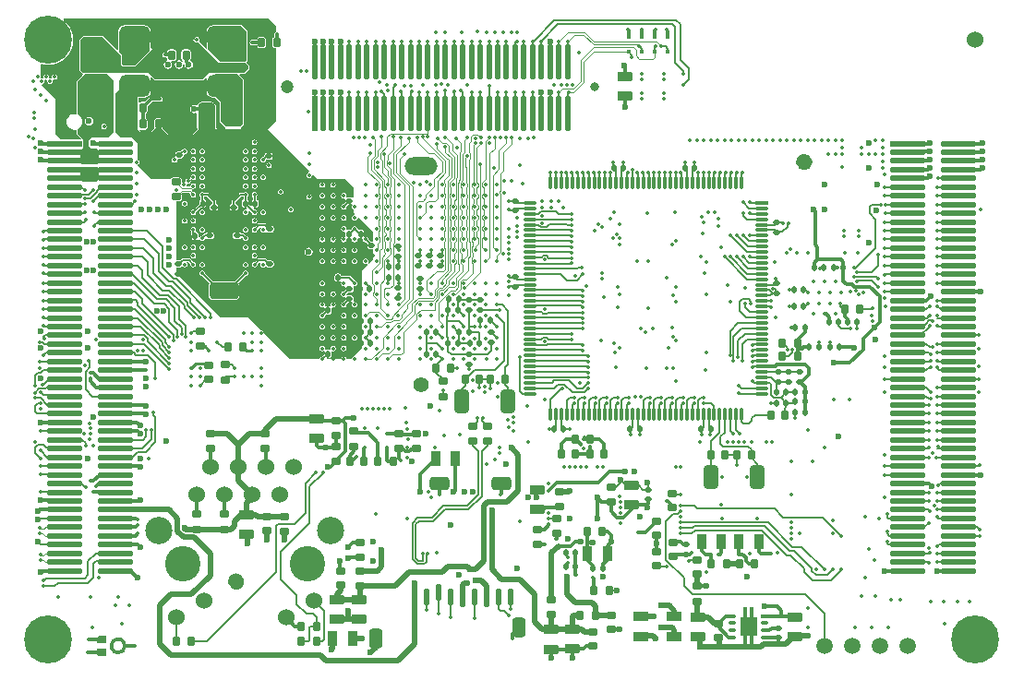
<source format=gbl>
%FSLAX44Y44*%
%MOMM*%
G71*
G01*
G75*
G04 Layer_Physical_Order=8*
G04 Layer_Color=16711680*
%ADD10C,1.0000*%
G04:AMPARAMS|DCode=11|XSize=0.9mm|YSize=0.6mm|CornerRadius=0.15mm|HoleSize=0mm|Usage=FLASHONLY|Rotation=90.000|XOffset=0mm|YOffset=0mm|HoleType=Round|Shape=RoundedRectangle|*
%AMROUNDEDRECTD11*
21,1,0.9000,0.3000,0,0,90.0*
21,1,0.6000,0.6000,0,0,90.0*
1,1,0.3000,0.1500,0.3000*
1,1,0.3000,0.1500,-0.3000*
1,1,0.3000,-0.1500,-0.3000*
1,1,0.3000,-0.1500,0.3000*
%
%ADD11ROUNDEDRECTD11*%
G04:AMPARAMS|DCode=12|XSize=1.4mm|YSize=0.9mm|CornerRadius=0.225mm|HoleSize=0mm|Usage=FLASHONLY|Rotation=0.000|XOffset=0mm|YOffset=0mm|HoleType=Round|Shape=RoundedRectangle|*
%AMROUNDEDRECTD12*
21,1,1.4000,0.4500,0,0,0.0*
21,1,0.9500,0.9000,0,0,0.0*
1,1,0.4500,0.4750,-0.2250*
1,1,0.4500,-0.4750,-0.2250*
1,1,0.4500,-0.4750,0.2250*
1,1,0.4500,0.4750,0.2250*
%
%ADD12ROUNDEDRECTD12*%
%ADD13R,1.5700X1.8800*%
%ADD14O,1.6500X0.3000*%
%ADD15R,1.6500X0.3000*%
%ADD16R,0.5000X0.5000*%
%ADD17O,0.8000X0.2500*%
%ADD18O,0.2500X0.8000*%
%ADD19R,0.2500X0.8000*%
G04:AMPARAMS|DCode=20|XSize=0.9mm|YSize=0.6mm|CornerRadius=0.15mm|HoleSize=0mm|Usage=FLASHONLY|Rotation=0.000|XOffset=0mm|YOffset=0mm|HoleType=Round|Shape=RoundedRectangle|*
%AMROUNDEDRECTD20*
21,1,0.9000,0.3000,0,0,0.0*
21,1,0.6000,0.6000,0,0,0.0*
1,1,0.3000,0.3000,-0.1500*
1,1,0.3000,-0.3000,-0.1500*
1,1,0.3000,-0.3000,0.1500*
1,1,0.3000,0.3000,0.1500*
%
%ADD20ROUNDEDRECTD20*%
G04:AMPARAMS|DCode=21|XSize=1.4mm|YSize=0.9mm|CornerRadius=0.225mm|HoleSize=0mm|Usage=FLASHONLY|Rotation=90.000|XOffset=0mm|YOffset=0mm|HoleType=Round|Shape=RoundedRectangle|*
%AMROUNDEDRECTD21*
21,1,1.4000,0.4500,0,0,90.0*
21,1,0.9500,0.9000,0,0,90.0*
1,1,0.4500,0.2250,0.4750*
1,1,0.4500,0.2250,-0.4750*
1,1,0.4500,-0.2250,-0.4750*
1,1,0.4500,-0.2250,0.4750*
%
%ADD21ROUNDEDRECTD21*%
G04:AMPARAMS|DCode=22|XSize=0.6mm|YSize=0.45mm|CornerRadius=0.1125mm|HoleSize=0mm|Usage=FLASHONLY|Rotation=270.000|XOffset=0mm|YOffset=0mm|HoleType=Round|Shape=RoundedRectangle|*
%AMROUNDEDRECTD22*
21,1,0.6000,0.2250,0,0,270.0*
21,1,0.3750,0.4500,0,0,270.0*
1,1,0.2250,-0.1125,-0.1875*
1,1,0.2250,-0.1125,0.1875*
1,1,0.2250,0.1125,0.1875*
1,1,0.2250,0.1125,-0.1875*
%
%ADD22ROUNDEDRECTD22*%
G04:AMPARAMS|DCode=23|XSize=0.6mm|YSize=0.45mm|CornerRadius=0.1125mm|HoleSize=0mm|Usage=FLASHONLY|Rotation=180.000|XOffset=0mm|YOffset=0mm|HoleType=Round|Shape=RoundedRectangle|*
%AMROUNDEDRECTD23*
21,1,0.6000,0.2250,0,0,180.0*
21,1,0.3750,0.4500,0,0,180.0*
1,1,0.2250,-0.1875,0.1125*
1,1,0.2250,0.1875,0.1125*
1,1,0.2250,0.1875,-0.1125*
1,1,0.2250,-0.1875,-0.1125*
%
%ADD23ROUNDEDRECTD23*%
G04:AMPARAMS|DCode=24|XSize=2.7mm|YSize=1.6mm|CornerRadius=0.4mm|HoleSize=0mm|Usage=FLASHONLY|Rotation=180.000|XOffset=0mm|YOffset=0mm|HoleType=Round|Shape=RoundedRectangle|*
%AMROUNDEDRECTD24*
21,1,2.7000,0.8000,0,0,180.0*
21,1,1.9000,1.6000,0,0,180.0*
1,1,0.8000,-0.9500,0.4000*
1,1,0.8000,0.9500,0.4000*
1,1,0.8000,0.9500,-0.4000*
1,1,0.8000,-0.9500,-0.4000*
%
%ADD24ROUNDEDRECTD24*%
G04:AMPARAMS|DCode=25|XSize=1.4mm|YSize=1.2mm|CornerRadius=0.18mm|HoleSize=0mm|Usage=FLASHONLY|Rotation=90.000|XOffset=0mm|YOffset=0mm|HoleType=Round|Shape=RoundedRectangle|*
%AMROUNDEDRECTD25*
21,1,1.4000,0.8400,0,0,90.0*
21,1,1.0400,1.2000,0,0,90.0*
1,1,0.3600,0.4200,0.5200*
1,1,0.3600,0.4200,-0.5200*
1,1,0.3600,-0.4200,-0.5200*
1,1,0.3600,-0.4200,0.5200*
%
%ADD25ROUNDEDRECTD25*%
G04:AMPARAMS|DCode=26|XSize=0.9mm|YSize=0.7mm|CornerRadius=0.175mm|HoleSize=0mm|Usage=FLASHONLY|Rotation=180.000|XOffset=0mm|YOffset=0mm|HoleType=Round|Shape=RoundedRectangle|*
%AMROUNDEDRECTD26*
21,1,0.9000,0.3500,0,0,180.0*
21,1,0.5500,0.7000,0,0,180.0*
1,1,0.3500,-0.2750,0.1750*
1,1,0.3500,0.2750,0.1750*
1,1,0.3500,0.2750,-0.1750*
1,1,0.3500,-0.2750,-0.1750*
%
%ADD26ROUNDEDRECTD26*%
G04:AMPARAMS|DCode=27|XSize=0.9mm|YSize=0.7mm|CornerRadius=0.175mm|HoleSize=0mm|Usage=FLASHONLY|Rotation=90.000|XOffset=0mm|YOffset=0mm|HoleType=Round|Shape=RoundedRectangle|*
%AMROUNDEDRECTD27*
21,1,0.9000,0.3500,0,0,90.0*
21,1,0.5500,0.7000,0,0,90.0*
1,1,0.3500,0.1750,0.2750*
1,1,0.3500,0.1750,-0.2750*
1,1,0.3500,-0.1750,-0.2750*
1,1,0.3500,-0.1750,0.2750*
%
%ADD27ROUNDEDRECTD27*%
G04:AMPARAMS|DCode=28|XSize=0.5mm|YSize=0.66mm|CornerRadius=0.125mm|HoleSize=0mm|Usage=FLASHONLY|Rotation=270.000|XOffset=0mm|YOffset=0mm|HoleType=Round|Shape=RoundedRectangle|*
%AMROUNDEDRECTD28*
21,1,0.5000,0.4100,0,0,270.0*
21,1,0.2500,0.6600,0,0,270.0*
1,1,0.2500,-0.2050,-0.1250*
1,1,0.2500,-0.2050,0.1250*
1,1,0.2500,0.2050,0.1250*
1,1,0.2500,0.2050,-0.1250*
%
%ADD28ROUNDEDRECTD28*%
%ADD29R,1.4000X1.4000*%
%ADD30R,1.2000X1.4000*%
G04:AMPARAMS|DCode=31|XSize=2.65mm|YSize=7.3mm|CornerRadius=0.6625mm|HoleSize=0mm|Usage=FLASHONLY|Rotation=0.000|XOffset=0mm|YOffset=0mm|HoleType=Round|Shape=RoundedRectangle|*
%AMROUNDEDRECTD31*
21,1,2.6500,5.9750,0,0,0.0*
21,1,1.3250,7.3000,0,0,0.0*
1,1,1.3250,0.6625,-2.9875*
1,1,1.3250,-0.6625,-2.9875*
1,1,1.3250,-0.6625,2.9875*
1,1,1.3250,0.6625,2.9875*
%
%ADD31ROUNDEDRECTD31*%
G04:AMPARAMS|DCode=32|XSize=2.7mm|YSize=1.6mm|CornerRadius=0.4mm|HoleSize=0mm|Usage=FLASHONLY|Rotation=270.000|XOffset=0mm|YOffset=0mm|HoleType=Round|Shape=RoundedRectangle|*
%AMROUNDEDRECTD32*
21,1,2.7000,0.8000,0,0,270.0*
21,1,1.9000,1.6000,0,0,270.0*
1,1,0.8000,-0.4000,-0.9500*
1,1,0.8000,-0.4000,0.9500*
1,1,0.8000,0.4000,0.9500*
1,1,0.8000,0.4000,-0.9500*
%
%ADD32ROUNDEDRECTD32*%
%ADD33R,1.9000X2.4000*%
G04:AMPARAMS|DCode=34|XSize=0.5mm|YSize=0.66mm|CornerRadius=0.125mm|HoleSize=0mm|Usage=FLASHONLY|Rotation=0.000|XOffset=0mm|YOffset=0mm|HoleType=Round|Shape=RoundedRectangle|*
%AMROUNDEDRECTD34*
21,1,0.5000,0.4100,0,0,0.0*
21,1,0.2500,0.6600,0,0,0.0*
1,1,0.2500,0.1250,-0.2050*
1,1,0.2500,-0.1250,-0.2050*
1,1,0.2500,-0.1250,0.2050*
1,1,0.2500,0.1250,0.2050*
%
%ADD34ROUNDEDRECTD34*%
%ADD35R,1.0160X1.0160*%
%ADD36R,2.0000X3.5000*%
%ADD37R,0.5000X2.2500*%
%ADD38R,2.0000X4.0000*%
%ADD39O,0.5000X2.4000*%
G04:AMPARAMS|DCode=40|XSize=0.5mm|YSize=2.4mm|CornerRadius=0.125mm|HoleSize=0mm|Usage=FLASHONLY|Rotation=0.000|XOffset=0mm|YOffset=0mm|HoleType=Round|Shape=RoundedRectangle|*
%AMROUNDEDRECTD40*
21,1,0.5000,2.1500,0,0,0.0*
21,1,0.2500,2.4000,0,0,0.0*
1,1,0.2500,0.1250,-1.0750*
1,1,0.2500,-0.1250,-1.0750*
1,1,0.2500,-0.1250,1.0750*
1,1,0.2500,0.1250,1.0750*
%
%ADD40ROUNDEDRECTD40*%
%ADD41O,2.7500X1.0000*%
%ADD42O,2.2000X0.6000*%
%ADD43R,2.2000X0.6000*%
%ADD44R,0.3048X0.3048*%
G04:AMPARAMS|DCode=45|XSize=0.3048mm|YSize=0.3048mm|CornerRadius=0.0762mm|HoleSize=0mm|Usage=FLASHONLY|Rotation=270.000|XOffset=0mm|YOffset=0mm|HoleType=Round|Shape=RoundedRectangle|*
%AMROUNDEDRECTD45*
21,1,0.3048,0.1524,0,0,270.0*
21,1,0.1524,0.3048,0,0,270.0*
1,1,0.1524,-0.0762,-0.0762*
1,1,0.1524,-0.0762,0.0762*
1,1,0.1524,0.0762,0.0762*
1,1,0.1524,0.0762,-0.0762*
%
%ADD45ROUNDEDRECTD45*%
%ADD46R,0.3500X0.8000*%
%ADD47O,0.3500X0.8000*%
%ADD48R,1.7500X1.5000*%
%ADD49O,0.3000X1.6500*%
%ADD50R,0.3000X1.6500*%
%ADD51R,1.8500X0.3500*%
%ADD52O,1.8500X0.3500*%
%ADD53O,0.2500X0.7000*%
%ADD54R,0.7000X0.2500*%
%ADD55O,0.7000X0.2500*%
%ADD56R,0.2500X0.7000*%
%ADD57R,0.3500X1.5000*%
%ADD58O,0.3500X1.5600*%
%ADD59O,0.3500X1.5000*%
%ADD60O,0.6000X2.2000*%
%ADD61R,0.6000X2.2000*%
%ADD62O,0.2800X0.8500*%
%ADD63R,3.3000X3.3000*%
%ADD64O,0.8500X0.2800*%
%ADD65R,0.2800X0.8500*%
%ADD66R,2.5000X2.5000*%
%ADD67R,0.5000X0.5000*%
%ADD68O,1.6000X0.3500*%
%ADD69R,1.6000X0.3500*%
%ADD70C,0.4000*%
%ADD71C,0.4500*%
%ADD72C,0.1500*%
%ADD73C,0.3000*%
%ADD74C,0.1000*%
%ADD75C,0.8000*%
%ADD76C,0.2000*%
%ADD77C,0.4000*%
%ADD78C,0.2500*%
%ADD79C,0.6000*%
%ADD80C,0.5000*%
%ADD81C,0.2540*%
%ADD82C,0.1999*%
%ADD83C,1.5240*%
%ADD84C,1.4000*%
%ADD85O,3.0200X1.6200*%
%ADD86C,0.8000*%
%ADD87C,1.2000*%
%ADD88C,2.5000*%
%ADD89C,3.2500*%
%ADD90C,1.5000*%
%ADD91C,0.3500*%
%ADD92C,0.6000*%
%ADD93C,4.4000*%
%ADD94C,1.0160*%
%ADD95C,1.8000*%
%ADD96C,2.6000*%
%ADD97O,3.1000X1.7000*%
%ADD98C,1.3000*%
%ADD99C,1.7000*%
%ADD100C,3.7500*%
%ADD101C,0.6500*%
%ADD102C,0.8000*%
%ADD103C,0.0800*%
%ADD104C,0.0870*%
%ADD105C,0.0750*%
%ADD106C,0.4500*%
%ADD107C,2.2000*%
%ADD108O,2.8000X1.4000*%
%ADD109O,0.5000X3.3000*%
%ADD110R,0.5000X3.3000*%
%ADD111R,1.4000X0.9000*%
G04:AMPARAMS|DCode=112|XSize=1.3mm|YSize=2.2mm|CornerRadius=0.325mm|HoleSize=0mm|Usage=FLASHONLY|Rotation=180.000|XOffset=0mm|YOffset=0mm|HoleType=Round|Shape=RoundedRectangle|*
%AMROUNDEDRECTD112*
21,1,1.3000,1.5500,0,0,180.0*
21,1,0.6500,2.2000,0,0,180.0*
1,1,0.6500,-0.3250,0.7750*
1,1,0.6500,0.3250,0.7750*
1,1,0.6500,0.3250,-0.7750*
1,1,0.6500,-0.3250,-0.7750*
%
%ADD112ROUNDEDRECTD112*%
%ADD113R,0.9000X1.4000*%
%ADD114O,3.3000X0.5000*%
%ADD115R,3.3000X0.5000*%
G04:AMPARAMS|DCode=116|XSize=1.8mm|YSize=1.2mm|CornerRadius=0.3mm|HoleSize=0mm|Usage=FLASHONLY|Rotation=0.000|XOffset=0mm|YOffset=0mm|HoleType=Round|Shape=RoundedRectangle|*
%AMROUNDEDRECTD116*
21,1,1.8000,0.6000,0,0,0.0*
21,1,1.2000,1.2000,0,0,0.0*
1,1,0.6000,0.6000,-0.3000*
1,1,0.6000,-0.6000,-0.3000*
1,1,0.6000,-0.6000,0.3000*
1,1,0.6000,0.6000,0.3000*
%
%ADD116ROUNDEDRECTD116*%
%ADD117C,0.3000*%
%ADD118C,0.5000*%
G04:AMPARAMS|DCode=119|XSize=0.5mm|YSize=1.54mm|CornerRadius=0.125mm|HoleSize=0mm|Usage=FLASHONLY|Rotation=180.000|XOffset=0mm|YOffset=0mm|HoleType=Round|Shape=RoundedRectangle|*
%AMROUNDEDRECTD119*
21,1,0.5000,1.2900,0,0,180.0*
21,1,0.2500,1.5400,0,0,180.0*
1,1,0.2500,-0.1250,0.6450*
1,1,0.2500,0.1250,0.6450*
1,1,0.2500,0.1250,-0.6450*
1,1,0.2500,-0.1250,-0.6450*
%
%ADD119ROUNDEDRECTD119*%
G04:AMPARAMS|DCode=120|XSize=1.22mm|YSize=1.82mm|CornerRadius=0.305mm|HoleSize=0mm|Usage=FLASHONLY|Rotation=180.000|XOffset=0mm|YOffset=0mm|HoleType=Round|Shape=RoundedRectangle|*
%AMROUNDEDRECTD120*
21,1,1.2200,1.2100,0,0,180.0*
21,1,0.6100,1.8200,0,0,180.0*
1,1,0.6100,-0.3050,0.6050*
1,1,0.6100,0.3050,0.6050*
1,1,0.6100,0.3050,-0.6050*
1,1,0.6100,-0.3050,-0.6050*
%
%ADD120ROUNDEDRECTD120*%
G04:AMPARAMS|DCode=121|XSize=1.22mm|YSize=1.82mm|CornerRadius=0.305mm|HoleSize=0mm|Usage=FLASHONLY|Rotation=90.000|XOffset=0mm|YOffset=0mm|HoleType=Round|Shape=RoundedRectangle|*
%AMROUNDEDRECTD121*
21,1,1.2200,1.2100,0,0,90.0*
21,1,0.6100,1.8200,0,0,90.0*
1,1,0.6100,0.6050,0.3050*
1,1,0.6100,0.6050,-0.3050*
1,1,0.6100,-0.6050,-0.3050*
1,1,0.6100,-0.6050,0.3050*
%
%ADD121ROUNDEDRECTD121*%
%ADD122R,0.8000X0.3500*%
%ADD123O,0.8000X0.3500*%
%ADD124R,1.5000X1.7500*%
%ADD125R,0.4000X0.4000*%
G04:AMPARAMS|DCode=126|XSize=2mm|YSize=2.8mm|CornerRadius=0.5mm|HoleSize=0mm|Usage=FLASHONLY|Rotation=270.000|XOffset=0mm|YOffset=0mm|HoleType=Round|Shape=RoundedRectangle|*
%AMROUNDEDRECTD126*
21,1,2.0000,1.8000,0,0,270.0*
21,1,1.0000,2.8000,0,0,270.0*
1,1,1.0000,-0.9000,-0.5000*
1,1,1.0000,-0.9000,0.5000*
1,1,1.0000,0.9000,0.5000*
1,1,1.0000,0.9000,-0.5000*
%
%ADD126ROUNDEDRECTD126*%
%ADD127O,0.3000X1.2000*%
%ADD128O,1.2000X0.3000*%
%ADD129R,1.2000X0.3000*%
%ADD130C,0.1250*%
G36*
X227298Y594392D02*
X233680Y588010D01*
Y582533D01*
X233467Y582491D01*
X232640Y581938D01*
X232087Y581111D01*
X231893Y580136D01*
X232087Y579161D01*
X232148Y579070D01*
Y577928D01*
X231952Y577889D01*
X231208Y577392D01*
X230710Y576648D01*
X230536Y575770D01*
Y569770D01*
X230710Y568892D01*
X231208Y568148D01*
X231952Y567650D01*
X232830Y567476D01*
X233680D01*
Y500380D01*
X226634Y493334D01*
X226060Y493572D01*
X201739D01*
X201253Y494745D01*
X203774Y497266D01*
X204012Y497840D01*
Y538480D01*
X203774Y539054D01*
X199983Y542845D01*
X200469Y544018D01*
X204470D01*
X205044Y544256D01*
X208854Y548066D01*
X209092Y548640D01*
Y549842D01*
X209064Y549910D01*
X209092Y549978D01*
Y551180D01*
X208854Y551754D01*
X206314Y554294D01*
Y554416D01*
X207584Y555686D01*
X207822Y556260D01*
Y582930D01*
X207584Y583504D01*
X202504Y588584D01*
X201930Y588822D01*
X194205D01*
X194000Y588863D01*
X176000D01*
X173756Y588416D01*
X171854Y587146D01*
X170584Y585244D01*
X170137Y583000D01*
Y573000D01*
X170584Y570756D01*
X170638Y570675D01*
Y567499D01*
X169465Y567013D01*
X163134Y573344D01*
X163107Y573355D01*
X163092Y573508D01*
X163645Y574335D01*
X163839Y575310D01*
X163645Y576285D01*
X163092Y577112D01*
X162265Y577665D01*
X161290Y577859D01*
X160315Y577665D01*
X159488Y577112D01*
X158935Y576285D01*
X158741Y575310D01*
X156438Y574852D01*
X128270D01*
X127696Y574614D01*
X120095Y567013D01*
X118922Y567499D01*
Y575310D01*
X118863Y575453D01*
Y583000D01*
X118416Y585244D01*
X117146Y587146D01*
X115244Y588416D01*
X113000Y588863D01*
X95000D01*
X92757Y588416D01*
X90855Y587146D01*
X89584Y585244D01*
X89137Y583000D01*
Y573000D01*
X89358Y571890D01*
Y566229D01*
X88185Y565743D01*
X75504Y578424D01*
X74930Y578662D01*
X58488D01*
X58420Y578634D01*
X58352Y578662D01*
X57150D01*
X56576Y578424D01*
X54036Y575884D01*
X53798Y575310D01*
Y547370D01*
X54036Y546796D01*
X56576Y544256D01*
X55592Y541880D01*
X51496Y537784D01*
X51258Y537210D01*
Y534738D01*
X51286Y534670D01*
X51258Y534602D01*
Y528388D01*
X51286Y528320D01*
X51258Y528252D01*
Y522038D01*
X51286Y521970D01*
X51258Y521902D01*
Y515688D01*
X51286Y515620D01*
X51258Y515552D01*
Y507967D01*
X50303Y507130D01*
X48914Y507313D01*
X47022Y507064D01*
X45258Y506333D01*
X43744Y505171D01*
X42582Y503657D01*
X41851Y501893D01*
X41602Y500000D01*
X41851Y498108D01*
X42582Y496344D01*
X43744Y494829D01*
X45258Y493667D01*
X47022Y492937D01*
X48914Y492688D01*
X50303Y492871D01*
X51258Y492033D01*
Y488950D01*
X51496Y488376D01*
X54829Y485043D01*
X54343Y483870D01*
X36830D01*
X31750Y488950D01*
Y520700D01*
X19118Y533332D01*
X19486Y534548D01*
X19975Y534645D01*
X20802Y535198D01*
X21355Y536025D01*
X21549Y537000D01*
X21413Y537682D01*
X22311Y538580D01*
X22860Y538471D01*
X23313Y538561D01*
X24211Y537663D01*
X24121Y537210D01*
X24315Y536235D01*
X24868Y535408D01*
X25695Y534855D01*
X26670Y534661D01*
X27645Y534855D01*
X28472Y535408D01*
X29025Y536235D01*
X29219Y537210D01*
X29129Y537663D01*
X30027Y538561D01*
X30480Y538471D01*
X31455Y538665D01*
X32282Y539218D01*
X32835Y540045D01*
X33029Y541020D01*
X32835Y541995D01*
X32282Y542822D01*
X31455Y543375D01*
X30480Y543569D01*
X29505Y543375D01*
X28678Y542822D01*
X28125Y541995D01*
X27931Y541020D01*
X28021Y540567D01*
X27305Y539851D01*
X26035D01*
X25319Y540567D01*
X25409Y541020D01*
X25215Y541995D01*
X24662Y542822D01*
X23835Y543375D01*
X22860Y543569D01*
X21885Y543375D01*
X21058Y542822D01*
X20505Y541995D01*
X20311Y541020D01*
X20447Y540338D01*
X19549Y539440D01*
X19000Y539549D01*
X18762Y539502D01*
X17780Y540307D01*
Y540975D01*
X17789Y541020D01*
X17780Y541065D01*
Y552350D01*
X18800Y553107D01*
X20540Y552579D01*
X25000Y552140D01*
X29460Y552579D01*
X33748Y553880D01*
X37701Y555992D01*
X41165Y558835D01*
X44008Y562299D01*
X46120Y566252D01*
X47421Y570540D01*
X47860Y575000D01*
X47421Y579460D01*
X46120Y583748D01*
X44008Y587700D01*
X41165Y591164D01*
X38688Y593197D01*
X39116Y594392D01*
X227298D01*
D02*
G37*
G36*
X203200Y538480D02*
Y497840D01*
X200660Y495300D01*
X187960D01*
X185420Y497840D01*
X182880Y500380D01*
Y502920D01*
Y518160D01*
X177800Y523240D01*
X175260D01*
X172720Y525780D01*
Y538480D01*
X177800Y543560D01*
X198120D01*
X203200Y538480D01*
D02*
G37*
G36*
X78200Y21750D02*
X69200D01*
Y26550D01*
X71200Y28550D01*
X78200D01*
Y21750D01*
D02*
G37*
G36*
X85090Y537210D02*
Y490220D01*
X80010Y485140D01*
X64770D01*
X62230Y482600D01*
Y480128D01*
X62217Y480060D01*
X62230Y479992D01*
Y477520D01*
X64770Y474980D01*
X69850D01*
X71120Y473710D01*
Y462280D01*
X69850Y461010D01*
X55880D01*
X54610Y462280D01*
Y473710D01*
X57150Y476250D01*
Y483870D01*
X52070Y488950D01*
Y493460D01*
X52571Y493667D01*
X54085Y494829D01*
X55247Y496344D01*
X55978Y498108D01*
X56227Y500000D01*
X55978Y501893D01*
X55247Y503657D01*
X54085Y505171D01*
X52571Y506333D01*
X52070Y506540D01*
Y515552D01*
X52084Y515620D01*
X52070Y515688D01*
Y521902D01*
X52084Y521970D01*
X52070Y522038D01*
Y528252D01*
X52084Y528320D01*
X52070Y528388D01*
Y534602D01*
X52084Y534670D01*
X52070Y534738D01*
Y537210D01*
X58420Y543560D01*
X78740D01*
X85090Y537210D01*
D02*
G37*
G36*
X71120Y457713D02*
Y447040D01*
X69850Y445770D01*
X68580Y444500D01*
X57150D01*
X54610Y447040D01*
Y457200D01*
X55873Y458462D01*
X55880Y458461D01*
X69850D01*
X70138Y458518D01*
X71120Y457713D01*
D02*
G37*
G36*
X106680Y523240D02*
Y492760D01*
X109220Y490220D01*
X119380D01*
X124460Y495300D01*
X127000D01*
X134620Y487680D01*
X157480D01*
X162560Y492760D01*
X226060D01*
X241300Y477520D01*
X264107Y454712D01*
X263739Y453497D01*
X263025Y453355D01*
X262198Y452803D01*
X261645Y451976D01*
X261451Y451000D01*
X261645Y450025D01*
X262198Y449198D01*
X263025Y448645D01*
X264000Y448451D01*
X264975Y448645D01*
X265802Y449198D01*
X266355Y450025D01*
X266497Y450739D01*
X267712Y451108D01*
X271780Y447040D01*
X297180D01*
X304800Y439420D01*
Y430921D01*
X303680Y430322D01*
X303607Y430371D01*
X302875Y430517D01*
X299255D01*
X298449Y431499D01*
X298549Y432000D01*
X298355Y432976D01*
X297802Y433803D01*
X296975Y434355D01*
X296000Y434549D01*
X295025Y434355D01*
X294198Y433803D01*
X293645Y432976D01*
X293451Y432000D01*
X293645Y431025D01*
X294198Y430198D01*
X295025Y429645D01*
X296000Y429451D01*
X296318Y429515D01*
X297216Y428617D01*
X297213Y428605D01*
Y426355D01*
X297316Y425840D01*
X296021Y424545D01*
X296000Y424549D01*
X295025Y424355D01*
X294198Y423803D01*
X293645Y422976D01*
X293451Y422000D01*
X293645Y421025D01*
X294198Y420198D01*
X295025Y419646D01*
X296000Y419451D01*
X296975Y419646D01*
X297802Y420198D01*
X298355Y421025D01*
X298549Y422000D01*
X298545Y422022D01*
X300966Y424444D01*
X302875D01*
X303267Y424521D01*
X303972Y423465D01*
X303645Y422976D01*
X303451Y422000D01*
X303645Y421025D01*
X304198Y420198D01*
X304800Y419795D01*
Y416560D01*
X305724Y415636D01*
X305355Y414421D01*
X305025Y414355D01*
X304198Y413803D01*
X303645Y412976D01*
X303451Y412000D01*
X303645Y411025D01*
X304198Y410198D01*
X305025Y409646D01*
X306000Y409451D01*
X306975Y409646D01*
X307802Y410198D01*
X308355Y411025D01*
X308421Y411355D01*
X309636Y411724D01*
X317500Y403860D01*
X322580Y398780D01*
Y389557D01*
X320967D01*
X318545Y391979D01*
X318549Y392001D01*
X318355Y392976D01*
X317802Y393803D01*
X316975Y394355D01*
X316000Y394549D01*
X315499Y394450D01*
X314517Y395255D01*
Y398875D01*
X314371Y399607D01*
X313957Y400227D01*
X313337Y400641D01*
X312605Y400787D01*
X310355D01*
X309839Y400684D01*
X308545Y401979D01*
X308549Y402000D01*
X308355Y402976D01*
X307802Y403803D01*
X306975Y404355D01*
X306000Y404549D01*
X305025Y404355D01*
X304198Y403803D01*
X303645Y402976D01*
X303451Y402000D01*
X303455Y401979D01*
X302160Y400684D01*
X301645Y400787D01*
X299395D01*
X299384Y400785D01*
X298486Y401683D01*
X298549Y402000D01*
X298355Y402976D01*
X297802Y403803D01*
X296975Y404355D01*
X296000Y404549D01*
X295025Y404355D01*
X294198Y403803D01*
X293645Y402976D01*
X293451Y402000D01*
X293645Y401025D01*
X294198Y400198D01*
X295025Y399646D01*
X296000Y399451D01*
X296502Y399551D01*
X297483Y398746D01*
Y395255D01*
X296502Y394450D01*
X296000Y394549D01*
X295025Y394355D01*
X294198Y393803D01*
X293645Y392976D01*
X293451Y392001D01*
X293645Y391025D01*
X294198Y390198D01*
X295025Y389646D01*
X296000Y389451D01*
X296975Y389646D01*
X297802Y390198D01*
X298355Y391025D01*
X298549Y392001D01*
X298486Y392318D01*
X299384Y393216D01*
X299395Y393214D01*
X301645D01*
X302377Y393359D01*
X302548Y393473D01*
X303604Y392768D01*
X303451Y392001D01*
X303645Y391025D01*
X304198Y390198D01*
X305025Y389646D01*
X306000Y389451D01*
X306975Y389646D01*
X307802Y390198D01*
X308355Y391025D01*
X308549Y392001D01*
X308396Y392768D01*
X309452Y393474D01*
X309624Y393359D01*
X310355Y393214D01*
X312605D01*
X312616Y393216D01*
X313514Y392318D01*
X313451Y392001D01*
X313645Y391025D01*
X314198Y390198D01*
X315025Y389646D01*
X316000Y389451D01*
X316021Y389456D01*
X317316Y388161D01*
X317213Y387645D01*
Y385395D01*
X317359Y384664D01*
X317773Y384043D01*
X318393Y383629D01*
X319125Y383483D01*
X322580D01*
Y375920D01*
Y373380D01*
X319171Y369971D01*
X318189Y370776D01*
X318355Y371025D01*
X318549Y372000D01*
X318355Y372975D01*
X317802Y373802D01*
X316975Y374355D01*
X316000Y374549D01*
X315025Y374355D01*
X314198Y373802D01*
X313645Y372975D01*
X313451Y372000D01*
X313645Y371025D01*
X314198Y370198D01*
X315025Y369645D01*
X316000Y369451D01*
X316975Y369645D01*
X317223Y369811D01*
X318029Y368829D01*
X314960Y365760D01*
X312420Y363220D01*
Y342900D01*
Y292100D01*
X302260Y281940D01*
X298598D01*
X298549Y282000D01*
X298355Y282975D01*
X297802Y283802D01*
X296975Y284355D01*
X296000Y284549D01*
X295025Y284355D01*
X294198Y283802D01*
X293645Y282975D01*
X293451Y282000D01*
X293402Y281940D01*
X280123D01*
X280109Y281974D01*
X280193Y282396D01*
X280739Y283213D01*
X282605D01*
X283337Y283359D01*
X283957Y283773D01*
X284371Y284393D01*
X284517Y285125D01*
Y288745D01*
X285499Y289550D01*
X286000Y289451D01*
X286975Y289645D01*
X287802Y290197D01*
X288355Y291024D01*
X288549Y292000D01*
X288355Y292975D01*
X287802Y293802D01*
X286975Y294355D01*
X286000Y294549D01*
X285025Y294355D01*
X284198Y293802D01*
X283645Y292975D01*
X283451Y292000D01*
X283514Y291683D01*
X282616Y290784D01*
X282605Y290787D01*
X280355D01*
X279624Y290641D01*
X279452Y290527D01*
X278396Y291232D01*
X278549Y292000D01*
X278355Y292975D01*
X277802Y293802D01*
X276975Y294355D01*
X276000Y294549D01*
X275025Y294355D01*
X274198Y293802D01*
X273645Y292975D01*
X273451Y292000D01*
X273645Y291024D01*
X274198Y290197D01*
X275025Y289645D01*
X276000Y289451D01*
X276975Y289645D01*
X277465Y289972D01*
X278521Y289267D01*
X278444Y288875D01*
Y286967D01*
X276021Y284544D01*
X276000Y284549D01*
X275025Y284355D01*
X274198Y283802D01*
X273645Y282975D01*
X273451Y282000D01*
X273402Y281940D01*
X246380D01*
X222511Y305809D01*
X222549Y306000D01*
X222355Y306976D01*
X221803Y307803D01*
X220975Y308355D01*
X220000Y308549D01*
X219809Y308511D01*
X208280Y320040D01*
X182880D01*
X154940Y347980D01*
X142240Y360680D01*
Y366483D01*
X145875D01*
X146607Y366629D01*
X147227Y367043D01*
X147641Y367663D01*
D01*
D01*
X148198Y367198D01*
X148198Y367198D01*
Y367198D01*
X149025Y366645D01*
X150000Y366451D01*
X150976Y366645D01*
X151803Y367198D01*
X152355Y368025D01*
X152549Y369000D01*
X152355Y369976D01*
X152355Y369976D01*
Y369976D01*
Y369976D01*
X152355D01*
X152355Y369976D01*
X151852Y370965D01*
X153511D01*
X155456Y369021D01*
X155451Y369000D01*
X155645Y368025D01*
X156198Y367198D01*
X157025Y366645D01*
X158000Y366451D01*
X158976Y366645D01*
X159803Y367198D01*
X160355Y368025D01*
X160549Y369000D01*
X160355Y369976D01*
X159803Y370803D01*
X158976Y371355D01*
X158000Y371549D01*
X157979Y371545D01*
X155512Y374011D01*
X155512Y374011D01*
X155512Y374011D01*
X155512Y374012D01*
X155398Y374087D01*
X154933Y374398D01*
X154933Y374398D01*
X154933Y374398D01*
X154590Y374467D01*
X154250Y374534D01*
X148447D01*
X147764Y374398D01*
X147185Y374011D01*
X145730Y372557D01*
X142240D01*
Y427206D01*
X145000D01*
X145878Y427381D01*
X146622Y427878D01*
X147120Y428622D01*
X147294Y429500D01*
Y432500D01*
X147120Y433378D01*
X146864Y433760D01*
X147050Y433945D01*
X147741Y434637D01*
X154259D01*
X155525Y433371D01*
X155451Y433000D01*
X155645Y432025D01*
X156198Y431198D01*
X157025Y430645D01*
X158000Y430451D01*
X158976Y430645D01*
X159803Y431198D01*
X160355Y432025D01*
X160549Y433000D01*
X160355Y433976D01*
X159803Y434803D01*
X158976Y435355D01*
X158000Y435549D01*
X157630Y435475D01*
X156573Y436533D01*
X156819Y437771D01*
X156847Y437789D01*
X156927Y437823D01*
X156989Y437885D01*
X157875Y438476D01*
X158000Y438451D01*
X158976Y438645D01*
X159803Y439198D01*
X160355Y440025D01*
X160549Y441000D01*
X160355Y441976D01*
X159803Y442803D01*
X158976Y443355D01*
X158000Y443549D01*
X157025Y443355D01*
X156198Y442803D01*
X155645Y441976D01*
X155451Y441000D01*
X152291Y440372D01*
X151493Y441345D01*
X151623Y442000D01*
X151592Y442154D01*
X152490Y443052D01*
X153000Y442951D01*
X153975Y443145D01*
X154802Y443698D01*
X155355Y444525D01*
X155549Y445500D01*
X155384Y446330D01*
X156440Y447036D01*
X157025Y446645D01*
X158000Y446451D01*
X158976Y446645D01*
X159803Y447198D01*
X160355Y448025D01*
X160549Y449000D01*
X160355Y449976D01*
X159803Y450802D01*
X158976Y451355D01*
X158000Y451549D01*
X157025Y451355D01*
X156198Y450802D01*
X155645Y449976D01*
X155451Y449000D01*
X155617Y448170D01*
X154560Y447464D01*
X153975Y447855D01*
X153000Y448049D01*
X152024Y447855D01*
X151198Y447302D01*
X150645Y446475D01*
X150451Y445500D01*
X150482Y445346D01*
X149584Y444448D01*
X149074Y444549D01*
X148276Y444390D01*
X147294Y445196D01*
Y446500D01*
X147120Y447378D01*
X146622Y448122D01*
X145878Y448619D01*
X145000Y448794D01*
X139000D01*
X138122Y448619D01*
X137378Y448122D01*
X136881Y447378D01*
X136814Y447040D01*
X119380D01*
X109220Y457200D01*
X107273Y459147D01*
X107046Y460291D01*
X107088Y460720D01*
X107802Y461198D01*
X108355Y462025D01*
X108549Y463000D01*
X108355Y463975D01*
X107802Y464802D01*
X106975Y465355D01*
X106680Y465414D01*
Y480060D01*
X101600Y485140D01*
X91440D01*
X86360Y490220D01*
Y525780D01*
X91440Y530860D01*
X106680D01*
Y523240D01*
D02*
G37*
G36*
X122616Y537906D02*
X123190Y537668D01*
X166370D01*
X166944Y537906D01*
X169360Y540322D01*
X170480Y539723D01*
X170137Y538000D01*
Y528000D01*
X170584Y525756D01*
X171854Y523854D01*
X173756Y522584D01*
X176000Y522137D01*
X177755D01*
X182068Y517824D01*
Y502920D01*
Y500380D01*
X182306Y499806D01*
X184846Y497266D01*
X187367Y494745D01*
X186881Y493572D01*
X179605D01*
X178843Y494500D01*
Y513500D01*
X178475Y515354D01*
X177425Y516925D01*
X175854Y517975D01*
X174000Y518343D01*
X166000D01*
X164147Y517975D01*
X162576Y516925D01*
X161526Y515354D01*
X160705Y515014D01*
X160213Y515342D01*
X158750Y515634D01*
X157287Y515342D01*
X156046Y514514D01*
X155218Y513273D01*
X154927Y511810D01*
X155218Y510347D01*
X156046Y509106D01*
X157287Y508278D01*
X158750Y507986D01*
X160175Y508270D01*
X161157Y507464D01*
Y494500D01*
X161488Y492836D01*
X157144Y488492D01*
X134956D01*
X129502Y493946D01*
X129619Y494122D01*
X129794Y495000D01*
Y501000D01*
X129619Y501878D01*
X129122Y502622D01*
X128378Y503120D01*
X127500Y503294D01*
X124500D01*
X123622Y503120D01*
X122878Y502622D01*
X122380Y501878D01*
X122206Y501000D01*
Y495000D01*
X122339Y494328D01*
X119044Y491032D01*
X109556D01*
X108433Y492155D01*
X109239Y493137D01*
X109622Y492881D01*
X110500Y492706D01*
X113500D01*
X114378Y492881D01*
X115122Y493378D01*
X115619Y494122D01*
X115794Y495000D01*
Y501000D01*
X115619Y501878D01*
X115122Y502622D01*
X114378Y503120D01*
X114294Y503136D01*
Y507864D01*
X114378Y507881D01*
X115122Y508378D01*
X115619Y509122D01*
X115794Y510000D01*
Y513870D01*
X120330Y518406D01*
X125934D01*
X126025Y518345D01*
X127000Y518151D01*
X127975Y518345D01*
X128802Y518898D01*
X129355Y519725D01*
X129549Y520700D01*
X129355Y521675D01*
X128802Y522502D01*
X127975Y523055D01*
X127000Y523249D01*
X126025Y523055D01*
X125934Y522994D01*
X119380D01*
X118648Y522848D01*
X118502Y522820D01*
X117758Y522322D01*
X113692Y518256D01*
X113500Y518294D01*
X110500D01*
X109622Y518119D01*
X108878Y517622D01*
X108707Y517367D01*
X107492Y517736D01*
Y522137D01*
X113000D01*
X115244Y522584D01*
X117146Y523854D01*
X118416Y525756D01*
X118863Y528000D01*
Y538000D01*
X118416Y540243D01*
X118266Y540468D01*
X119248Y541274D01*
X122616Y537906D01*
D02*
G37*
G36*
X91898Y560882D02*
Y552450D01*
X92136Y551876D01*
X93406Y550606D01*
X93980Y550368D01*
X104140D01*
X104714Y550606D01*
X112908Y558800D01*
X113030D01*
X128270Y574040D01*
X158750D01*
X160020Y572770D01*
X161245D01*
X161290Y572761D01*
X161335Y572770D01*
X162560D01*
X181610Y553720D01*
X205740D01*
X208280Y551180D01*
Y549978D01*
X208267Y549910D01*
X208280Y549842D01*
Y548640D01*
X204470Y544830D01*
X172720D01*
X166370Y538480D01*
X123190D01*
X116840Y544830D01*
X57150D01*
X54610Y547370D01*
Y575310D01*
X57150Y577850D01*
X58352D01*
X58420Y577836D01*
X58488Y577850D01*
X74930D01*
X91898Y560882D01*
D02*
G37*
G36*
X665500Y18750D02*
X662500D01*
Y54750D01*
X665500D01*
Y18750D01*
D02*
G37*
G36*
X78200Y9550D02*
X71200D01*
X69200Y11550D01*
Y16350D01*
X78200D01*
Y9550D01*
D02*
G37*
G36*
X118110Y565150D02*
X104140Y551180D01*
X93980D01*
X92710Y552450D01*
Y561340D01*
X90170Y563880D01*
Y575310D01*
X118110D01*
Y565150D01*
D02*
G37*
G36*
X671500Y18750D02*
X668500D01*
Y54750D01*
X671500D01*
Y18750D01*
D02*
G37*
G36*
X207010Y582930D02*
Y556260D01*
X205740Y554990D01*
X182880D01*
X171450Y566420D01*
Y581660D01*
X177800Y588010D01*
X201930D01*
X207010Y582930D01*
D02*
G37*
%LPC*%
G36*
X306000Y384549D02*
X305025Y384355D01*
X304198Y383803D01*
X303645Y382976D01*
X303451Y382001D01*
X303645Y381025D01*
X304198Y380198D01*
X305025Y379646D01*
X306000Y379451D01*
X306975Y379646D01*
X307802Y380198D01*
X308355Y381025D01*
X308549Y382001D01*
X308355Y382976D01*
X307802Y383803D01*
X306975Y384355D01*
X306000Y384549D01*
D02*
G37*
G36*
X296000D02*
X295025Y384355D01*
X294198Y383803D01*
X293645Y382976D01*
X293451Y382001D01*
X293645Y381025D01*
X294198Y380198D01*
X295025Y379646D01*
X296000Y379451D01*
X296975Y379646D01*
X297802Y380198D01*
X298355Y381025D01*
X298549Y382001D01*
X298355Y382976D01*
X297802Y383803D01*
X296975Y384355D01*
X296000Y384549D01*
D02*
G37*
G36*
X158000Y387549D02*
X157025Y387355D01*
X156198Y386803D01*
X155645Y385976D01*
X155451Y385000D01*
X155645Y384025D01*
X156198Y383198D01*
X157025Y382645D01*
X158000Y382451D01*
X158976Y382645D01*
X159803Y383198D01*
X160355Y384025D01*
X160549Y385000D01*
X160355Y385976D01*
X159803Y386803D01*
X158976Y387355D01*
X158000Y387549D01*
D02*
G37*
G36*
X150000D02*
X149025Y387355D01*
X148198Y386803D01*
X147645Y385976D01*
X147451Y385000D01*
X147645Y384025D01*
X148198Y383198D01*
X149025Y382645D01*
X150000Y382451D01*
X150976Y382645D01*
X151803Y383198D01*
X152355Y384025D01*
X152549Y385000D01*
X152355Y385976D01*
X151803Y386803D01*
X150976Y387355D01*
X150000Y387549D01*
D02*
G37*
G36*
X214000Y379549D02*
X213025Y379355D01*
X212198Y378803D01*
X211645Y377976D01*
X211451Y377000D01*
X211645Y376025D01*
X212198Y375198D01*
X213025Y374645D01*
X214000Y374451D01*
X214975Y374645D01*
X215802Y375198D01*
X216355Y376025D01*
X216549Y377000D01*
X216355Y377976D01*
X215802Y378803D01*
X214975Y379355D01*
X214000Y379549D01*
D02*
G37*
G36*
X158000D02*
X157025Y379355D01*
X156198Y378803D01*
X155645Y377976D01*
X155451Y377000D01*
X155645Y376025D01*
X156198Y375198D01*
X157025Y374645D01*
X158000Y374451D01*
X158976Y374645D01*
X159803Y375198D01*
X160355Y376025D01*
X160549Y377000D01*
X160355Y377976D01*
X159803Y378803D01*
X158976Y379355D01*
X158000Y379549D01*
D02*
G37*
G36*
X223553Y374534D02*
X217750D01*
X217441Y374473D01*
X217067Y374398D01*
X217067Y374398D01*
X217067D01*
X216834Y374242D01*
X216488Y374012D01*
X214022Y371545D01*
X214000Y371549D01*
X213025Y371355D01*
X212198Y370803D01*
X211645Y369976D01*
X211451Y369000D01*
X211645Y368025D01*
X212198Y367198D01*
X213025Y366645D01*
X214000Y366451D01*
X214975Y366645D01*
X215802Y367198D01*
X216355Y368025D01*
X216549Y369000D01*
X216545Y369021D01*
X218123Y370599D01*
X219379Y370413D01*
X219683Y369845D01*
X219641Y369783D01*
X219447Y368808D01*
X219641Y367833D01*
X220194Y367006D01*
X221021Y366453D01*
X221996Y366259D01*
X222971Y366453D01*
X223798Y367006D01*
X224252Y367685D01*
Y367685D01*
X224773Y367043D01*
Y367043D01*
X224773Y367043D01*
Y367043D01*
Y367043D01*
D01*
X225394Y366629D01*
X226125Y366483D01*
X229875D01*
X230607Y366629D01*
X231227Y367043D01*
X231641Y367663D01*
X231787Y368395D01*
Y370645D01*
X231641Y371376D01*
X231227Y371997D01*
X230607Y372411D01*
X229875Y372557D01*
X226270D01*
X224815Y374012D01*
X224527Y374204D01*
X224236Y374398D01*
X224236Y374398D01*
X224236Y374398D01*
X223923Y374460D01*
X223553Y374534D01*
D02*
G37*
G36*
X286000Y384549D02*
X285025Y384355D01*
X284198Y383803D01*
X283645Y382976D01*
X283451Y382001D01*
X283645Y381025D01*
X284198Y380198D01*
X285025Y379646D01*
X286000Y379451D01*
X286975Y379646D01*
X287802Y380198D01*
X288355Y381025D01*
X288549Y382001D01*
X288355Y382976D01*
X287802Y383803D01*
X286975Y384355D01*
X286000Y384549D01*
D02*
G37*
G36*
X276000D02*
X275025Y384355D01*
X274198Y383803D01*
X273645Y382976D01*
X273451Y382001D01*
X273645Y381025D01*
X274198Y380198D01*
X275025Y379646D01*
X276000Y379451D01*
X276975Y379646D01*
X277802Y380198D01*
X278355Y381025D01*
X278549Y382001D01*
X278355Y382976D01*
X277802Y383803D01*
X276975Y384355D01*
X276000Y384549D01*
D02*
G37*
G36*
X263652Y384570D02*
X262189Y384278D01*
X260948Y383450D01*
X260120Y382209D01*
X259828Y380746D01*
X260120Y379283D01*
X260948Y378042D01*
X262189Y377214D01*
X263652Y376922D01*
X265115Y377214D01*
X266356Y378042D01*
X267184Y379283D01*
X267475Y380746D01*
X267184Y382209D01*
X266356Y383450D01*
X265115Y384278D01*
X263652Y384570D01*
D02*
G37*
G36*
X166000Y403549D02*
X165025Y403355D01*
X164198Y402803D01*
X163645Y401976D01*
X163451Y401000D01*
X163645Y400025D01*
X164198Y399198D01*
X165025Y398645D01*
X166000Y398451D01*
X166976Y398645D01*
X167803Y399198D01*
X168355Y400025D01*
X168549Y401000D01*
X168355Y401976D01*
X167803Y402803D01*
X166976Y403355D01*
X166000Y403549D01*
D02*
G37*
G36*
X158000D02*
X157025Y403355D01*
X156198Y402803D01*
X155645Y401976D01*
X155451Y401000D01*
X155645Y400025D01*
X156198Y399198D01*
X156216Y399186D01*
Y396520D01*
X156352Y395837D01*
X156483Y395640D01*
Y393125D01*
X156629Y392394D01*
X157043Y391773D01*
X157664Y391359D01*
X158395Y391213D01*
X160645D01*
X161377Y391359D01*
X161997Y391773D01*
X162384Y392352D01*
X163629Y392104D01*
X163645Y392025D01*
X164198Y391198D01*
X165025Y390645D01*
X166000Y390451D01*
X166976Y390645D01*
X167803Y391198D01*
X168355Y392025D01*
X168513Y392817D01*
X169757Y393065D01*
X169773Y393043D01*
X169773D01*
X169773Y393043D01*
Y393043D01*
X170393Y392629D01*
X171125Y392483D01*
X174875D01*
X175606Y392629D01*
X176227Y393043D01*
X176641Y393663D01*
X176787Y394395D01*
Y396645D01*
X176641Y397377D01*
X176227Y397997D01*
X175606Y398411D01*
X174875Y398557D01*
X171125D01*
X170393Y398411D01*
X169773Y397997D01*
X169359Y397377D01*
X169344Y397304D01*
X168520D01*
X167837Y397168D01*
X167258Y396782D01*
X166021Y395545D01*
X166000Y395549D01*
X165025Y395355D01*
X164198Y394803D01*
X163772Y394166D01*
X162557Y394534D01*
Y396875D01*
X162411Y397607D01*
X161997Y398227D01*
X161377Y398641D01*
X160780Y398760D01*
X160294Y399933D01*
X160355Y400025D01*
X160549Y401000D01*
X160355Y401976D01*
X159803Y402803D01*
X158976Y403355D01*
X158000Y403549D01*
D02*
G37*
G36*
X199875Y398557D02*
X196125D01*
X195394Y398411D01*
X194773Y397997D01*
X194359Y397377D01*
X194213Y396645D01*
Y394395D01*
X194359Y393663D01*
X194773Y393043D01*
X195394Y392629D01*
X196125Y392483D01*
X199875D01*
X200607Y392629D01*
X201227Y393043D01*
X201555Y393534D01*
X202819Y393658D01*
X203455Y393021D01*
X203451Y393000D01*
X203645Y392025D01*
X204198Y391198D01*
X205025Y390645D01*
X206000Y390451D01*
X206976Y390645D01*
X207803Y391198D01*
X208355Y392025D01*
X208549Y393000D01*
X208355Y393976D01*
X207803Y394803D01*
X206976Y395355D01*
X206000Y395549D01*
X205979Y395545D01*
X204741Y396782D01*
X204454Y396974D01*
X204163Y397168D01*
X204163Y397168D01*
X204163Y397168D01*
X203797Y397241D01*
X203480Y397304D01*
X201656D01*
X201641Y397377D01*
X201227Y397997D01*
X200607Y398411D01*
X199875Y398557D01*
D02*
G37*
G36*
X223553Y406535D02*
X217750D01*
X217067Y406399D01*
X216488Y406012D01*
X216488Y406012D01*
X214021Y403545D01*
X214000Y403549D01*
X213025Y403355D01*
X212198Y402803D01*
X211645Y401976D01*
X211451Y401000D01*
X211645Y400025D01*
X212198Y399198D01*
X213025Y398645D01*
X214000Y398451D01*
X214975Y398645D01*
X215802Y399198D01*
X216355Y400025D01*
X216549Y401000D01*
X216545Y401021D01*
X218489Y402966D01*
X220148D01*
X219645Y401976D01*
X219645Y401976D01*
X219645D01*
Y401976D01*
Y401976D01*
X219645Y401976D01*
X219451Y401000D01*
X219645Y400025D01*
X220198Y399198D01*
X221025Y398645D01*
X222000Y398451D01*
X222976Y398645D01*
X223802Y399198D01*
X223803Y399198D01*
Y399198D01*
X224359Y399663D01*
D01*
D01*
X224773Y399043D01*
X225394Y398629D01*
X226125Y398483D01*
X229875D01*
X230607Y398629D01*
X231227Y399043D01*
X231641Y399663D01*
X231787Y400395D01*
Y402645D01*
X231641Y403377D01*
X231227Y403997D01*
X230607Y404411D01*
X229875Y404557D01*
X226270D01*
X224815Y406012D01*
X224236Y406399D01*
X223553Y406535D01*
D02*
G37*
G36*
X276000Y404549D02*
X275025Y404355D01*
X274198Y403803D01*
X273645Y402976D01*
X273451Y402000D01*
X273645Y401025D01*
X274198Y400198D01*
X275025Y399646D01*
X276000Y399451D01*
X276975Y399646D01*
X277802Y400198D01*
X278355Y401025D01*
X278549Y402000D01*
X278355Y402976D01*
X277802Y403803D01*
X276975Y404355D01*
X276000Y404549D01*
D02*
G37*
G36*
X206000Y403549D02*
X205025Y403355D01*
X204198Y402803D01*
X203645Y401976D01*
X203451Y401000D01*
X203645Y400025D01*
X204198Y399198D01*
X205025Y398645D01*
X206000Y398451D01*
X206976Y398645D01*
X207803Y399198D01*
X208355Y400025D01*
X208549Y401000D01*
X208355Y401976D01*
X207803Y402803D01*
X206976Y403355D01*
X206000Y403549D01*
D02*
G37*
G36*
X214000Y387549D02*
X213025Y387355D01*
X212198Y386803D01*
X211645Y385976D01*
X211451Y385000D01*
X211645Y384025D01*
X212198Y383198D01*
X213025Y382645D01*
X214000Y382451D01*
X214975Y382645D01*
X215802Y383198D01*
X216355Y384025D01*
X216549Y385000D01*
X216355Y385976D01*
X215802Y386803D01*
X214975Y387355D01*
X214000Y387549D01*
D02*
G37*
G36*
X206000D02*
X205025Y387355D01*
X204198Y386803D01*
X203645Y385976D01*
X203451Y385000D01*
X203645Y384025D01*
X204198Y383198D01*
X205025Y382645D01*
X206000Y382451D01*
X206976Y382645D01*
X207803Y383198D01*
X208355Y384025D01*
X208549Y385000D01*
X208355Y385976D01*
X207803Y386803D01*
X206976Y387355D01*
X206000Y387549D01*
D02*
G37*
G36*
X166000D02*
X165025Y387355D01*
X164198Y386803D01*
X163645Y385976D01*
X163451Y385000D01*
X163645Y384025D01*
X164198Y383198D01*
X165025Y382645D01*
X166000Y382451D01*
X166976Y382645D01*
X167803Y383198D01*
X168355Y384025D01*
X168549Y385000D01*
X168355Y385976D01*
X167803Y386803D01*
X166976Y387355D01*
X166000Y387549D01*
D02*
G37*
G36*
X286000Y394549D02*
X285025Y394355D01*
X284198Y393803D01*
X283645Y392976D01*
X283451Y392001D01*
X283645Y391025D01*
X284198Y390198D01*
X285025Y389646D01*
X286000Y389451D01*
X286975Y389646D01*
X287802Y390198D01*
X288355Y391025D01*
X288549Y392001D01*
X288355Y392976D01*
X287802Y393803D01*
X286975Y394355D01*
X286000Y394549D01*
D02*
G37*
G36*
X276000D02*
X275025Y394355D01*
X274198Y393803D01*
X273645Y392976D01*
X273451Y392001D01*
X273645Y391025D01*
X274198Y390198D01*
X275025Y389646D01*
X276000Y389451D01*
X276975Y389646D01*
X277802Y390198D01*
X278355Y391025D01*
X278549Y392001D01*
X278355Y392976D01*
X277802Y393803D01*
X276975Y394355D01*
X276000Y394549D01*
D02*
G37*
G36*
X222000Y387549D02*
X221025Y387355D01*
X220198Y386803D01*
X219645Y385976D01*
X219451Y385000D01*
X219645Y384025D01*
X220198Y383198D01*
X221025Y382645D01*
X222000Y382451D01*
X222976Y382645D01*
X223803Y383198D01*
X224355Y384025D01*
X224549Y385000D01*
X224355Y385976D01*
X223803Y386803D01*
X222976Y387355D01*
X222000Y387549D01*
D02*
G37*
G36*
X296000Y314549D02*
X295025Y314354D01*
X294198Y313802D01*
X293645Y312975D01*
X293451Y312000D01*
X293645Y311024D01*
X294198Y310197D01*
X295025Y309645D01*
X296000Y309451D01*
X296975Y309645D01*
X297802Y310197D01*
X298355Y311024D01*
X298549Y312000D01*
X298355Y312975D01*
X297802Y313802D01*
X296975Y314354D01*
X296000Y314549D01*
D02*
G37*
G36*
X286000D02*
X285025Y314354D01*
X284198Y313802D01*
X283645Y312975D01*
X283451Y312000D01*
X283645Y311024D01*
X284198Y310197D01*
X285025Y309645D01*
X286000Y309451D01*
X286975Y309645D01*
X287802Y310197D01*
X288355Y311024D01*
X288549Y312000D01*
X288355Y312975D01*
X287802Y313802D01*
X286975Y314354D01*
X286000Y314549D01*
D02*
G37*
G36*
X296000Y324549D02*
X295025Y324355D01*
X294198Y323802D01*
X293645Y322975D01*
X293451Y322000D01*
X293645Y321024D01*
X294198Y320197D01*
X295025Y319645D01*
X296000Y319451D01*
X296975Y319645D01*
X297802Y320197D01*
X298355Y321024D01*
X298549Y322000D01*
X298355Y322975D01*
X297802Y323802D01*
X296975Y324355D01*
X296000Y324549D01*
D02*
G37*
G36*
X286000Y334548D02*
X285025Y334355D01*
X284198Y333802D01*
X283645Y332975D01*
X283451Y332000D01*
X283514Y331683D01*
X282616Y330784D01*
X282605Y330787D01*
X280355D01*
X279624Y330641D01*
X279452Y330527D01*
X278396Y331232D01*
X278549Y332000D01*
X278355Y332975D01*
X277802Y333802D01*
X276975Y334355D01*
X276000Y334548D01*
X275025Y334355D01*
X274198Y333802D01*
X273645Y332975D01*
X273451Y332000D01*
X273645Y331024D01*
X274198Y330197D01*
X275025Y329645D01*
X276000Y329451D01*
X276975Y329645D01*
X277465Y329972D01*
X278521Y329267D01*
X278444Y328875D01*
Y326967D01*
X276021Y324544D01*
X276000Y324549D01*
X275025Y324355D01*
X274198Y323802D01*
X273645Y322975D01*
X273451Y322000D01*
X273645Y321024D01*
X274198Y320197D01*
X275025Y319645D01*
X276000Y319451D01*
X276975Y319645D01*
X277802Y320197D01*
X278355Y321024D01*
X278549Y322000D01*
X278545Y322021D01*
X279839Y323316D01*
X280355Y323213D01*
X282605D01*
X283337Y323359D01*
X283957Y323773D01*
X284371Y324393D01*
X284517Y325125D01*
Y328745D01*
X285499Y329550D01*
X286000Y329451D01*
X286975Y329645D01*
X287802Y330197D01*
X288355Y331024D01*
X288549Y332000D01*
X288355Y332975D01*
X287802Y333802D01*
X286975Y334355D01*
X286000Y334548D01*
D02*
G37*
G36*
X306000Y324549D02*
X305025Y324355D01*
X304198Y323802D01*
X303645Y322975D01*
X303451Y322000D01*
X303645Y321024D01*
X304198Y320197D01*
X305025Y319645D01*
X306000Y319451D01*
X306975Y319645D01*
X307802Y320197D01*
X308355Y321024D01*
X308549Y322000D01*
X308355Y322975D01*
X307802Y323802D01*
X306975Y324355D01*
X306000Y324549D01*
D02*
G37*
G36*
X276000Y314549D02*
X275025Y314354D01*
X274198Y313802D01*
X273645Y312975D01*
X273451Y312000D01*
X273645Y311024D01*
X274198Y310197D01*
X275025Y309645D01*
X276000Y309451D01*
X276975Y309645D01*
X277802Y310197D01*
X278355Y311024D01*
X278549Y312000D01*
X278355Y312975D01*
X277802Y313802D01*
X276975Y314354D01*
X276000Y314549D01*
D02*
G37*
G36*
Y304549D02*
X275025Y304355D01*
X274198Y303802D01*
X273645Y302975D01*
X273451Y302000D01*
X273645Y301024D01*
X274198Y300197D01*
X275025Y299645D01*
X276000Y299451D01*
X276975Y299645D01*
X277802Y300197D01*
X278355Y301024D01*
X278549Y302000D01*
X278355Y302975D01*
X277802Y303802D01*
X276975Y304355D01*
X276000Y304549D01*
D02*
G37*
G36*
X296000Y294549D02*
X295025Y294355D01*
X294198Y293802D01*
X293645Y292975D01*
X293451Y292000D01*
X293645Y291024D01*
X294198Y290197D01*
X295025Y289645D01*
X296000Y289451D01*
X296975Y289645D01*
X297802Y290197D01*
X298355Y291024D01*
X298549Y292000D01*
X298355Y292975D01*
X297802Y293802D01*
X296975Y294355D01*
X296000Y294549D01*
D02*
G37*
G36*
X286000Y304549D02*
X285025Y304355D01*
X284198Y303802D01*
X283645Y302975D01*
X283451Y302000D01*
X283645Y301024D01*
X284198Y300197D01*
X285025Y299645D01*
X286000Y299451D01*
X286975Y299645D01*
X287802Y300197D01*
X288355Y301024D01*
X288549Y302000D01*
X288355Y302975D01*
X287802Y303802D01*
X286975Y304355D01*
X286000Y304549D01*
D02*
G37*
G36*
X306000D02*
X305025Y304355D01*
X304198Y303802D01*
X303645Y302975D01*
X303451Y302000D01*
X303645Y301024D01*
X304198Y300197D01*
X305025Y299645D01*
X306000Y299451D01*
X306975Y299645D01*
X307802Y300197D01*
X308355Y301024D01*
X308549Y302000D01*
X308355Y302975D01*
X307802Y303802D01*
X306975Y304355D01*
X306000Y304549D01*
D02*
G37*
G36*
X296000D02*
X295025Y304355D01*
X294198Y303802D01*
X293645Y302975D01*
X293451Y302000D01*
X293645Y301024D01*
X294198Y300197D01*
X295025Y299645D01*
X296000Y299451D01*
X296975Y299645D01*
X297802Y300197D01*
X298355Y301024D01*
X298549Y302000D01*
X298355Y302975D01*
X297802Y303802D01*
X296975Y304355D01*
X296000Y304549D01*
D02*
G37*
G36*
X276000Y374549D02*
X275025Y374355D01*
X274198Y373802D01*
X273645Y372975D01*
X273451Y372000D01*
X273645Y371025D01*
X274198Y370198D01*
X275025Y369645D01*
X276000Y369451D01*
X276975Y369645D01*
X277802Y370198D01*
X278355Y371025D01*
X278549Y372000D01*
X278355Y372975D01*
X277802Y373802D01*
X276975Y374355D01*
X276000Y374549D01*
D02*
G37*
G36*
X206000Y371549D02*
X205025Y371355D01*
X204198Y370803D01*
X203645Y369976D01*
X203451Y369000D01*
X203645Y368025D01*
X204198Y367198D01*
X205025Y366645D01*
X206000Y366451D01*
X206976Y366645D01*
X207803Y367198D01*
X208355Y368025D01*
X208549Y369000D01*
X208355Y369976D01*
X207803Y370803D01*
X206976Y371355D01*
X206000Y371549D01*
D02*
G37*
G36*
X286000Y374549D02*
X285025Y374355D01*
X284198Y373802D01*
X283645Y372975D01*
X283451Y372000D01*
X283645Y371025D01*
X284198Y370198D01*
X285025Y369645D01*
X286000Y369451D01*
X286975Y369645D01*
X287802Y370198D01*
X288355Y371025D01*
X288549Y372000D01*
X288355Y372975D01*
X287802Y373802D01*
X286975Y374355D01*
X286000Y374549D01*
D02*
G37*
G36*
X306000D02*
X305025Y374355D01*
X304198Y373802D01*
X303645Y372975D01*
X303451Y372000D01*
X303645Y371025D01*
X304198Y370198D01*
X305025Y369645D01*
X306000Y369451D01*
X306975Y369645D01*
X307802Y370198D01*
X308355Y371025D01*
X308549Y372000D01*
X308355Y372975D01*
X307802Y373802D01*
X306975Y374355D01*
X306000Y374549D01*
D02*
G37*
G36*
X296000D02*
X295025Y374355D01*
X294198Y373802D01*
X293645Y372975D01*
X293451Y372000D01*
X293645Y371025D01*
X294198Y370198D01*
X295025Y369645D01*
X296000Y369451D01*
X296975Y369645D01*
X297802Y370198D01*
X298355Y371025D01*
X298549Y372000D01*
X298355Y372975D01*
X297802Y373802D01*
X296975Y374355D01*
X296000Y374549D01*
D02*
G37*
G36*
X166000Y371549D02*
X165025Y371355D01*
X164198Y370803D01*
X163645Y369976D01*
X163451Y369000D01*
X163645Y368025D01*
X164198Y367198D01*
X165025Y366645D01*
X166000Y366451D01*
X166976Y366645D01*
X167803Y367198D01*
X168355Y368025D01*
X168549Y369000D01*
X168355Y369976D01*
X167803Y370803D01*
X166976Y371355D01*
X166000Y371549D01*
D02*
G37*
G36*
X286000Y344548D02*
X285025Y344355D01*
X284198Y343802D01*
X283645Y342975D01*
X283451Y342000D01*
X283645Y341024D01*
X284198Y340197D01*
X285025Y339645D01*
X286000Y339451D01*
X286975Y339645D01*
X287802Y340197D01*
X288355Y341024D01*
X288549Y342000D01*
X288355Y342975D01*
X287802Y343802D01*
X286975Y344355D01*
X286000Y344548D01*
D02*
G37*
G36*
X276000D02*
X275025Y344355D01*
X274198Y343802D01*
X273645Y342975D01*
X273451Y342000D01*
X273645Y341024D01*
X274198Y340197D01*
X275025Y339645D01*
X276000Y339451D01*
X276975Y339645D01*
X277802Y340197D01*
X278355Y341024D01*
X278549Y342000D01*
X278355Y342975D01*
X277802Y343802D01*
X276975Y344355D01*
X276000Y344548D01*
D02*
G37*
G36*
Y354548D02*
X275025Y354355D01*
X274198Y353802D01*
X273645Y352975D01*
X273451Y352000D01*
X273645Y351024D01*
X274198Y350197D01*
X275025Y349645D01*
X276000Y349451D01*
X276975Y349645D01*
X277802Y350197D01*
X278355Y351024D01*
X278549Y352000D01*
X278355Y352975D01*
X277802Y353802D01*
X276975Y354355D01*
X276000Y354548D01*
D02*
G37*
G36*
X206000Y363549D02*
X205025Y363355D01*
X204198Y362803D01*
X203645Y361976D01*
X203451Y361000D01*
X203455Y360979D01*
X196184Y353707D01*
X195500Y353843D01*
X176500D01*
X175817Y353707D01*
X168545Y360979D01*
X168549Y361000D01*
X168355Y361976D01*
X167803Y362803D01*
X166976Y363355D01*
X166000Y363549D01*
X165025Y363355D01*
X164198Y362803D01*
X163645Y361976D01*
X163451Y361000D01*
X163645Y360025D01*
X164198Y359198D01*
X165025Y358645D01*
X166000Y358451D01*
X166021Y358456D01*
X172666Y351811D01*
X172026Y350853D01*
X171657Y349000D01*
Y341000D01*
X172026Y339146D01*
X173076Y337575D01*
X174647Y336525D01*
X176500Y336157D01*
X195500D01*
X197353Y336525D01*
X198925Y337575D01*
X199975Y339146D01*
X200343Y341000D01*
Y349000D01*
X199975Y350853D01*
X199335Y351811D01*
X205979Y358456D01*
X206000Y358451D01*
X206976Y358645D01*
X207803Y359198D01*
X208355Y360025D01*
X208549Y361000D01*
X208355Y361976D01*
X207803Y362803D01*
X206976Y363355D01*
X206000Y363549D01*
D02*
G37*
G36*
X291645Y360787D02*
X289395D01*
X288664Y360641D01*
X288043Y360227D01*
X287629Y359606D01*
X287483Y358875D01*
Y355125D01*
X287629Y354393D01*
X288043Y353773D01*
X288664Y353359D01*
X289395Y353213D01*
X291645D01*
X292377Y353359D01*
X292548Y353473D01*
X293604Y352767D01*
X293451Y352000D01*
X293645Y351024D01*
X294198Y350197D01*
X295025Y349645D01*
X296000Y349451D01*
X296767Y349603D01*
X297473Y348547D01*
X297359Y348377D01*
X297213Y347645D01*
Y345737D01*
X296021Y344544D01*
X296000Y344548D01*
X295025Y344355D01*
X294198Y343802D01*
X293645Y342975D01*
X293451Y342000D01*
X293645Y341024D01*
X294198Y340197D01*
X295025Y339645D01*
X296000Y339451D01*
X296318Y339514D01*
X297216Y338616D01*
X297213Y338605D01*
Y336355D01*
X297316Y335839D01*
X296021Y334544D01*
X296000Y334548D01*
X295025Y334355D01*
X294198Y333802D01*
X293645Y332975D01*
X293451Y332000D01*
X293645Y331024D01*
X294198Y330197D01*
X295025Y329645D01*
X296000Y329451D01*
X296975Y329645D01*
X297802Y330197D01*
X298355Y331024D01*
X298549Y332000D01*
X298545Y332021D01*
X300967Y334443D01*
X302875D01*
X303267Y334521D01*
X303972Y333465D01*
X303645Y332975D01*
X303451Y332000D01*
X303645Y331024D01*
X304198Y330197D01*
X305025Y329645D01*
X306000Y329451D01*
X306975Y329645D01*
X307802Y330197D01*
X308355Y331024D01*
X308549Y332000D01*
X308355Y332975D01*
X307802Y333802D01*
X306975Y334355D01*
X306000Y334548D01*
X305232Y334396D01*
X304527Y335452D01*
X304641Y335623D01*
X304787Y336355D01*
Y338605D01*
X304641Y339337D01*
X304227Y339957D01*
X303607Y340371D01*
X302875Y340517D01*
X299255D01*
X298449Y341498D01*
X298549Y342000D01*
X298545Y342021D01*
X300007Y343484D01*
X302875D01*
X303607Y343629D01*
X304227Y344044D01*
X304641Y344664D01*
X304787Y345395D01*
Y347645D01*
X304641Y348377D01*
X304528Y348547D01*
X305233Y349603D01*
X306000Y349451D01*
X306975Y349645D01*
X307802Y350197D01*
X308355Y351024D01*
X308549Y352000D01*
X308355Y352975D01*
X307802Y353802D01*
X306975Y354355D01*
X306000Y354548D01*
X305979Y354544D01*
X302261Y358261D01*
X301682Y358648D01*
X301000Y358784D01*
X293557D01*
Y358875D01*
X293411Y359606D01*
X292997Y360227D01*
X292377Y360641D01*
X291645Y360787D01*
D02*
G37*
G36*
X158000Y467549D02*
X157025Y467355D01*
X156198Y466802D01*
X155645Y465975D01*
X155451Y465000D01*
X155645Y464025D01*
X156198Y463198D01*
X157025Y462645D01*
X158000Y462451D01*
X158976Y462645D01*
X159803Y463198D01*
X160355Y464025D01*
X160549Y465000D01*
X160355Y465975D01*
X159803Y466802D01*
X158976Y467355D01*
X158000Y467549D01*
D02*
G37*
G36*
X227330Y462289D02*
X226355Y462095D01*
X225528Y461542D01*
X224975Y460715D01*
X224781Y459740D01*
X224975Y458765D01*
X225528Y457938D01*
X226355Y457385D01*
X227330Y457191D01*
X228305Y457385D01*
X229132Y457938D01*
X229685Y458765D01*
X229879Y459740D01*
X229685Y460715D01*
X229132Y461542D01*
X228305Y462095D01*
X227330Y462289D01*
D02*
G37*
G36*
X214000Y459549D02*
X213025Y459355D01*
X212198Y458802D01*
X211645Y457976D01*
X211451Y457000D01*
X211645Y456025D01*
X212198Y455198D01*
X213025Y454645D01*
X214000Y454451D01*
X214975Y454645D01*
X215802Y455198D01*
X216355Y456025D01*
X216549Y457000D01*
X216355Y457976D01*
X215802Y458802D01*
X214975Y459355D01*
X214000Y459549D01*
D02*
G37*
G36*
Y467549D02*
X213025Y467355D01*
X212198Y466802D01*
X211645Y465975D01*
X211451Y465000D01*
X211645Y464025D01*
X212198Y463198D01*
X213025Y462645D01*
X214000Y462451D01*
X214975Y462645D01*
X215802Y463198D01*
X216355Y464025D01*
X216549Y465000D01*
X216355Y465975D01*
X215802Y466802D01*
X214975Y467355D01*
X214000Y467549D01*
D02*
G37*
G36*
X206000D02*
X205025Y467355D01*
X204198Y466802D01*
X203645Y465975D01*
X203451Y465000D01*
X203645Y464025D01*
X204198Y463198D01*
X205025Y462645D01*
X206000Y462451D01*
X206976Y462645D01*
X207803Y463198D01*
X208355Y464025D01*
X208549Y465000D01*
X208355Y465975D01*
X207803Y466802D01*
X206976Y467355D01*
X206000Y467549D01*
D02*
G37*
G36*
X166000D02*
X165025Y467355D01*
X164198Y466802D01*
X163645Y465975D01*
X163451Y465000D01*
X163645Y464025D01*
X164198Y463198D01*
X165025Y462645D01*
X166000Y462451D01*
X166976Y462645D01*
X167803Y463198D01*
X168355Y464025D01*
X168549Y465000D01*
X168355Y465975D01*
X167803Y466802D01*
X166976Y467355D01*
X166000Y467549D01*
D02*
G37*
G36*
X222000Y451549D02*
X221025Y451355D01*
X220198Y450802D01*
X219645Y449976D01*
X219451Y449000D01*
X219645Y448025D01*
X220198Y447198D01*
X221025Y446645D01*
X222000Y446451D01*
X222976Y446645D01*
X223803Y447198D01*
X224355Y448025D01*
X224549Y449000D01*
X224355Y449976D01*
X223803Y450802D01*
X222976Y451355D01*
X222000Y451549D01*
D02*
G37*
G36*
X214000D02*
X213025Y451355D01*
X212198Y450802D01*
X211645Y449976D01*
X211451Y449000D01*
X211645Y448025D01*
X212198Y447198D01*
X213025Y446645D01*
X214000Y446451D01*
X214975Y446645D01*
X215802Y447198D01*
X216355Y448025D01*
X216549Y449000D01*
X216355Y449976D01*
X215802Y450802D01*
X214975Y451355D01*
X214000Y451549D01*
D02*
G37*
G36*
X206000D02*
X205025Y451355D01*
X204198Y450802D01*
X203645Y449976D01*
X203451Y449000D01*
X203645Y448025D01*
X204198Y447198D01*
X205025Y446645D01*
X206000Y446451D01*
X206976Y446645D01*
X207803Y447198D01*
X208355Y448025D01*
X208549Y449000D01*
X208355Y449976D01*
X207803Y450802D01*
X206976Y451355D01*
X206000Y451549D01*
D02*
G37*
G36*
Y459549D02*
X205025Y459355D01*
X204198Y458802D01*
X203645Y457976D01*
X203451Y457000D01*
X203645Y456025D01*
X204198Y455198D01*
X205025Y454645D01*
X206000Y454451D01*
X206976Y454645D01*
X207803Y455198D01*
X208355Y456025D01*
X208549Y457000D01*
X208355Y457976D01*
X207803Y458802D01*
X206976Y459355D01*
X206000Y459549D01*
D02*
G37*
G36*
X166000D02*
X165025Y459355D01*
X164198Y458802D01*
X163645Y457976D01*
X163451Y457000D01*
X163645Y456025D01*
X164198Y455198D01*
X165025Y454645D01*
X166000Y454451D01*
X166976Y454645D01*
X167803Y455198D01*
X168355Y456025D01*
X168549Y457000D01*
X168355Y457976D01*
X167803Y458802D01*
X166976Y459355D01*
X166000Y459549D01*
D02*
G37*
G36*
X158000D02*
X157025Y459355D01*
X156198Y458802D01*
X155645Y457976D01*
X155451Y457000D01*
X155645Y456025D01*
X156198Y455198D01*
X157025Y454645D01*
X158000Y454451D01*
X158976Y454645D01*
X159803Y455198D01*
X160355Y456025D01*
X160549Y457000D01*
X160355Y457976D01*
X159803Y458802D01*
X158976Y459355D01*
X158000Y459549D01*
D02*
G37*
G36*
X62230Y504203D02*
X60767Y503912D01*
X59526Y503084D01*
X58698Y501843D01*
X58407Y500380D01*
X58698Y498917D01*
X59526Y497676D01*
X60767Y496848D01*
X62230Y496557D01*
X63693Y496848D01*
X64934Y497676D01*
X65762Y498917D01*
X66054Y500380D01*
X65762Y501843D01*
X64934Y503084D01*
X63693Y503912D01*
X62230Y504203D01*
D02*
G37*
G36*
X76000Y498049D02*
X75025Y497855D01*
X74198Y497302D01*
X73645Y496475D01*
X73451Y495500D01*
X73645Y494525D01*
X74198Y493698D01*
X75025Y493145D01*
X76000Y492951D01*
X76975Y493145D01*
X77802Y493698D01*
X78355Y494525D01*
X78549Y495500D01*
X78355Y496475D01*
X77802Y497302D01*
X76975Y497855D01*
X76000Y498049D01*
D02*
G37*
G36*
X214000Y483549D02*
X213025Y483355D01*
X212198Y482802D01*
X211645Y481976D01*
X211451Y481000D01*
X211645Y480025D01*
X212198Y479198D01*
X213025Y478645D01*
X214000Y478451D01*
X214975Y478645D01*
X215802Y479198D01*
X216355Y480025D01*
X216549Y481000D01*
X216355Y481976D01*
X215802Y482802D01*
X214975Y483355D01*
X214000Y483549D01*
D02*
G37*
G36*
X221830Y578064D02*
X218830D01*
X217952Y577889D01*
X217208Y577392D01*
X216710Y576648D01*
X216536Y575770D01*
Y575064D01*
X213157D01*
X213065Y575125D01*
X212090Y575319D01*
X211115Y575125D01*
X210288Y574572D01*
X209735Y573745D01*
X209541Y572770D01*
X209735Y571795D01*
X210288Y570968D01*
X211115Y570415D01*
X212090Y570221D01*
X213065Y570415D01*
X213156Y570476D01*
X216536D01*
Y569770D01*
X216710Y568892D01*
X217208Y568148D01*
X217952Y567650D01*
X218830Y567476D01*
X221830D01*
X222708Y567650D01*
X223452Y568148D01*
X223949Y568892D01*
X224124Y569770D01*
Y575770D01*
X223949Y576648D01*
X223452Y577392D01*
X222708Y577889D01*
X221830Y578064D01*
D02*
G37*
G36*
X140030Y566489D02*
X136530D01*
X135555Y566295D01*
X134728Y565742D01*
X134175Y564916D01*
X134074Y564408D01*
X133018Y563702D01*
X132080Y563889D01*
X131105Y563695D01*
X130278Y563142D01*
X129725Y562315D01*
X129531Y561340D01*
X129725Y560365D01*
X130278Y559538D01*
X131105Y558985D01*
X132080Y558791D01*
X132961Y558966D01*
X134017Y558261D01*
X134175Y557465D01*
X134295Y557285D01*
X133809Y556112D01*
X133157Y555982D01*
X131916Y555154D01*
X131088Y553913D01*
X130796Y552450D01*
X131088Y550987D01*
X131916Y549746D01*
X133157Y548918D01*
X134620Y548627D01*
X136083Y548918D01*
X137324Y549746D01*
X138152Y550987D01*
X138443Y552450D01*
X138152Y553913D01*
X137579Y554771D01*
X138178Y555891D01*
X140030D01*
X141005Y556085D01*
X141833Y556638D01*
X142385Y557465D01*
X142579Y558440D01*
Y563940D01*
X142385Y564916D01*
X141833Y565742D01*
X141005Y566295D01*
X140030Y566489D01*
D02*
G37*
G36*
X153030D02*
X149530D01*
X148555Y566295D01*
X147728Y565742D01*
X147175Y564916D01*
X146981Y563940D01*
Y558440D01*
X147175Y557465D01*
X147728Y556638D01*
X148477Y556137D01*
X148290Y554881D01*
X147771Y554724D01*
X147484Y555154D01*
X146243Y555982D01*
X144780Y556273D01*
X143317Y555982D01*
X142076Y555154D01*
X141248Y553913D01*
X140956Y552450D01*
X141248Y550987D01*
X142076Y549746D01*
X143317Y548918D01*
X144780Y548627D01*
X146243Y548918D01*
X147484Y549746D01*
X148312Y550987D01*
X148590Y552382D01*
X149860D01*
X150138Y550987D01*
X150966Y549746D01*
X152207Y548918D01*
X153670Y548627D01*
X155133Y548918D01*
X156374Y549746D01*
X157202Y550987D01*
X157493Y552450D01*
X157202Y553913D01*
X156374Y555154D01*
X155369Y555825D01*
X155122Y557070D01*
X155385Y557465D01*
X155579Y558440D01*
Y563940D01*
X155385Y564916D01*
X154833Y565742D01*
X154006Y566295D01*
X153030Y566489D01*
D02*
G37*
G36*
X158000Y475549D02*
X157025Y475355D01*
X156198Y474802D01*
X155645Y473975D01*
X155451Y473000D01*
X155645Y472025D01*
X156198Y471198D01*
X157025Y470645D01*
X158000Y470451D01*
X158976Y470645D01*
X159803Y471198D01*
X160355Y472025D01*
X160549Y473000D01*
X160355Y473975D01*
X159803Y474802D01*
X158976Y475355D01*
X158000Y475549D01*
D02*
G37*
G36*
X150000D02*
X149025Y475355D01*
X148198Y474802D01*
X148141Y474717D01*
X147797Y474649D01*
X147218Y474262D01*
X145513Y472557D01*
X143125D01*
X142393Y472411D01*
X141773Y471997D01*
X141359Y471377D01*
X141213Y470645D01*
Y468395D01*
X141359Y467664D01*
Y467664D01*
X140716Y467369D01*
X140716Y467369D01*
Y467369D01*
X139741Y467175D01*
X138914Y466622D01*
X138361Y465795D01*
X138167Y464820D01*
X138361Y463845D01*
X138914Y463018D01*
X139741Y462465D01*
X140716Y462271D01*
X141691Y462465D01*
X142518Y463018D01*
X143071Y463845D01*
X143265Y464820D01*
X143129Y465502D01*
X143734Y466238D01*
X144101Y466483D01*
X146875D01*
X147607Y466629D01*
X148227Y467043D01*
X148641Y467664D01*
X148787Y468395D01*
Y469692D01*
X149768Y470497D01*
X150000Y470451D01*
X150976Y470645D01*
X151803Y471198D01*
X152355Y472025D01*
X152549Y473000D01*
X152355Y473975D01*
X151803Y474802D01*
X150976Y475355D01*
X150000Y475549D01*
D02*
G37*
G36*
X228875Y471517D02*
X225125D01*
X224393Y471371D01*
X223773Y470957D01*
X223359Y470336D01*
X223213Y469605D01*
Y468736D01*
X222021Y467545D01*
X222000Y467549D01*
X221025Y467355D01*
X220198Y466802D01*
X219645Y465975D01*
X219451Y465000D01*
X219645Y464025D01*
X220198Y463198D01*
X221025Y462645D01*
X222000Y462451D01*
X222976Y462645D01*
X223803Y463198D01*
X224355Y464025D01*
X224549Y465000D01*
X224993Y465469D01*
X224993Y465469D01*
X225125Y465443D01*
X228875D01*
X229606Y465589D01*
X230227Y466003D01*
X230641Y466623D01*
X230787Y467355D01*
Y469605D01*
X230641Y470336D01*
X230227Y470957D01*
X229606Y471371D01*
X228875Y471517D01*
D02*
G37*
G36*
X214000Y475549D02*
X213025Y475355D01*
X212198Y474802D01*
X211645Y473975D01*
X211451Y473000D01*
X211645Y472025D01*
X212198Y471198D01*
X213025Y470645D01*
X214000Y470451D01*
X214975Y470645D01*
X215802Y471198D01*
X216355Y472025D01*
X216549Y473000D01*
X216355Y473975D01*
X215802Y474802D01*
X214975Y475355D01*
X214000Y475549D01*
D02*
G37*
G36*
X206000D02*
X205025Y475355D01*
X204198Y474802D01*
X203645Y473975D01*
X203451Y473000D01*
X203645Y472025D01*
X204198Y471198D01*
X205025Y470645D01*
X206000Y470451D01*
X206976Y470645D01*
X207803Y471198D01*
X208355Y472025D01*
X208549Y473000D01*
X208355Y473975D01*
X207803Y474802D01*
X206976Y475355D01*
X206000Y475549D01*
D02*
G37*
G36*
X166000D02*
X165025Y475355D01*
X164198Y474802D01*
X163645Y473975D01*
X163451Y473000D01*
X163645Y472025D01*
X164198Y471198D01*
X165025Y470645D01*
X166000Y470451D01*
X166976Y470645D01*
X167803Y471198D01*
X168355Y472025D01*
X168549Y473000D01*
X168355Y473975D01*
X167803Y474802D01*
X166976Y475355D01*
X166000Y475549D01*
D02*
G37*
G36*
X247392Y422068D02*
X246416Y421874D01*
X245589Y421322D01*
X245037Y420495D01*
X244843Y419519D01*
X245037Y418544D01*
X245589Y417717D01*
X246416Y417164D01*
X247392Y416970D01*
X248367Y417164D01*
X249194Y417717D01*
X249746Y418544D01*
X249940Y419519D01*
X249746Y420495D01*
X249194Y421322D01*
X248367Y421874D01*
X247392Y422068D01*
D02*
G37*
G36*
X222000Y419549D02*
X221025Y419355D01*
X220198Y418802D01*
X219645Y417976D01*
X219451Y417000D01*
X219645Y416025D01*
X220198Y415198D01*
X221025Y414645D01*
X222000Y414451D01*
X222976Y414645D01*
X223803Y415198D01*
X224355Y416025D01*
X224549Y417000D01*
X224355Y417976D01*
X223803Y418802D01*
X222976Y419355D01*
X222000Y419549D01*
D02*
G37*
G36*
X166000D02*
X165025Y419355D01*
X164198Y418802D01*
X163645Y417976D01*
X163451Y417000D01*
X163645Y416025D01*
X164198Y415198D01*
X165025Y414645D01*
X166000Y414451D01*
X166976Y414645D01*
X167803Y415198D01*
X168355Y416025D01*
X168549Y417000D01*
X168355Y417976D01*
X167803Y418802D01*
X166976Y419355D01*
X166000Y419549D01*
D02*
G37*
G36*
X286000Y424549D02*
X285025Y424355D01*
X284198Y423803D01*
X283645Y422976D01*
X283451Y422000D01*
X283645Y421025D01*
X284198Y420198D01*
X285025Y419646D01*
X286000Y419451D01*
X286975Y419646D01*
X287802Y420198D01*
X288355Y421025D01*
X288549Y422000D01*
X288355Y422976D01*
X287802Y423803D01*
X286975Y424355D01*
X286000Y424549D01*
D02*
G37*
G36*
X276000D02*
X275025Y424355D01*
X274198Y423803D01*
X273645Y422976D01*
X273451Y422000D01*
X273645Y421025D01*
X274198Y420198D01*
X275025Y419646D01*
X276000Y419451D01*
X276975Y419646D01*
X277802Y420198D01*
X278355Y421025D01*
X278549Y422000D01*
X278355Y422976D01*
X277802Y423803D01*
X276975Y424355D01*
X276000Y424549D01*
D02*
G37*
G36*
X166000Y435549D02*
X165025Y435355D01*
X164198Y434803D01*
X163645Y433976D01*
X163451Y433000D01*
X163645Y432025D01*
X164198Y431198D01*
X164216Y431186D01*
Y428342D01*
X164043Y428227D01*
X163629Y427607D01*
X163483Y426875D01*
Y425006D01*
X158022Y419545D01*
X158000Y419549D01*
X157025Y419355D01*
X156198Y418802D01*
X155645Y417976D01*
X155451Y417000D01*
X155645Y416025D01*
X156198Y415198D01*
X157025Y414645D01*
X158000Y414451D01*
X158976Y414645D01*
X159803Y415198D01*
X160355Y416025D01*
X160549Y417000D01*
X160545Y417021D01*
X164846Y421323D01*
X165395Y421213D01*
X167645D01*
X168377Y421359D01*
X168997Y421773D01*
X169411Y422393D01*
X169557Y423125D01*
Y426875D01*
X169411Y427607D01*
X168997Y428227D01*
X168377Y428641D01*
X167785Y428759D01*
Y431186D01*
X167803Y431198D01*
X167815Y431216D01*
X170261D01*
X175216Y426261D01*
Y424557D01*
X175125D01*
X174393Y424411D01*
X173773Y423997D01*
X173359Y423376D01*
X173213Y422645D01*
Y420395D01*
X173359Y419663D01*
X173773Y419043D01*
X174393Y418629D01*
X175125Y418483D01*
X178875D01*
X179606Y418629D01*
X180227Y419043D01*
X180641Y419663D01*
X180787Y420395D01*
Y422645D01*
X180641Y423376D01*
X180227Y423997D01*
X179606Y424411D01*
X178875Y424557D01*
X178784D01*
Y427000D01*
X178784Y427000D01*
X178671Y427570D01*
X178648Y427683D01*
X178262Y428262D01*
X172262Y434262D01*
X171683Y434649D01*
X171000Y434784D01*
X167815D01*
X167803Y434803D01*
X166976Y435355D01*
X166000Y435549D01*
D02*
G37*
G36*
X214000Y411549D02*
X213025Y411355D01*
X212198Y410803D01*
X211645Y409976D01*
X211451Y409000D01*
X211645Y408025D01*
X212198Y407198D01*
X213025Y406645D01*
X214000Y406451D01*
X214975Y406645D01*
X215802Y407198D01*
X216355Y408025D01*
X216549Y409000D01*
X216355Y409976D01*
X215802Y410803D01*
X214975Y411355D01*
X214000Y411549D01*
D02*
G37*
G36*
X158000D02*
X157025Y411355D01*
X156198Y410803D01*
X155645Y409976D01*
X155451Y409000D01*
X155645Y408025D01*
X156198Y407198D01*
X157025Y406645D01*
X158000Y406451D01*
X158976Y406645D01*
X159803Y407198D01*
X160355Y408025D01*
X160549Y409000D01*
X160355Y409976D01*
X159803Y410803D01*
X158976Y411355D01*
X158000Y411549D01*
D02*
G37*
G36*
X150000D02*
X149025Y411355D01*
X148198Y410803D01*
X147645Y409976D01*
X147451Y409000D01*
X147645Y408025D01*
X148198Y407198D01*
X149025Y406645D01*
X150000Y406451D01*
X150976Y406645D01*
X151803Y407198D01*
X152355Y408025D01*
X152549Y409000D01*
X152355Y409976D01*
X151803Y410803D01*
X150976Y411355D01*
X150000Y411549D01*
D02*
G37*
G36*
X296000Y414549D02*
X295025Y414355D01*
X294198Y413803D01*
X293645Y412976D01*
X293451Y412000D01*
X293645Y411025D01*
X294198Y410198D01*
X295025Y409646D01*
X296000Y409451D01*
X296975Y409646D01*
X297802Y410198D01*
X298355Y411025D01*
X298549Y412000D01*
X298355Y412976D01*
X297802Y413803D01*
X296975Y414355D01*
X296000Y414549D01*
D02*
G37*
G36*
X286000D02*
X285025Y414355D01*
X284198Y413803D01*
X283645Y412976D01*
X283451Y412000D01*
X283645Y411025D01*
X284198Y410198D01*
X285025Y409646D01*
X286000Y409451D01*
X286975Y409646D01*
X287802Y410198D01*
X288355Y411025D01*
X288549Y412000D01*
X288355Y412976D01*
X287802Y413803D01*
X286975Y414355D01*
X286000Y414549D01*
D02*
G37*
G36*
X276000D02*
X275025Y414355D01*
X274198Y413803D01*
X273645Y412976D01*
X273451Y412000D01*
X273645Y411025D01*
X274198Y410198D01*
X275025Y409646D01*
X276000Y409451D01*
X276975Y409646D01*
X277802Y410198D01*
X278355Y411025D01*
X278549Y412000D01*
X278355Y412976D01*
X277802Y413803D01*
X276975Y414355D01*
X276000Y414549D01*
D02*
G37*
G36*
X214000Y443549D02*
X213025Y443355D01*
X212198Y442803D01*
X211645Y441976D01*
X211451Y441000D01*
X211645Y440025D01*
X212198Y439198D01*
X213025Y438645D01*
X214000Y438451D01*
X214975Y438645D01*
X215802Y439198D01*
X216355Y440025D01*
X216549Y441000D01*
X216355Y441976D01*
X215802Y442803D01*
X214975Y443355D01*
X214000Y443549D01*
D02*
G37*
G36*
X206000D02*
X205025Y443355D01*
X204198Y442803D01*
X203645Y441976D01*
X203451Y441000D01*
X203645Y440025D01*
X204198Y439198D01*
X205025Y438645D01*
X206000Y438451D01*
X206976Y438645D01*
X207803Y439198D01*
X208355Y440025D01*
X208549Y441000D01*
X208355Y441976D01*
X207803Y442803D01*
X206976Y443355D01*
X206000Y443549D01*
D02*
G37*
G36*
X166000D02*
X165025Y443355D01*
X164198Y442803D01*
X163645Y441976D01*
X163451Y441000D01*
X163645Y440025D01*
X164198Y439198D01*
X165025Y438645D01*
X166000Y438451D01*
X166976Y438645D01*
X167803Y439198D01*
X168355Y440025D01*
X168549Y441000D01*
X168355Y441976D01*
X167803Y442803D01*
X166976Y443355D01*
X166000Y443549D01*
D02*
G37*
G36*
Y451549D02*
X165025Y451355D01*
X164198Y450802D01*
X163645Y449976D01*
X163451Y449000D01*
X163645Y448025D01*
X164198Y447198D01*
X165025Y446645D01*
X166000Y446451D01*
X166976Y446645D01*
X167803Y447198D01*
X168355Y448025D01*
X168549Y449000D01*
X168355Y449976D01*
X167803Y450802D01*
X166976Y451355D01*
X166000Y451549D01*
D02*
G37*
G36*
X286000Y444549D02*
X285025Y444355D01*
X284198Y443803D01*
X283645Y442976D01*
X283451Y442000D01*
X283645Y441025D01*
X284198Y440198D01*
X285025Y439645D01*
X286000Y439451D01*
X286975Y439645D01*
X287802Y440198D01*
X288355Y441025D01*
X288549Y442000D01*
X288355Y442976D01*
X287802Y443803D01*
X286975Y444355D01*
X286000Y444549D01*
D02*
G37*
G36*
X276000D02*
X275025Y444355D01*
X274198Y443803D01*
X273645Y442976D01*
X273451Y442000D01*
X273645Y441025D01*
X274198Y440198D01*
X275025Y439645D01*
X276000Y439451D01*
X276975Y439645D01*
X277802Y440198D01*
X278355Y441025D01*
X278549Y442000D01*
X278355Y442976D01*
X277802Y443803D01*
X276975Y444355D01*
X276000Y444549D01*
D02*
G37*
G36*
X264000Y433549D02*
X263025Y433355D01*
X262198Y432803D01*
X261645Y431976D01*
X261451Y431000D01*
X261645Y430025D01*
X262198Y429198D01*
X263025Y428645D01*
X264000Y428451D01*
X264975Y428645D01*
X265802Y429198D01*
X266355Y430025D01*
X266549Y431000D01*
X266355Y431976D01*
X265802Y432803D01*
X264975Y433355D01*
X264000Y433549D01*
D02*
G37*
G36*
X214000Y435549D02*
X213025Y435355D01*
X212198Y434803D01*
X211645Y433976D01*
X211451Y433000D01*
X211645Y432025D01*
X212198Y431198D01*
X212736Y430838D01*
Y428656D01*
X212663Y428641D01*
X212043Y428227D01*
X211629Y427607D01*
X211483Y426875D01*
Y423180D01*
X211229Y423075D01*
X210145Y422859D01*
X208517Y424487D01*
Y426875D01*
X208371Y427607D01*
X207957Y428227D01*
X207784Y428342D01*
Y431186D01*
X207803Y431198D01*
X208355Y432025D01*
X208549Y433000D01*
X208355Y433976D01*
X207803Y434803D01*
X206976Y435355D01*
X206000Y435549D01*
X205025Y435355D01*
X204198Y434803D01*
X204186Y434784D01*
X201000D01*
X201000Y434784D01*
X200430Y434671D01*
X200317Y434649D01*
X199738Y434262D01*
X193738Y428262D01*
X193351Y427683D01*
X193216Y427000D01*
Y424557D01*
X193125D01*
X192393Y424411D01*
X191773Y423997D01*
X191359Y423376D01*
X191213Y422645D01*
Y420395D01*
X191359Y419663D01*
X191773Y419043D01*
X192393Y418629D01*
X193125Y418483D01*
X196875D01*
X197607Y418629D01*
X198227Y419043D01*
X198641Y419663D01*
X198787Y420395D01*
Y422645D01*
X198641Y423376D01*
X198227Y423997D01*
X197607Y424411D01*
X196875Y424557D01*
X196784D01*
Y426261D01*
X201739Y431216D01*
X204186D01*
X204198Y431198D01*
X204216Y431186D01*
Y428759D01*
X203623Y428641D01*
X203003Y428227D01*
X202589Y427607D01*
X202443Y426875D01*
Y423125D01*
X202589Y422393D01*
X203003Y421773D01*
X203623Y421359D01*
X204355Y421213D01*
X206605D01*
X206940Y419528D01*
X206860Y419378D01*
X206000Y419549D01*
X205025Y419355D01*
X204198Y418802D01*
X203645Y417976D01*
X203451Y417000D01*
X203645Y416025D01*
X204198Y415198D01*
X205025Y414645D01*
X206000Y414451D01*
X206976Y414645D01*
X207803Y415198D01*
X208355Y416025D01*
X208549Y417000D01*
X208378Y417860D01*
X209498Y418459D01*
X211574Y416383D01*
X211645Y416025D01*
X212198Y415198D01*
X213025Y414645D01*
X214000Y414451D01*
X214975Y414645D01*
X215802Y415198D01*
X216355Y416025D01*
X216549Y417000D01*
X216355Y417976D01*
X215802Y418802D01*
X214975Y419355D01*
X214000Y419549D01*
D01*
X213129Y419875D01*
X213344Y420960D01*
X213449Y421213D01*
X215645D01*
X216376Y421359D01*
X216997Y421773D01*
X217411Y422393D01*
X217556Y423125D01*
Y426875D01*
X217411Y427607D01*
X216997Y428227D01*
X216376Y428641D01*
X216304Y428656D01*
Y431948D01*
X216355Y432025D01*
X216549Y433000D01*
X216355Y433976D01*
X215802Y434803D01*
X214975Y435355D01*
X214000Y435549D01*
D02*
G37*
G36*
X150000Y427549D02*
X149025Y427355D01*
X148198Y426802D01*
X147645Y425976D01*
X147451Y425000D01*
X147645Y424025D01*
X148198Y423198D01*
X149025Y422645D01*
X150000Y422451D01*
X150976Y422645D01*
X151803Y423198D01*
X152355Y424025D01*
X152549Y425000D01*
X152355Y425976D01*
X151803Y426802D01*
X150976Y427355D01*
X150000Y427549D01*
D02*
G37*
G36*
X238252Y438413D02*
X237277Y438219D01*
X236450Y437666D01*
X235897Y436839D01*
X235703Y435864D01*
X235897Y434889D01*
X236450Y434062D01*
X237277Y433509D01*
X238252Y433315D01*
X239227Y433509D01*
X240054Y434062D01*
X240607Y434889D01*
X240801Y435864D01*
X240607Y436839D01*
X240054Y437666D01*
X239227Y438219D01*
X238252Y438413D01*
D02*
G37*
G36*
X286000Y434549D02*
X285025Y434355D01*
X284198Y433803D01*
X283645Y432976D01*
X283451Y432000D01*
X283645Y431025D01*
X284198Y430198D01*
X285025Y429645D01*
X286000Y429451D01*
X286975Y429645D01*
X287802Y430198D01*
X288355Y431025D01*
X288549Y432000D01*
X288355Y432976D01*
X287802Y433803D01*
X286975Y434355D01*
X286000Y434549D01*
D02*
G37*
G36*
X276000D02*
X275025Y434355D01*
X274198Y433803D01*
X273645Y432976D01*
X273451Y432000D01*
X273645Y431025D01*
X274198Y430198D01*
X275025Y429645D01*
X276000Y429451D01*
X276975Y429645D01*
X277802Y430198D01*
X278355Y431025D01*
X278549Y432000D01*
X278355Y432976D01*
X277802Y433803D01*
X276975Y434355D01*
X276000Y434549D01*
D02*
G37*
%LPD*%
D10*
X720500Y463000D02*
G03*
X720500Y463000I-2500J0D01*
G01*
X199500Y78000D02*
G03*
X199500Y78000I-2500J0D01*
G01*
D11*
X526430Y46990D02*
D03*
X512430D02*
D03*
X672480Y93980D02*
D03*
X658480D02*
D03*
X632826D02*
D03*
X646826D02*
D03*
X126000Y513000D02*
D03*
X112000D02*
D03*
Y498000D02*
D03*
X126000D02*
D03*
X156000Y23000D02*
D03*
X142000D02*
D03*
X257000D02*
D03*
X271000D02*
D03*
X257000Y37000D02*
D03*
X271000D02*
D03*
X327000Y188000D02*
D03*
X341000D02*
D03*
X539130Y69850D02*
D03*
X525130D02*
D03*
X522000Y209000D02*
D03*
X508000D02*
D03*
X712000Y285000D02*
D03*
X698000D02*
D03*
X712000Y297000D02*
D03*
X698000D02*
D03*
X755000Y328422D02*
D03*
X769000D02*
D03*
X220330Y572770D02*
D03*
X234330D02*
D03*
D12*
X554000Y541500D02*
D03*
Y523500D02*
D03*
X486410Y33900D02*
D03*
Y15900D02*
D03*
X621000Y45500D02*
D03*
Y27500D02*
D03*
X473000Y144500D02*
D03*
Y162500D02*
D03*
X560000Y148500D02*
D03*
Y166500D02*
D03*
X710000Y27500D02*
D03*
Y45500D02*
D03*
X310000Y61500D02*
D03*
Y43500D02*
D03*
X290000Y61500D02*
D03*
Y43500D02*
D03*
X271000Y209500D02*
D03*
Y227500D02*
D03*
X206756Y121548D02*
D03*
Y139548D02*
D03*
X505460Y34290D02*
D03*
Y16290D02*
D03*
D20*
X486410Y61610D02*
D03*
Y47610D02*
D03*
X414320Y206720D02*
D03*
X427320D02*
D03*
Y220720D02*
D03*
X414320D02*
D03*
X387096Y247762D02*
D03*
Y261762D02*
D03*
X311000Y88000D02*
D03*
Y74000D02*
D03*
X620000D02*
D03*
Y60000D02*
D03*
X164592Y307990D02*
D03*
Y293990D02*
D03*
X186944Y263002D02*
D03*
Y277002D02*
D03*
X224000Y214000D02*
D03*
Y200000D02*
D03*
X186000Y126000D02*
D03*
Y140000D02*
D03*
X174000Y200000D02*
D03*
Y214000D02*
D03*
X161000Y140000D02*
D03*
Y126000D02*
D03*
X305000Y202000D02*
D03*
Y216000D02*
D03*
X473000Y126000D02*
D03*
Y112000D02*
D03*
X491000Y122000D02*
D03*
Y136000D02*
D03*
X241046Y123810D02*
D03*
Y137810D02*
D03*
X142000Y445000D02*
D03*
Y431000D02*
D03*
D21*
X676266Y114554D02*
D03*
X658266D02*
D03*
X379866Y190754D02*
D03*
X397866D02*
D03*
X537500Y104000D02*
D03*
X519500D02*
D03*
X641976Y114808D02*
D03*
X623976D02*
D03*
D22*
X508540Y104140D02*
D03*
X499840D02*
D03*
Y91440D02*
D03*
X508540D02*
D03*
X617520Y458000D02*
D03*
X608480D02*
D03*
X552520D02*
D03*
X543480D02*
D03*
X497520Y218000D02*
D03*
X488480D02*
D03*
X567520D02*
D03*
X558480D02*
D03*
X632520D02*
D03*
X623480D02*
D03*
X740886Y316484D02*
D03*
X749586D02*
D03*
X709898Y310896D02*
D03*
X718598D02*
D03*
X708374Y330962D02*
D03*
X717074D02*
D03*
X757650Y316484D02*
D03*
X766350D02*
D03*
X727170Y365760D02*
D03*
X735870D02*
D03*
X744950Y365760D02*
D03*
X753650D02*
D03*
X166520Y425000D02*
D03*
X157480D02*
D03*
X159520Y395000D02*
D03*
X150480D02*
D03*
X214520Y425000D02*
D03*
X205480D02*
D03*
X701520Y242000D02*
D03*
X692480D02*
D03*
X718520Y233000D02*
D03*
X709480D02*
D03*
Y243000D02*
D03*
X718520D02*
D03*
Y252000D02*
D03*
X709480D02*
D03*
X701520D02*
D03*
X692480D02*
D03*
X336856Y357124D02*
D03*
X345896D02*
D03*
X391480Y297000D02*
D03*
X400520D02*
D03*
X420318Y296926D02*
D03*
X411278D02*
D03*
X401480Y307000D02*
D03*
X410520D02*
D03*
X400520Y327000D02*
D03*
X391480D02*
D03*
X392482Y337058D02*
D03*
X401522D02*
D03*
X281480Y287000D02*
D03*
X290520D02*
D03*
X320520Y297000D02*
D03*
X311480D02*
D03*
X320520Y307000D02*
D03*
X311480D02*
D03*
X281480Y327000D02*
D03*
X290520D02*
D03*
X319520Y347000D02*
D03*
X310480D02*
D03*
X290520Y357000D02*
D03*
X281480D02*
D03*
X300520Y397000D02*
D03*
X291480D02*
D03*
X429970Y317500D02*
D03*
X420930D02*
D03*
X345896Y367030D02*
D03*
X336856D02*
D03*
X371400Y286766D02*
D03*
X380440D02*
D03*
X371400Y306832D02*
D03*
X380440D02*
D03*
X320520Y397000D02*
D03*
X311480D02*
D03*
X320520Y317000D02*
D03*
X311480D02*
D03*
X533520Y90000D02*
D03*
X524480D02*
D03*
X750466Y293370D02*
D03*
X741426D02*
D03*
X722428Y293370D02*
D03*
X731468D02*
D03*
X717074Y345948D02*
D03*
X708374D02*
D03*
D23*
X453000Y427520D02*
D03*
Y418480D02*
D03*
Y357520D02*
D03*
Y348480D02*
D03*
X693000Y351520D02*
D03*
Y342480D02*
D03*
Y407520D02*
D03*
Y398480D02*
D03*
X198000Y395520D02*
D03*
Y386480D02*
D03*
X173000Y395520D02*
D03*
Y386480D02*
D03*
X177000Y421520D02*
D03*
Y412480D02*
D03*
X195000Y421520D02*
D03*
Y412480D02*
D03*
X145000Y469520D02*
D03*
Y460480D02*
D03*
X227000Y468480D02*
D03*
Y477520D02*
D03*
X228000Y401520D02*
D03*
Y392480D02*
D03*
X144000Y369520D02*
D03*
Y360480D02*
D03*
X228000Y369520D02*
D03*
Y360480D02*
D03*
X714000Y261480D02*
D03*
Y270520D02*
D03*
X704000Y261480D02*
D03*
Y270520D02*
D03*
X694000D02*
D03*
Y261480D02*
D03*
X345694Y338126D02*
D03*
Y347166D02*
D03*
X384302Y368098D02*
D03*
Y377138D02*
D03*
X411000Y286520D02*
D03*
Y277480D02*
D03*
Y336520D02*
D03*
Y327480D02*
D03*
X421000Y336520D02*
D03*
Y327480D02*
D03*
X431000Y306520D02*
D03*
Y297480D02*
D03*
X301000Y337480D02*
D03*
Y346520D02*
D03*
X321000Y386520D02*
D03*
Y377480D02*
D03*
X366014Y356056D02*
D03*
Y347016D02*
D03*
X345948Y376734D02*
D03*
Y385774D02*
D03*
X363982Y368098D02*
D03*
Y377138D02*
D03*
X374142Y368046D02*
D03*
Y377086D02*
D03*
X301000Y436520D02*
D03*
Y427480D02*
D03*
X575000Y153480D02*
D03*
Y162520D02*
D03*
X694000Y35520D02*
D03*
Y26480D02*
D03*
X610108Y102922D02*
D03*
Y111962D02*
D03*
D24*
X186000Y345000D02*
D03*
Y373000D02*
D03*
D26*
X582930Y105560D02*
D03*
Y92560D02*
D03*
Y120500D02*
D03*
Y133500D02*
D03*
X598170Y113942D02*
D03*
Y100942D02*
D03*
X620014Y97940D02*
D03*
Y84940D02*
D03*
X596900Y158900D02*
D03*
Y145900D02*
D03*
X639000Y26500D02*
D03*
Y39500D02*
D03*
X293000Y87500D02*
D03*
Y74500D02*
D03*
X494030Y160170D02*
D03*
Y147170D02*
D03*
X541000Y164500D02*
D03*
Y151500D02*
D03*
X541020Y34140D02*
D03*
Y47140D02*
D03*
X524510Y18750D02*
D03*
Y31750D02*
D03*
X362204Y213510D02*
D03*
Y200510D02*
D03*
X346000Y200500D02*
D03*
Y213500D02*
D03*
X311000Y100500D02*
D03*
Y113500D02*
D03*
X225552Y124818D02*
D03*
Y137818D02*
D03*
X171958Y263502D02*
D03*
Y276502D02*
D03*
X289000Y212500D02*
D03*
Y225500D02*
D03*
Y201500D02*
D03*
Y188500D02*
D03*
D27*
X645500Y194000D02*
D03*
X632500D02*
D03*
X656500D02*
D03*
X669500D02*
D03*
X430380Y263398D02*
D03*
X443380D02*
D03*
X420266D02*
D03*
X407266D02*
D03*
X519500Y124000D02*
D03*
X532500D02*
D03*
X495500Y195000D02*
D03*
X508500D02*
D03*
X534500D02*
D03*
X521500D02*
D03*
X314500Y188000D02*
D03*
X301500D02*
D03*
X203096Y293370D02*
D03*
X190096D02*
D03*
X380500Y274000D02*
D03*
X393500D02*
D03*
X700500Y231000D02*
D03*
X687500D02*
D03*
X138280Y561190D02*
D03*
X151280D02*
D03*
D32*
X142000Y504000D02*
D03*
X170000D02*
D03*
D72*
X650000Y308000D02*
X657500Y315500D01*
X650000Y286000D02*
Y308000D01*
X658000Y251000D02*
X658500Y250500D01*
X679250D01*
X657999Y257999D02*
X660498Y255500D01*
X679250D01*
X600710Y593090D02*
X604520Y589280D01*
X488950Y593090D02*
X600710D01*
X469696Y573836D02*
X488950Y593090D01*
X422654Y227586D02*
X423161Y228093D01*
X422654Y225386D02*
Y227586D01*
Y225386D02*
X427320Y220720D01*
X418254Y224654D02*
Y228092D01*
X414320Y220720D02*
X418254Y224654D01*
X766000Y354000D02*
X780000D01*
X766002Y353498D02*
Y353998D01*
X123190Y205740D02*
Y228600D01*
X121000Y230790D02*
X123190Y228600D01*
X121000Y230790D02*
Y233000D01*
X111100Y200000D02*
X119380Y208280D01*
Y217170D01*
X114300Y196850D02*
X123190Y205740D01*
X415798Y272288D02*
X434594D01*
X407266Y263756D02*
X415798Y272288D01*
X106680Y196850D02*
X114300D01*
X504880Y369880D02*
X505000Y370000D01*
Y370036D01*
X511000Y366000D02*
X514000D01*
X510000Y365000D02*
X511000Y366000D01*
X514999Y294053D02*
X515000D01*
Y295000D01*
X514999Y294053D02*
Y294999D01*
X504984Y304984D02*
Y304984D01*
X505000Y305000D01*
X495000Y255000D02*
X495999D01*
X495000Y255000D02*
X495000Y255000D01*
X656000Y185000D02*
X656170D01*
X656590Y185420D01*
X653250Y281250D02*
Y287346D01*
X653000Y281000D02*
X653250Y281250D01*
X653000Y287596D02*
Y303000D01*
Y287596D02*
X653250Y287346D01*
X661000Y281000D02*
Y296000D01*
X702912Y291094D02*
Y291176D01*
X702818Y291000D02*
X702912Y291094D01*
X702750Y291338D02*
X702912Y291176D01*
X702750Y291338D02*
X702818D01*
X707250Y290690D02*
X707560Y291000D01*
X707318D02*
X707560D01*
X657999Y257999D02*
X658000Y258000D01*
X509450Y354640D02*
X514810Y360000D01*
X509500Y365500D02*
X510000Y365000D01*
X514500Y310500D02*
X515000Y310000D01*
X600500Y231750D02*
Y244500D01*
X595500Y240500D02*
X597000Y242000D01*
X650500Y216500D02*
X653000Y214000D01*
X658799Y213800D02*
X658800D01*
X659000Y214000D01*
X766046Y353543D02*
Y353554D01*
X766002Y353498D02*
X766046Y353543D01*
X764128Y358000D02*
X784000D01*
X763880Y357752D02*
X764128Y358000D01*
X766000Y354000D02*
X766002Y353998D01*
X766000Y362000D02*
X780000D01*
X141000Y317320D02*
X147322Y310998D01*
Y304821D02*
Y310998D01*
X139696Y299698D02*
X139770Y299771D01*
Y302190D01*
X139700Y302260D02*
X139770Y302190D01*
X371958Y103132D02*
X372458Y103632D01*
X371958Y102017D02*
Y103132D01*
X371708Y101767D02*
X371958Y102017D01*
X371708Y96335D02*
Y101767D01*
X372490Y103600D02*
X372999D01*
X372458Y103632D02*
X372490Y103600D01*
X368058Y103632D02*
X368808Y102882D01*
Y97536D02*
Y102882D01*
X500360Y354640D02*
X509450D01*
X784000Y358000D02*
X785892Y356108D01*
X785876D02*
X785892D01*
X732028Y365760D02*
X732282Y365506D01*
X616966Y147320D02*
X619506Y144780D01*
X690880D01*
X698660Y137000D01*
X735000D01*
X127000Y341000D02*
X135000D01*
X111000Y357000D02*
X127000Y341000D01*
X111000Y357000D02*
Y364000D01*
X125000Y337000D02*
X133000D01*
X102000Y360000D02*
X125000Y337000D01*
X86500Y360000D02*
X102000D01*
X122000Y333000D02*
X131000D01*
X103000Y352000D02*
X122000Y333000D01*
X86500Y352000D02*
X103000D01*
X111000Y333000D02*
Y337000D01*
X104000Y344000D02*
X111000Y337000D01*
X86500Y344000D02*
X104000D01*
X115346Y400000D02*
X130000Y385345D01*
Y365751D02*
Y385345D01*
Y365751D02*
X139751Y356000D01*
X113000Y392000D02*
X126000Y379000D01*
Y362950D02*
Y379000D01*
Y362950D02*
X135450Y353500D01*
X112000Y384000D02*
X121000Y375000D01*
Y361000D02*
Y375000D01*
Y361000D02*
X133000Y349000D01*
X111000Y376000D02*
X116000Y371000D01*
Y359000D02*
Y371000D01*
Y359000D02*
X130000Y345000D01*
X139751Y356000D02*
X142000D01*
X173990Y324010D01*
Y320040D02*
Y324010D01*
X86500Y392000D02*
X113000D01*
X86500Y400000D02*
X115346D01*
X86500Y384000D02*
X112000D01*
X152160Y331710D02*
Y334062D01*
X133000Y349000D02*
X137221D01*
X135450Y353500D02*
X138609D01*
X137221Y349000D02*
X152160Y334062D01*
X86500Y376000D02*
X111000D01*
X130000Y345000D02*
X136000D01*
X149660Y331340D01*
X135000Y341000D02*
X145000Y331000D01*
X149660Y329130D02*
Y331340D01*
X86500Y368000D02*
X107000D01*
X111000Y364000D01*
X145000Y319000D02*
Y331000D01*
Y319000D02*
X151130Y312870D01*
Y302260D02*
Y312870D01*
X133000Y337000D02*
X141000Y329000D01*
X131000Y333000D02*
X136000Y328000D01*
X141000Y317320D02*
Y329000D01*
X136000Y316000D02*
Y328000D01*
Y316000D02*
X143510Y308490D01*
Y302260D02*
Y308490D01*
X111000Y333000D02*
X139700Y304300D01*
Y302260D02*
Y304300D01*
X104780Y336220D02*
X107000Y334000D01*
Y331150D02*
Y334000D01*
Y331150D02*
X135890Y302260D01*
X132080Y297180D02*
Y299920D01*
X104000Y328000D02*
X132080Y299920D01*
X86500Y328000D02*
X104000D01*
X107000Y320000D02*
X129540Y297460D01*
X86500Y320000D02*
X107000D01*
X129540Y294640D02*
Y297460D01*
X127000Y292100D02*
Y294640D01*
X116000Y298020D02*
Y300560D01*
X113000Y295940D02*
Y296000D01*
X86500D02*
X113000D01*
X86720Y336220D02*
X104780D01*
X109640Y312000D02*
X127000Y294640D01*
X86500Y312000D02*
X109640D01*
X715500Y110000D02*
X736600Y88900D01*
X707000Y110000D02*
X715500D01*
X684920Y132080D02*
X707000Y110000D01*
X604520Y132080D02*
X684920D01*
X709000Y106000D02*
X725000Y90000D01*
X704301Y106000D02*
X709000D01*
X681523Y128778D02*
X704301Y106000D01*
X705720Y102000D02*
X717884Y89836D01*
X702000Y102000D02*
X705720D01*
X679286Y124714D02*
X702000Y102000D01*
X744110Y88790D02*
X744220Y88900D01*
X739100Y84000D02*
X744000Y88900D01*
X729000Y84000D02*
X739100D01*
X725000Y88000D02*
X729000Y84000D01*
X725000Y88000D02*
Y90000D01*
X751840Y119380D02*
Y120160D01*
X735000Y137000D02*
X751840Y120160D01*
X617982Y124714D02*
X679286D01*
X679250Y330500D02*
X687500D01*
X679250Y335500D02*
X687500D01*
X664000Y330000D02*
X668500Y325500D01*
X679250D01*
X707250Y288250D02*
Y290690D01*
X704000Y285000D02*
X707250Y288250D01*
X698000Y285000D02*
X704000D01*
X702818Y291338D02*
Y292182D01*
X698000Y297000D02*
X702818Y292182D01*
X671000Y290000D02*
X671500Y290500D01*
X671000Y280000D02*
X671500Y280500D01*
X580500Y231750D02*
Y244500D01*
X466750Y310500D02*
X514500D01*
X513840Y331160D02*
X515000Y330000D01*
X467410Y331160D02*
X513840D01*
X514500Y335500D02*
X515000Y335000D01*
X655500Y217500D02*
X659000Y214000D01*
X514500Y340500D02*
X515000Y340000D01*
X466750Y340500D02*
X514500D01*
X466750Y335500D02*
X514500D01*
X643890Y201930D02*
X666750D01*
X504500Y385500D02*
X505000Y385000D01*
X466750Y385500D02*
X504500D01*
X504500Y390500D02*
X505000Y390000D01*
X466750Y390500D02*
X504500D01*
X514500Y320500D02*
X515000Y320000D01*
X466750Y320500D02*
X514500D01*
X514500Y345500D02*
X515000Y345000D01*
X436000Y332000D02*
X441176D01*
X596900Y158900D02*
X598320Y157480D01*
X604520D01*
X467370Y369880D02*
X504880D01*
X466750Y370500D02*
X467370Y369880D01*
X478610Y376880D02*
X481510D01*
X483390Y375000D02*
X505000D01*
X477230Y375500D02*
X478610Y376880D01*
X466750Y375500D02*
X477230D01*
X481510Y376880D02*
X483390Y375000D01*
X466750Y380500D02*
X504500D01*
X505000Y380000D01*
X504500Y395500D02*
X505000Y395000D01*
X466750Y395500D02*
X504500D01*
X504500Y400500D02*
X505000Y400000D01*
X466750Y400500D02*
X504500D01*
X500000Y406000D02*
X501000Y405000D01*
X505000D01*
X484000Y406000D02*
X500000D01*
X466750Y405500D02*
X474550D01*
X481500Y403500D02*
X484000Y406000D01*
X476550Y403500D02*
X481500D01*
X474550Y405500D02*
X476550Y403500D01*
X504500Y410000D02*
X505000D01*
X466750Y410500D02*
X485000D01*
X485500Y410000D02*
X504000D01*
X485000Y410500D02*
X485500Y410000D01*
X476500Y417500D02*
X490500D01*
X493000Y415000D02*
X505000D01*
X474500Y415500D02*
X476500Y417500D01*
X466750Y415500D02*
X474500D01*
X490500Y417500D02*
X493000Y415000D01*
X482350Y325000D02*
X515000D01*
X466750Y325500D02*
X477270D01*
X481510Y324160D02*
X482350Y325000D01*
X477270Y325500D02*
X478610Y324160D01*
X481510D01*
X466750Y330500D02*
X467410Y331160D01*
X466750Y345500D02*
X514500D01*
X514810Y360000D02*
X515000D01*
X466750Y360500D02*
X494500D01*
X500360Y354640D01*
X466750Y365500D02*
X509500D01*
X593000Y247000D02*
X597000D01*
X555500Y240500D02*
X557000Y242000D01*
X530500Y231750D02*
Y244500D01*
X516460Y251460D02*
X520000Y255000D01*
X505206Y251460D02*
X516460D01*
X520500Y244500D02*
X523000Y247000D01*
X520500Y231750D02*
Y244500D01*
X515000Y255000D02*
X520000Y260000D01*
X510000Y255000D02*
X515000D01*
X513000Y247000D02*
X517000D01*
X510500Y244500D02*
X513000Y247000D01*
X525500Y240500D02*
X527000Y242000D01*
X525500Y231750D02*
Y240500D01*
X510500Y231750D02*
Y244500D01*
X497840Y258826D02*
X505206Y251460D01*
X523000Y247000D02*
X527000D01*
X491744Y258826D02*
X497840D01*
X488418Y255500D02*
X491744Y258826D01*
X466750Y255500D02*
X488418D01*
X485500Y245500D02*
X495000Y255000D01*
X466750Y260500D02*
X486611D01*
X488861Y262750D01*
X467000Y265750D02*
X519250D01*
X502250Y262750D02*
X510000Y255000D01*
X488861Y262750D02*
X502250D01*
X485500Y231750D02*
Y245500D01*
X543000Y247000D02*
X547000D01*
X540500Y244500D02*
X543000Y247000D01*
X540500Y231750D02*
Y244500D01*
X530500D02*
X533000Y247000D01*
X583000D02*
X587000D01*
X580500Y244500D02*
X583000Y247000D01*
X590500Y244500D02*
X593000Y247000D01*
X590500Y231750D02*
Y244500D01*
X595500Y231750D02*
Y240500D01*
X519250Y265750D02*
X520000Y265000D01*
X466750Y265500D02*
X467000Y265750D01*
X466750Y270500D02*
X519500D01*
X520000Y270000D01*
X519500Y275500D02*
X520000Y275000D01*
X466750Y275500D02*
X519500D01*
X519500Y280500D02*
X520000Y280000D01*
X466750Y280500D02*
X519500D01*
X519500Y285500D02*
X520000Y285000D01*
X466750Y285500D02*
X519500D01*
X514500Y290500D02*
X515000Y290000D01*
X466750Y290500D02*
X514500D01*
X514500Y295500D02*
X515000Y295000D01*
X467300Y294950D02*
X481510D01*
X466750Y295500D02*
X467300Y294950D01*
X482060Y295500D02*
X514500D01*
X481510Y294950D02*
X482060Y295500D01*
X483460Y300000D02*
X505000D01*
X481510Y301950D02*
X483460Y300000D01*
X478610Y301950D02*
X481510D01*
X476660Y300000D02*
X478610Y301950D01*
X467250Y300000D02*
X476660D01*
X466750Y305500D02*
X504500D01*
X505000Y305000D01*
X466750Y300500D02*
X467250Y300000D01*
X514500Y315500D02*
X515000Y315000D01*
X466750Y315500D02*
X514500D01*
X500500Y244500D02*
X503000Y247000D01*
X500500Y231750D02*
Y244500D01*
X503000Y247000D02*
X507000D01*
X443380Y263398D02*
Y274470D01*
X434594Y272288D02*
X442976Y280670D01*
X736600Y19050D02*
Y48260D01*
X718820Y66040D02*
X736600Y48260D01*
X615950Y66040D02*
X718820D01*
X608330Y73660D02*
X615950Y66040D01*
X608330Y73660D02*
Y81280D01*
X591500Y98110D02*
X608330Y81280D01*
X591500Y98110D02*
Y133030D01*
X598170Y139700D01*
X601980D01*
X604520Y142240D01*
X656500Y185510D02*
X656590Y185420D01*
X656500Y185510D02*
Y194000D01*
X645500D02*
X656500D01*
X675000Y174000D02*
Y186060D01*
X669500Y191560D02*
X675000Y186060D01*
X669500Y191560D02*
Y194000D01*
Y199180D01*
X666750Y201930D02*
X669500Y199180D01*
X641350Y204470D02*
X643890Y201930D01*
X641350Y204470D02*
Y210820D01*
X645500Y214970D01*
X640500Y214970D02*
Y231750D01*
X632500Y206970D02*
X640500Y214970D01*
X632500Y194000D02*
Y206970D01*
X633000Y174000D02*
Y193500D01*
X112560Y304000D02*
X116000Y300560D01*
X86500Y304000D02*
X112560D01*
X127000Y292100D02*
X135890Y283210D01*
X129540Y294640D02*
X135890Y288290D01*
X132080Y297180D02*
X135890Y293370D01*
X149660Y329130D02*
X158750Y320040D01*
X152160Y331710D02*
X163830Y320040D01*
X154660Y334290D02*
X168910Y320040D01*
X154660Y334290D02*
Y337449D01*
X138609Y353500D02*
X154660Y337449D01*
X86500Y336000D02*
X86720Y336220D01*
X420930Y317500D02*
X421124Y317306D01*
X617728Y128778D02*
X681523D01*
X604520Y147320D02*
X616966D01*
X742522Y79328D02*
X751840Y88646D01*
X717884Y86829D02*
X725385Y79328D01*
X742522D01*
X717884Y86829D02*
Y89836D01*
X615950Y127000D02*
X617728Y128778D01*
X604520Y127000D02*
X615950D01*
X615188Y121920D02*
X617982Y124714D01*
X604520Y121920D02*
X615188D01*
X751840Y88646D02*
Y88900D01*
X658000Y103238D02*
X658266Y103503D01*
X612140Y96520D02*
X613560Y97940D01*
X620014D01*
X422270Y156549D02*
Y197818D01*
X410141Y144420D02*
X422270Y156549D01*
X419370Y157750D02*
Y197818D01*
X408940Y147320D02*
X419370Y157750D01*
X414320Y202868D02*
X419370Y197818D01*
X422270Y197818D02*
X427320Y202868D01*
X96520Y191770D02*
X101600D01*
X106680Y196850D01*
X596900Y589280D02*
X599440Y586740D01*
X492444Y589280D02*
X596900D01*
X599440Y553720D02*
Y586740D01*
X477000Y573836D02*
X492444Y589280D01*
X607060Y543560D02*
Y546100D01*
X599440Y553720D02*
X607060Y546100D01*
X604520Y556260D02*
X612140Y548640D01*
X604520Y556260D02*
Y589280D01*
X612140Y538480D02*
Y548640D01*
X607060Y533400D02*
X612140Y538480D01*
X469000Y573836D02*
X469696D01*
X387419Y147320D02*
X408940D01*
X363035Y94128D02*
X369501D01*
X358796Y98367D02*
X363035Y94128D01*
X358796Y98367D02*
Y131757D01*
X363543Y136504D01*
X376603D01*
X361696Y99568D02*
Y130556D01*
Y99568D02*
X364236Y97028D01*
X368300D01*
X414320Y202868D02*
Y206720D01*
X376603Y136504D02*
X387419Y147320D01*
X370859Y95485D02*
X371708Y96335D01*
X369501Y94128D02*
X370859Y95485D01*
Y95485D01*
X427320Y202868D02*
Y206720D01*
X388620Y144420D02*
X410141D01*
X377804Y133604D02*
X388620Y144420D01*
X368300Y97028D02*
X368808Y97536D01*
X364744Y133604D02*
X377804D01*
X361696Y130556D02*
X364744Y133604D01*
X446368Y243586D02*
Y255942D01*
X443380Y258930D02*
X446368Y255942D01*
X443380Y258930D02*
Y263398D01*
X441176Y332000D02*
X446532Y326644D01*
Y277622D02*
Y326644D01*
X443380Y274470D02*
X446532Y277622D01*
X436000Y322000D02*
X442976Y315024D01*
Y280670D02*
Y315024D01*
X407266Y263398D02*
Y263756D01*
X420930Y317500D02*
X420930Y317500D01*
X86500Y200000D02*
X111100D01*
X731520Y293422D02*
Y297942D01*
X731468Y293370D02*
X731520Y293422D01*
X741426Y293370D02*
Y297942D01*
X704596Y330962D02*
X708374D01*
X708374Y330962D01*
X704596Y345948D02*
X708374D01*
X708374Y345948D01*
X717074Y330962D02*
X718924D01*
X721412Y333450D01*
X717074Y345948D02*
X719074D01*
X721412Y343610D01*
X751384Y330616D02*
X755000Y327000D01*
X751384Y330616D02*
Y333450D01*
X766350Y310674D02*
Y315000D01*
X766318Y310642D02*
X766350Y310674D01*
X751840Y310642D02*
X760476D01*
X749586Y312896D02*
X751840Y310642D01*
X749586Y312896D02*
Y316484D01*
X732028Y365760D02*
X735870D01*
X748792Y365760D02*
X748792Y365760D01*
X744950Y365760D02*
X748792D01*
X783644Y384356D02*
Y410356D01*
X766064Y366776D02*
X783644Y384356D01*
X780000Y354000D02*
X786000Y348000D01*
X780000Y362000D02*
X786000Y368000D01*
X824950Y304000D02*
X832000Y311050D01*
Y312000D01*
X780542Y328422D02*
X781050Y328930D01*
X769000Y328422D02*
X780542D01*
X668500Y425500D02*
X679250D01*
X668000Y426000D02*
X668500Y425500D01*
X667500Y420500D02*
X679250D01*
X662000Y426000D02*
X667500Y420500D01*
X668500Y415500D02*
X679250D01*
X668000Y416000D02*
X668500Y415500D01*
X665500Y410500D02*
X679250D01*
X662000Y414000D02*
X665500Y410500D01*
X662000Y414000D02*
Y416000D01*
X668500Y395500D02*
X679250D01*
X668000Y396000D02*
X668500Y395500D01*
X667500Y390500D02*
X679250D01*
X662000Y396000D02*
X667500Y390500D01*
X665500Y380500D02*
X679250D01*
X656000Y396000D02*
X666500Y385500D01*
X679250D01*
X650000Y396000D02*
X665500Y380500D01*
X668500Y375500D02*
X679250D01*
X667500Y370500D02*
X679250D01*
X662000Y376000D02*
X667500Y370500D01*
X666500Y365500D02*
X679250D01*
X665500Y360500D02*
X679250D01*
X656000Y376000D02*
X666500Y365500D01*
X665500Y355500D02*
X679250D01*
X645000Y376000D02*
X665500Y355500D01*
X664000Y330000D02*
Y333000D01*
X671500Y295500D02*
X679250D01*
X671000Y295000D02*
X671500Y295500D01*
X778000Y422000D02*
X780000Y424000D01*
X788000D01*
X778000Y416000D02*
X783644Y410356D01*
X778000Y416000D02*
Y422000D01*
X660500Y224500D02*
Y231750D01*
Y224500D02*
X662000Y223000D01*
X667000D01*
X670000Y226000D01*
Y228000D01*
X673000Y231000D01*
X687500D01*
X657500Y315500D02*
X679250D01*
X660500Y310500D02*
X679250D01*
X653000Y303000D02*
X660500Y310500D01*
X665500Y300500D02*
X679250D01*
X661000Y296000D02*
X665500Y300500D01*
X657000Y284000D02*
Y299000D01*
X663500Y305500D01*
X679250D01*
X671500Y280500D02*
X679250D01*
X671500Y285500D02*
X679250D01*
X671000Y285000D02*
X671500Y285500D01*
X671500Y290500D02*
X679250D01*
X645500Y214970D02*
Y231750D01*
X650500Y216500D02*
Y231750D01*
X655500Y217500D02*
Y231750D01*
X505500D02*
Y240500D01*
X515500Y231750D02*
Y240500D01*
X535500D02*
X537000Y242000D01*
X535500Y231750D02*
Y240500D01*
X533000Y247000D02*
X537000D01*
X545500Y231750D02*
Y240500D01*
X555500Y231750D02*
Y240500D01*
X553000Y247000D02*
X557000D01*
X550500Y244500D02*
X553000Y247000D01*
X550500Y231750D02*
Y244500D01*
X575500Y240500D02*
X577000Y242000D01*
X575500Y231750D02*
Y240500D01*
X573000Y247000D02*
X577000D01*
X570500Y244500D02*
X573000Y247000D01*
X570500Y231750D02*
Y244500D01*
X585500Y231750D02*
Y240500D01*
X605500D02*
X607000Y242000D01*
X605500Y231750D02*
Y240500D01*
X603000Y247000D02*
X607000D01*
X600500Y244500D02*
X603000Y247000D01*
X615500Y240500D02*
X617000Y242000D01*
X615500Y231750D02*
Y240500D01*
X613000Y247000D02*
X617000D01*
X610500Y244500D02*
X613000Y247000D01*
X610500Y231750D02*
Y244500D01*
X620500Y231750D02*
Y244500D01*
X623000Y247000D01*
X626000D01*
X505500Y240500D02*
X507000Y242000D01*
X515500Y240500D02*
X517000Y242000D01*
X545500Y240500D02*
X547000Y242000D01*
X650000Y376000D02*
X665500Y360500D01*
X116000Y298020D02*
X135890Y278130D01*
X113000Y295940D02*
X135890Y273050D01*
X786000Y368000D02*
Y378000D01*
D73*
X95150Y19050D02*
G03*
X88900Y12800I-6250J0D01*
G01*
D02*
G03*
X95150Y19050I0J6250D01*
G01*
X812586Y336000D02*
X830000D01*
X834000Y340000D01*
X508343Y209000D02*
X513000Y204343D01*
X508000Y209000D02*
X508343D01*
X516520Y208280D02*
X517080D01*
X515999Y208801D02*
X516520Y208280D01*
X515999Y208801D02*
Y209000D01*
X516999Y210000D01*
X513000Y204000D02*
Y204343D01*
X517080Y208280D02*
Y208470D01*
X356994Y212662D02*
X361356D01*
X356656Y213000D02*
X356994Y212662D01*
X353342Y213000D02*
X356656D01*
X353005Y212662D02*
X353342Y213000D01*
X346838Y212662D02*
X353005D01*
X355911Y197466D02*
X358955Y200510D01*
X352597Y197466D02*
X355911D01*
X349563Y200500D02*
X352597Y197466D01*
X346000Y213500D02*
X346838Y212662D01*
X508500Y195000D02*
X521500D01*
X593000Y152000D02*
X596900Y148100D01*
X592000Y152000D02*
X593000D01*
X778598Y348654D02*
X787654Y339598D01*
X764120Y348654D02*
X778598D01*
X762000Y350774D02*
X764120Y348654D01*
X812586Y168000D02*
X832760D01*
X834898Y165862D01*
X679250Y275500D02*
X691500D01*
X693000Y277000D01*
X719000D01*
X722000Y274000D01*
Y268000D02*
Y274000D01*
X715480Y261480D02*
X722000Y268000D01*
X714000Y261480D02*
X715480D01*
X596900Y145900D02*
Y148100D01*
X718520Y252000D02*
Y256960D01*
X714000Y261480D02*
X718520Y256960D01*
X667004Y93980D02*
X672480D01*
X664464Y96520D02*
X667004Y93980D01*
X632500Y194000D02*
X633000Y193500D01*
X297480Y228034D02*
X305250D01*
X632826Y102982D02*
X633000Y103156D01*
X632826Y93980D02*
Y102982D01*
X664464Y96520D02*
Y100076D01*
X661302Y103238D02*
X664464Y100076D01*
X658000Y103238D02*
X661302D01*
X641976Y104258D02*
Y106798D01*
X640842Y103124D02*
X641976Y104258D01*
X639318Y103124D02*
X640842D01*
X613462Y102922D02*
X614680Y104140D01*
X610108Y102922D02*
X613462D01*
X598170Y113942D02*
X598528Y114300D01*
X604520D01*
X606858Y111962D01*
X610108D01*
X598170Y100942D02*
X600150Y102922D01*
X610108D01*
X565912Y123444D02*
X572874D01*
X582930Y133500D01*
Y108100D02*
Y120500D01*
Y108100D02*
X584530Y106500D01*
X623976Y106528D02*
Y114808D01*
Y106528D02*
X627348Y103156D01*
X633000D01*
X658266Y103503D02*
Y114554D01*
X678688Y103378D02*
X687578D01*
X676266Y105800D02*
X678688Y103378D01*
X676266Y105800D02*
Y114554D01*
X697230Y46500D02*
X709000D01*
X682000D02*
X697230D01*
X681990Y55118D02*
X693674D01*
X697230Y51562D01*
Y46500D02*
Y51562D01*
X620000Y74000D02*
X620086Y73914D01*
X628142D01*
X639000Y37011D02*
Y39500D01*
Y37011D02*
X649011Y27000D01*
X652000D01*
X646000Y46500D02*
X652000D01*
X639000Y39500D02*
X646000Y46500D01*
X709000D02*
X710000Y45500D01*
X688300Y35520D02*
X694000D01*
X686280Y33500D02*
X688300Y35520D01*
X682000Y33500D02*
X686280D01*
X693420Y20320D02*
X694000Y20900D01*
Y26480D01*
X686740Y27000D02*
X687260Y26480D01*
X694000D01*
X682000Y27000D02*
X686740D01*
X234330Y572770D02*
X234442Y572882D01*
Y580136D01*
X539750Y179070D02*
X553720D01*
X529590Y168910D02*
X539750Y179070D01*
X491490Y168910D02*
X529590D01*
X483870Y161290D02*
X491490Y168910D01*
X492910Y146050D02*
X494030Y147170D01*
X483870Y146050D02*
X492910D01*
X481050D02*
X483870D01*
X524510Y81280D02*
X525130Y80660D01*
Y69850D02*
Y80660D01*
X541020Y114300D02*
Y120650D01*
X537670Y124000D02*
X541020Y120650D01*
X532500Y124000D02*
X537670D01*
X537500Y104000D02*
Y110780D01*
X541020Y114300D01*
X483870Y129540D02*
Y130810D01*
X479500Y144500D02*
X481050Y146050D01*
X473000Y144500D02*
X479500D01*
X508000Y114300D02*
X513080D01*
X504190Y110490D02*
X508000Y114300D01*
X492760Y110490D02*
X504190D01*
X519500Y114230D02*
X524510D01*
X486410Y15900D02*
X486410Y15900D01*
Y7620D02*
Y15900D01*
X505070Y15900D02*
X505460Y16290D01*
X486410Y15900D02*
X505070D01*
X505460Y7620D02*
Y16290D01*
X515400D01*
X517860Y18750D01*
X524510D01*
X548490Y34140D02*
X548640Y34290D01*
X541020Y34140D02*
X548490D01*
X450850Y25400D02*
Y30350D01*
X456500Y36000D01*
X508540Y84550D02*
X509270Y83820D01*
X508540Y84550D02*
Y91440D01*
Y104140D01*
X537500Y98080D02*
Y104000D01*
X533520Y94100D02*
X537500Y98080D01*
X533520Y90000D02*
Y94100D01*
X519500Y97720D02*
Y104000D01*
Y97720D02*
X524480Y92740D01*
Y90000D02*
Y92740D01*
X519430Y123930D02*
X519500Y124000D01*
X519430Y114300D02*
Y123930D01*
Y114300D02*
X519500Y114230D01*
Y104000D02*
Y114230D01*
X528320Y135890D02*
Y154940D01*
X531760Y151500D01*
X541000D01*
X575000Y149550D02*
Y153480D01*
X574040Y148590D02*
X575000Y149550D01*
X560090Y148590D02*
X574040D01*
X560000Y148500D02*
X560090Y148590D01*
X560000Y144710D02*
Y148500D01*
X552260Y136970D02*
X560000Y144710D01*
X546290Y136970D02*
X552260D01*
X541020Y142240D02*
X546290Y136970D01*
X541020Y142240D02*
Y151480D01*
X541000Y151500D02*
X541020Y151480D01*
X521500Y201460D02*
X521970Y201930D01*
X521500Y195000D02*
Y201460D01*
X517080Y208470D02*
X517610Y209000D01*
X522000D01*
X530140D01*
X534500Y204640D01*
Y195000D02*
Y204640D01*
X499830Y209000D02*
X508000D01*
X495500Y204670D02*
X499830Y209000D01*
X495500Y195000D02*
Y204670D01*
X490220Y116840D02*
X491000Y117620D01*
Y122000D01*
X479820Y112000D02*
X480060Y111760D01*
X473000Y112000D02*
X479820D01*
X480330Y126000D02*
X483870Y129540D01*
X473000Y126000D02*
X480330D01*
X472440Y160730D02*
X473000Y161290D01*
X472440Y154940D02*
Y160730D01*
X108820Y152000D02*
X109220Y152400D01*
X86500Y152000D02*
X108820D01*
X71480Y168000D02*
X86500D01*
X68580Y165100D02*
X71480Y168000D01*
X63500Y170180D02*
X66040D01*
X86500Y272000D02*
X86720Y271780D01*
X69120Y256000D02*
X86500D01*
X63500Y261620D02*
X69120Y256000D01*
X63500Y261620D02*
Y264160D01*
X71280Y264000D02*
X86500D01*
X66040Y269240D02*
X71280Y264000D01*
X71860Y176000D02*
X86500D01*
X66040Y170180D02*
X71860Y176000D01*
X66040Y160020D02*
X86480D01*
X358955Y200510D02*
X362204D01*
X346000Y200500D02*
X349563D01*
X361356Y212662D02*
X362204Y213510D01*
X396240Y160020D02*
X397866Y161646D01*
Y190754D01*
X365760Y160020D02*
Y176648D01*
X379866Y190754D01*
X439420Y157480D02*
X440597Y158657D01*
Y168097D01*
X383540Y157480D02*
X383597Y157537D01*
Y168097D01*
X104760Y120000D02*
X106680Y121920D01*
X86500Y120000D02*
X104760D01*
X105140Y128000D02*
X106680Y129540D01*
X86500Y128000D02*
X105140D01*
X105300Y136000D02*
X106680Y134620D01*
X86500Y136000D02*
X105300D01*
X292100Y88400D02*
Y96520D01*
Y88400D02*
X293000Y87500D01*
X301160Y100500D02*
X311000D01*
X299720Y99060D02*
X301160Y100500D01*
X299720Y109220D02*
X304000Y113500D01*
X311000D01*
X15240Y142240D02*
X17000Y144000D01*
X39500D01*
X593000Y578000D02*
Y583020D01*
X591820Y584200D02*
X593000Y583020D01*
X581000Y578000D02*
Y583540D01*
X581660Y584200D01*
X568960Y578040D02*
X569000Y578000D01*
X568960Y578040D02*
Y584200D01*
X556514D02*
X557022Y583692D01*
X557000Y583670D02*
X557022Y583692D01*
X557000Y578000D02*
Y583670D01*
X553720Y513080D02*
X554000Y513360D01*
Y523500D01*
X552958Y551180D02*
X554000Y550138D01*
Y541500D02*
Y550138D01*
X66040Y472440D02*
X66480Y472000D01*
X86500D01*
X66040Y464820D02*
X66860Y464000D01*
X86500D01*
X17780Y464820D02*
X18600Y464000D01*
X39500D01*
X66040Y480060D02*
X66100Y480000D01*
X86500D01*
X113700Y280000D02*
X114300Y279400D01*
X106580Y216000D02*
X109220Y213360D01*
X106200Y224000D02*
X109220Y220980D01*
X86500Y216000D02*
X106580D01*
X86500Y224000D02*
X106200D01*
X86500Y232000D02*
X113440D01*
X86500Y240000D02*
X113060D01*
X17780Y223520D02*
X18260Y224000D01*
X39500D01*
X17780Y152400D02*
X39100D01*
X99960Y88000D02*
X106680Y81280D01*
X86500Y88000D02*
X99960D01*
X17780Y86360D02*
X19420Y88000D01*
X39500D01*
X108712Y182880D02*
X109220D01*
X108458Y182626D02*
X108712Y182880D01*
X107084Y184000D02*
X108458Y182626D01*
X86500Y184000D02*
X107084D01*
X173500Y199499D02*
X174000Y200000D01*
X173500Y182900D02*
Y199499D01*
X160800Y140200D02*
Y157500D01*
Y140200D02*
X161000Y140000D01*
X345860Y213360D02*
X346000Y213500D01*
X335280Y213360D02*
X345860D01*
X336256Y188000D02*
X341000D01*
X335280Y188976D02*
X336256Y188000D01*
X335280Y188976D02*
Y200660D01*
X314500Y188000D02*
Y200200D01*
X314960Y200660D01*
X301500Y193804D02*
X305000Y197304D01*
Y202000D01*
X289000Y188500D02*
Y189178D01*
X297180Y197358D01*
Y223266D01*
X294946Y225500D02*
X297180Y223266D01*
X289000Y225500D02*
X294946D01*
X273000D02*
X289000D01*
X271000Y227500D02*
X273000Y225500D01*
X294946D02*
X297480Y228034D01*
X289000Y201500D02*
Y212500D01*
X271000Y202964D02*
Y209500D01*
Y202964D02*
X272796Y201168D01*
X288668D01*
X289000Y201500D01*
X327000Y188000D02*
Y205638D01*
X318198Y214440D02*
X327000Y205638D01*
X306560Y214440D02*
X318198D01*
X305000Y216000D02*
X306560Y214440D01*
X346000Y200500D02*
X346500Y200000D01*
Y190710D02*
Y200000D01*
Y190710D02*
X348234Y188976D01*
X251100Y37000D02*
X257000D01*
X243100Y45000D02*
X251100Y37000D01*
X280852Y182952D02*
X283452D01*
X289000Y188500D01*
X224300Y182900D02*
Y199700D01*
X224000Y200000D02*
X224300Y199700D01*
X186000Y140000D02*
Y157300D01*
X186200Y157500D01*
X302808Y188000D02*
X307340Y192532D01*
X301500Y188000D02*
Y193804D01*
X158750Y511810D02*
X162190D01*
X126000Y513000D02*
X133000D01*
X134620Y514619D02*
Y527050D01*
X133000Y513000D02*
X134620Y514619D01*
X112000Y498000D02*
Y513000D01*
Y513320D01*
X119380Y520700D01*
X127000D01*
X212090Y572770D02*
X220330D01*
X212090Y572770D02*
X212090Y572770D01*
X144780Y552450D02*
X144780Y552450D01*
X151280Y554840D02*
X153670Y552450D01*
X151280Y554840D02*
Y561190D01*
X132080Y561340D02*
X138130D01*
X138280Y561190D01*
X18220Y472000D02*
X39500D01*
X63500Y269240D02*
X66040D01*
X86500Y112000D02*
X106440D01*
X109220Y109220D01*
X17780Y480060D02*
X17840Y480000D01*
X39500D01*
X17780Y472440D02*
X18220Y472000D01*
X104140Y19050D02*
X104140Y19050D01*
X95150Y19050D02*
X95150D01*
X104140D01*
X61218Y12950D02*
X73700D01*
X61214Y12954D02*
X61218Y12950D01*
X86720Y271780D02*
X114300D01*
X62234Y25150D02*
X73700D01*
X61722Y24638D02*
X62234Y25150D01*
X757650Y315000D02*
Y318548D01*
X755000Y321198D02*
X757650Y318548D01*
X755000Y321198D02*
Y327000D01*
X740886Y316484D02*
Y320834D01*
X738176Y323544D02*
X740886Y320834D01*
X736398Y323544D02*
X738176D01*
X712000Y297000D02*
Y300520D01*
X718598Y307118D01*
Y310896D01*
X717654Y293370D02*
X722428D01*
X716332Y292048D02*
X717654Y293370D01*
X712052Y292048D02*
X716332D01*
X712000Y292100D02*
X712052Y292048D01*
X712000Y285000D02*
Y292100D01*
Y297000D01*
X556260Y584200D02*
X556514D01*
X812586Y456000D02*
X831920D01*
X833120Y457200D01*
X812586Y448000D02*
X831540D01*
X859586Y456000D02*
X880180D01*
X881380Y457200D01*
X812586Y480000D02*
X833060D01*
X812586Y472000D02*
X813026Y472440D01*
X833120D01*
X812586Y464000D02*
X832300D01*
X833120Y464820D01*
X859586Y472000D02*
X880940D01*
X881380Y472440D01*
X859586Y464000D02*
X880560D01*
X881380Y464820D01*
X859586Y480000D02*
X881320D01*
X881380Y480060D01*
X745490Y278638D02*
X759968D01*
X772414Y291084D01*
Y300990D01*
X782574Y311150D01*
X753650Y365760D02*
Y371570D01*
X751840Y373380D02*
X753650Y371570D01*
X729996Y373380D02*
X751840D01*
X727170Y370554D02*
X729996Y373380D01*
X727170Y365760D02*
Y370554D01*
X859586Y344000D02*
X880000D01*
X880000Y344000D01*
X792000Y88000D02*
X812586D01*
X840000D02*
X859586D01*
Y176000D02*
X880000D01*
X750466Y293370D02*
X763016D01*
X764032Y292354D01*
X782574Y311150D02*
X787654Y316230D01*
X753650Y353790D02*
Y365760D01*
Y353790D02*
X756666Y350774D01*
X762000D01*
X726440Y419100D02*
X728000Y417540D01*
Y387000D02*
Y417540D01*
Y387000D02*
X729996Y385004D01*
Y373380D02*
Y385004D01*
X787654Y316230D02*
Y339598D01*
X831540Y448000D02*
X833120Y449580D01*
X718520Y243000D02*
Y252000D01*
Y233000D02*
Y243000D01*
X86500Y280000D02*
X113700D01*
D74*
X344170Y469900D02*
X355600Y481330D01*
X341630Y452120D02*
Y471424D01*
X372413Y488999D02*
X373000Y489586D01*
X338377Y488999D02*
X372413D01*
X335534Y486156D02*
X338377Y488999D01*
X402699Y423242D02*
X404368Y424911D01*
X402699Y420756D02*
Y423242D01*
Y420756D02*
X404368Y419088D01*
Y414911D02*
Y419088D01*
X402699Y413242D02*
X404368Y414911D01*
X402699Y410756D02*
Y413242D01*
Y410756D02*
X404368Y409088D01*
Y404911D02*
Y409088D01*
X402699Y403242D02*
X404368Y404911D01*
X402699Y400757D02*
Y403242D01*
Y400757D02*
X404368Y399088D01*
Y394911D02*
Y399088D01*
X402699Y393242D02*
X404368Y394911D01*
X402699Y390757D02*
Y393242D01*
Y390757D02*
X404368Y389088D01*
Y384911D02*
Y389088D01*
X402699Y383242D02*
X404368Y384911D01*
X402699Y380757D02*
Y383242D01*
Y380757D02*
X404368Y379088D01*
X321370Y282000D02*
X331724Y292354D01*
X316000Y282000D02*
X321370D01*
X347267Y314975D02*
X350776Y318484D01*
X347267Y314975D02*
Y314975D01*
X347243Y315000D02*
X347267Y314975D01*
X344757Y315000D02*
X347243D01*
X331724Y301966D02*
X344757Y315000D01*
X341884Y303641D02*
X353314Y315071D01*
X341884Y292354D02*
Y303641D01*
X331724Y292354D02*
Y301966D01*
X328029Y325374D02*
X334654Y318750D01*
X319374Y325374D02*
X328029D01*
X383000Y337900D02*
Y344500D01*
X381150Y339250D02*
Y345125D01*
X316000Y321999D02*
X316099D01*
X316000Y322000D02*
X316000Y321999D01*
X395224Y473710D02*
X399796Y469138D01*
X395224Y473710D02*
Y479806D01*
X350266Y306578D02*
X362712Y319024D01*
X334408Y316008D02*
X339156D01*
X330400Y312000D02*
X334408Y316008D01*
X346543Y318300D02*
X349000Y320757D01*
X341448Y318300D02*
X346543D01*
X350266Y288290D02*
Y306578D01*
X377600Y335700D02*
X381150Y339250D01*
X379150Y340350D02*
Y345842D01*
X377382Y338582D02*
X379150Y340350D01*
X382524Y317754D02*
Y333924D01*
X320000Y469940D02*
Y471000D01*
Y469940D02*
X320040Y469900D01*
X355600Y485140D02*
X355741Y484999D01*
X355999D01*
X363220Y485140D02*
X363349D01*
X335534Y477520D02*
Y486156D01*
X355600Y481330D02*
Y485140D01*
X398920Y485000D02*
X403098Y480822D01*
X398920Y485000D02*
X399000D01*
X392430Y472440D02*
Y477813D01*
X386334Y480239D02*
X390004D01*
X388620Y472412D02*
Y476620D01*
X389000Y477000D01*
X390004Y480239D02*
X392430Y477813D01*
X381140Y485000D02*
X382000D01*
X381000Y485140D02*
X381140Y485000D01*
X381000Y485140D02*
X381433D01*
X344170Y453112D02*
Y469900D01*
X346964Y452793D02*
Y465836D01*
Y452793D02*
X359156Y440601D01*
Y337058D02*
Y440601D01*
X344170Y453112D02*
X355600Y441683D01*
Y337058D02*
Y441683D01*
X330962Y453136D02*
Y464566D01*
X329184Y466344D02*
X330962Y464566D01*
X332962Y458248D02*
Y469678D01*
X332740Y469900D02*
X332962Y469678D01*
X335328Y464031D02*
X336296Y464999D01*
X335328Y460200D02*
Y464031D01*
Y460200D02*
X338836Y456692D01*
X336296Y464999D02*
Y469715D01*
X381000Y475742D02*
Y480000D01*
X439166Y380746D02*
Y434075D01*
X438706Y434535D02*
X439166Y434075D01*
X438706Y434535D02*
Y436091D01*
X763962Y366338D02*
X764794Y365506D01*
X763960Y366338D02*
X763962D01*
X17523Y102209D02*
Y102708D01*
Y102209D02*
X17526Y102206D01*
X17023Y126849D02*
Y127347D01*
X17018Y126844D02*
X17023Y126849D01*
X384194Y345694D02*
X386866D01*
X383751Y347726D02*
X386070D01*
X381730Y348422D02*
Y354298D01*
X379150Y345842D02*
X381730Y348422D01*
Y354298D02*
X391000Y363568D01*
X379508Y334408D02*
X383000Y337900D01*
X364016Y338582D02*
X377382D01*
X358584Y333150D02*
X364016Y338582D01*
X379508Y327692D02*
Y334408D01*
X389000Y364870D02*
Y383243D01*
X387858Y384385D02*
Y389616D01*
Y384385D02*
X389000Y383243D01*
X387858Y394385D02*
Y399616D01*
Y394385D02*
X389000Y393243D01*
Y390758D02*
Y393243D01*
X391000Y363568D02*
Y445864D01*
X393000Y393243D02*
X394208Y394451D01*
X393000Y390758D02*
Y393243D01*
Y390758D02*
X394208Y389550D01*
X387858Y404385D02*
Y409616D01*
Y404385D02*
X389000Y403243D01*
Y400758D02*
Y403243D01*
X387858Y399616D02*
X389000Y400758D01*
X387858Y414385D02*
Y419616D01*
Y414385D02*
X389000Y413243D01*
Y410758D02*
Y413243D01*
X387858Y424385D02*
Y429616D01*
Y424385D02*
X389000Y423243D01*
Y420758D02*
Y423243D01*
X387858Y434385D02*
Y439616D01*
Y434385D02*
X389000Y433243D01*
Y430758D02*
Y433243D01*
X387858Y429616D02*
X389000Y430758D01*
X387858Y444385D02*
Y446786D01*
Y444385D02*
X389000Y443243D01*
Y440758D02*
Y443243D01*
X386070Y347726D02*
X389890Y351546D01*
X386866Y345694D02*
X392300Y351128D01*
X382524Y333924D02*
X394000Y345400D01*
X397510Y394733D02*
Y399268D01*
Y394733D02*
X399000Y393243D01*
Y390758D02*
Y393243D01*
X397510Y389268D02*
X399000Y390758D01*
X397510Y384733D02*
Y389268D01*
X362360Y425606D02*
X364236Y427482D01*
X362360Y395641D02*
Y425606D01*
Y395641D02*
X366000Y392001D01*
X393000Y403243D02*
X394208Y404451D01*
X393000Y400758D02*
Y403243D01*
Y400758D02*
X394208Y399550D01*
X397510Y404733D02*
Y409268D01*
Y404733D02*
X399000Y403243D01*
Y400758D02*
Y403243D01*
X397510Y399268D02*
X399000Y400758D01*
X394208Y394451D02*
Y399550D01*
Y384451D02*
Y389550D01*
X397510Y384733D02*
X399000Y383243D01*
Y380758D02*
Y383243D01*
X397510Y379268D02*
X399000Y380758D01*
X397510Y374733D02*
Y379268D01*
X393000Y370757D02*
Y383243D01*
Y370757D02*
X394208Y369550D01*
Y363220D02*
Y369550D01*
Y414451D02*
Y419550D01*
X393000Y413243D02*
X394208Y414451D01*
X393000Y410758D02*
Y413243D01*
Y410758D02*
X394208Y409550D01*
Y404451D02*
Y409550D01*
X397510Y424733D02*
Y427611D01*
Y424733D02*
X399000Y423243D01*
Y420758D02*
Y423243D01*
X397510Y419268D02*
X399000Y420758D01*
X397510Y414733D02*
Y419268D01*
X404368Y434611D02*
Y439390D01*
X403000Y433243D02*
X404368Y434611D01*
X403000Y430758D02*
Y433243D01*
Y430758D02*
X404368Y429390D01*
X392300Y354674D02*
X401034Y363408D01*
X392300Y351128D02*
Y354674D01*
X399000Y356836D02*
X404876Y362712D01*
X392301Y348300D02*
X397400D01*
X397724Y345400D02*
X401000Y348676D01*
X394000Y345400D02*
X397724D01*
X364600Y335700D02*
X377600D01*
X360584Y331684D02*
X364600Y335700D01*
X360584Y323754D02*
Y331684D01*
X387100Y362970D02*
X389000Y364870D01*
X380770Y362970D02*
X387100D01*
X372100Y354300D02*
X380770Y362970D01*
X386000Y355012D02*
X394208Y363220D01*
X386000Y352000D02*
Y355012D01*
X389890Y355092D02*
X397510Y362712D01*
X389890Y351546D02*
Y355092D01*
X401000Y354071D02*
X410210Y363280D01*
X401000Y348676D02*
Y354071D01*
X403000Y353242D02*
X404758Y355000D01*
X403000Y346612D02*
Y353242D01*
X406146Y347472D02*
X421000Y362326D01*
X408086Y355000D02*
X413766Y360680D01*
X404758Y355000D02*
X408086D01*
X404876Y362712D02*
Y368882D01*
X401034Y363408D02*
Y369895D01*
X404000Y374605D02*
X404368Y374973D01*
X404000Y374243D02*
Y374605D01*
X403000Y373243D02*
X404000Y374243D01*
X403000Y370757D02*
Y373243D01*
Y370757D02*
X404876Y368882D01*
X408178Y384065D02*
Y389936D01*
Y384065D02*
X409000Y383243D01*
Y376777D02*
Y383243D01*
X408178Y444065D02*
Y457962D01*
Y444065D02*
X409000Y443243D01*
Y440758D02*
Y443243D01*
X408178Y439935D02*
X409000Y440758D01*
X408178Y434065D02*
Y439935D01*
X411194Y376142D02*
Y389736D01*
X413306Y385064D02*
X414528Y386286D01*
X413306Y380773D02*
Y385064D01*
Y380773D02*
X414528Y379551D01*
X372100Y345900D02*
Y354300D01*
Y345900D02*
X376000Y342000D01*
X339070Y318750D02*
X340223Y319903D01*
Y321681D02*
X347292Y328750D01*
X349250Y330708D02*
X355600Y337058D01*
X349250Y330653D02*
Y330708D01*
X347346Y328750D02*
X349250Y330653D01*
X347292Y328750D02*
X347346D01*
X354330Y328676D02*
Y332232D01*
X349000Y323346D02*
X354330Y328676D01*
X358584Y326326D02*
Y333150D01*
X354330Y332232D02*
X359156Y337058D01*
X340223Y319903D02*
Y321681D01*
X339156Y316008D02*
X341448Y318300D01*
X349000Y320757D02*
Y323346D01*
X326000Y312000D02*
X330400D01*
X334654Y318750D02*
X339070D01*
X333000Y440758D02*
Y446800D01*
Y440758D02*
X334264Y439494D01*
X323300Y456500D02*
X333000Y446800D01*
X334264Y434507D02*
Y439494D01*
X323300Y456500D02*
Y465032D01*
X327184Y468916D01*
X326898Y445345D02*
X329000Y443243D01*
Y440758D02*
Y443243D01*
X327406Y439164D02*
X329000Y440758D01*
X333000Y430758D02*
X334264Y429494D01*
X333000Y430758D02*
Y433243D01*
X334264Y434507D01*
X327406Y434837D02*
X329000Y433243D01*
Y430758D02*
Y433243D01*
X327406Y429164D02*
X329000Y430758D01*
X337820Y414423D02*
Y419578D01*
Y414423D02*
X339000Y413243D01*
Y410758D02*
Y413243D01*
X337820Y409578D02*
X339000Y410758D01*
X337820Y404423D02*
Y409578D01*
X333000Y399101D02*
Y403243D01*
X334264Y404507D01*
Y409494D01*
X337820Y434423D02*
Y439578D01*
Y434423D02*
X339000Y433243D01*
Y430758D02*
Y433243D01*
X337820Y429578D02*
X339000Y430758D01*
X333000Y410758D02*
X334264Y409494D01*
X333000Y410758D02*
Y413243D01*
X334264Y414507D01*
X337820Y404423D02*
X339000Y403243D01*
Y400758D02*
Y403243D01*
X337820Y399578D02*
X339000Y400758D01*
X337820Y394423D02*
Y399578D01*
X334010Y384253D02*
Y389748D01*
X333000Y390758D02*
X334010Y389748D01*
X333000Y390758D02*
Y394900D01*
X330994Y394077D02*
Y399924D01*
Y394077D02*
X331000Y394072D01*
Y384172D02*
Y394072D01*
X327406Y394837D02*
X329000Y393243D01*
Y390214D02*
Y393243D01*
X327152Y388366D02*
X329000Y390214D01*
X339000Y390758D02*
Y393243D01*
X337820Y389578D02*
X339000Y390758D01*
X337820Y384423D02*
Y389578D01*
Y384423D02*
X339000Y383243D01*
Y379132D02*
Y383243D01*
X341448Y375872D02*
Y387986D01*
X351536Y337256D02*
Y442214D01*
X342400Y388938D02*
Y447355D01*
X341448Y387986D02*
X342400Y388938D01*
X338836Y450919D02*
X342400Y447355D01*
X341376Y350266D02*
Y375800D01*
X341448Y375872D01*
X334868Y375000D02*
X339000Y379132D01*
X334010Y378460D02*
Y379748D01*
X333000Y380758D02*
X334010Y379748D01*
X333000Y380758D02*
Y383243D01*
X334010Y384253D01*
X329000Y382172D02*
X331000Y384172D01*
X333000Y354844D02*
Y373243D01*
X334757Y375000D01*
X334868D01*
X331000Y366958D02*
Y375450D01*
X329000Y370757D02*
Y382172D01*
X322072Y363829D02*
X329000Y370757D01*
X331000Y375450D02*
X334010Y378460D01*
X327152Y383153D02*
Y388366D01*
X326000Y382001D02*
X327152Y383153D01*
X337820Y394423D02*
X339000Y393243D01*
X330994Y399924D02*
X331000Y399929D01*
X327406Y404837D02*
X329000Y403243D01*
Y400758D02*
Y403243D01*
X327406Y399164D02*
X329000Y400758D01*
X333000Y394900D02*
X334264Y396164D01*
Y397837D01*
X327406Y394837D02*
Y399164D01*
X339000Y440758D02*
Y447927D01*
X336296Y450630D02*
X339000Y447927D01*
X337820Y439578D02*
X339000Y440758D01*
X391000Y445864D02*
X394462Y449326D01*
X393000Y444054D02*
X397002Y448056D01*
X393000Y440758D02*
Y444054D01*
Y440758D02*
X394208Y439550D01*
Y434451D02*
Y439550D01*
X399000Y429101D02*
Y444900D01*
X408178Y434065D02*
X409000Y433243D01*
Y430758D02*
Y433243D01*
X408178Y429935D02*
X409000Y430758D01*
X408178Y424065D02*
Y429935D01*
X411000Y389929D02*
Y464848D01*
X413000Y433243D02*
X414782Y435025D01*
X413000Y430758D02*
Y433243D01*
Y430758D02*
X414782Y428976D01*
X417830Y434413D02*
Y439588D01*
Y434413D02*
X419000Y433243D01*
Y430758D02*
Y433243D01*
X417830Y429588D02*
X419000Y430758D01*
X417830Y424413D02*
Y429588D01*
X421000Y399929D02*
Y444071D01*
X423926Y434169D02*
Y439832D01*
X423000Y433243D02*
X423926Y434169D01*
X423000Y430758D02*
Y433243D01*
Y430758D02*
X423926Y429832D01*
Y424169D02*
Y429832D01*
X439166Y436551D02*
Y452882D01*
X432816Y385185D02*
Y451104D01*
X414782Y425025D02*
Y428976D01*
X413000Y423243D02*
X414782Y425025D01*
X413000Y420758D02*
Y423243D01*
Y420758D02*
X414782Y418976D01*
Y415025D02*
Y418976D01*
X417830Y394413D02*
Y399588D01*
Y394413D02*
X419000Y393243D01*
Y387929D02*
Y393243D01*
X420878Y394194D02*
Y399807D01*
Y394194D02*
X421000Y394072D01*
Y362326D02*
Y394072D01*
X423000Y393243D02*
X423926Y394169D01*
X423000Y385000D02*
Y393243D01*
X429768Y375768D02*
Y470916D01*
X414782Y395025D02*
Y398976D01*
X413000Y393243D02*
X414782Y395025D01*
X413000Y390758D02*
Y393243D01*
Y390758D02*
X414528Y389230D01*
Y386286D02*
Y389230D01*
X417830Y414413D02*
Y419588D01*
Y414413D02*
X419000Y413243D01*
Y410758D02*
Y413243D01*
X417830Y409588D02*
X419000Y410758D01*
X417830Y404413D02*
Y409588D01*
X423000Y413243D02*
X423926Y414169D01*
X423000Y410758D02*
Y413243D01*
Y410758D02*
X423926Y409832D01*
X417830Y404413D02*
X419000Y403243D01*
Y400758D02*
Y403243D01*
X417830Y399588D02*
X419000Y400758D01*
X420878Y399807D02*
X421000Y399929D01*
X423000Y403243D02*
X423926Y404169D01*
X423000Y400758D02*
Y403243D01*
Y400758D02*
X423926Y399832D01*
X414782Y445025D02*
Y478536D01*
X413000Y443243D02*
X414782Y445025D01*
X413000Y440758D02*
Y443243D01*
Y440758D02*
X414782Y438976D01*
Y435025D02*
Y438976D01*
X403146Y443389D02*
Y444246D01*
X403000Y443243D02*
X403146Y443389D01*
X403000Y440758D02*
Y443243D01*
Y440758D02*
X404368Y439390D01*
X436000Y377580D02*
X439166Y380746D01*
X423000Y440758D02*
Y444082D01*
Y440758D02*
X423926Y439832D01*
X420878Y444194D02*
Y460756D01*
Y444194D02*
X421000Y444071D01*
X423000Y420758D02*
Y423243D01*
Y420758D02*
X423926Y419832D01*
Y414169D02*
Y419832D01*
Y404169D02*
Y409832D01*
Y394169D02*
Y399832D01*
X411000Y389929D02*
X411194Y389736D01*
X408178Y394065D02*
X409000Y393243D01*
Y390758D02*
Y393243D01*
X408178Y389936D02*
X409000Y390758D01*
X408178Y404065D02*
Y409936D01*
Y404065D02*
X409000Y403243D01*
Y400758D02*
Y403243D01*
X408178Y399936D02*
X409000Y400758D01*
X408178Y394065D02*
Y399936D01*
X417830Y424413D02*
X419000Y423243D01*
Y420758D02*
Y423243D01*
X417830Y419588D02*
X419000Y420758D01*
X371348Y433148D02*
X379000Y440800D01*
Y447072D02*
X386334Y454406D01*
X379000Y440800D02*
Y447072D01*
X381762Y446024D02*
X388874Y453136D01*
X381762Y429260D02*
Y446024D01*
X387858Y439616D02*
X389000Y440758D01*
X387858Y419616D02*
X389000Y420758D01*
X387858Y409616D02*
X389000Y410758D01*
X387858Y389616D02*
X389000Y390758D01*
X393000Y383243D02*
X394208Y384451D01*
X397510Y374733D02*
X399000Y373243D01*
Y370757D02*
Y373243D01*
X397510Y369267D02*
X399000Y370757D01*
X397510Y362712D02*
Y369267D01*
X413000Y370757D02*
Y375120D01*
Y370757D02*
X413766Y369992D01*
Y360680D02*
Y369992D01*
X388874Y453136D02*
Y464312D01*
X410210Y363280D02*
Y375158D01*
X398387Y342000D02*
X403000Y346612D01*
X396000Y342000D02*
X398387D01*
X764794Y365506D02*
X765048D01*
X766318Y366776D01*
X381433Y485140D02*
X386334Y480239D01*
X403146Y444246D02*
X405130Y446230D01*
X417830Y444413D02*
Y476250D01*
Y444413D02*
X419000Y443243D01*
Y440758D02*
Y443243D01*
X417830Y439588D02*
X419000Y440758D01*
X423000Y444082D02*
X425958Y447040D01*
X393000Y430758D02*
X394208Y429550D01*
Y424451D02*
Y429550D01*
X397002Y448056D02*
Y467868D01*
X394462Y449326D02*
Y466570D01*
X391858Y450786D02*
Y464953D01*
X387858Y446786D02*
X391858Y450786D01*
X399034Y448424D02*
X399796Y449186D01*
X399034Y444934D02*
Y448424D01*
X399000Y444900D02*
X399034Y444934D01*
X401146Y445874D02*
X402590Y447318D01*
X401146Y444217D02*
Y445874D01*
X371348Y430530D02*
Y433148D01*
X341630Y452120D02*
X351536Y442214D01*
X687500Y330500D02*
X688000Y330000D01*
X687500Y335500D02*
X688000Y336000D01*
X336296Y469715D02*
X341090Y474509D01*
X830000Y272000D02*
X830000D01*
X432816Y385185D02*
X436000Y382001D01*
X432816Y451104D02*
X438177Y456465D01*
X405130Y446230D02*
Y470154D01*
X402590Y447318D02*
Y471932D01*
X399796Y449186D02*
Y469138D01*
X438706Y436091D02*
X439166Y436551D01*
X323000Y340757D02*
Y343242D01*
Y340757D02*
X326000Y337757D01*
X323000Y343242D02*
X323270Y343512D01*
X326000Y332000D02*
Y337757D01*
X332558Y339018D02*
X336000Y335576D01*
X322072Y351685D02*
X323270Y350487D01*
Y343512D02*
Y350487D01*
X329470Y328529D02*
Y351314D01*
X333000Y354844D01*
X346000Y332000D02*
X347216Y333216D01*
X336000Y332000D02*
Y335576D01*
X366522Y327406D02*
X379222D01*
X373000Y489586D02*
Y507586D01*
X329184Y471170D02*
X335534Y477520D01*
X329184Y466344D02*
Y471170D01*
X327184Y473694D02*
X330248Y476758D01*
X327184Y468916D02*
Y473694D01*
X332962Y458248D02*
X336296Y454914D01*
X330962Y453136D02*
X336000Y448098D01*
X338836Y450919D02*
Y456692D01*
X336296Y450630D02*
Y454914D01*
X336000Y442000D02*
Y448098D01*
X324104Y468884D02*
Y483616D01*
X320802Y465582D02*
X324104Y468884D01*
X320802Y455930D02*
X331000Y445732D01*
X320802Y455930D02*
Y465582D01*
X506703Y530400D02*
X513080Y536777D01*
X506435Y527304D02*
X515874Y536743D01*
X414480Y488140D02*
X418640D01*
X412750Y486410D02*
X414480Y488140D01*
X418640D02*
X421640Y485140D01*
X412750Y482346D02*
Y486410D01*
X411940Y465788D02*
Y470964D01*
X411000Y464848D02*
X411940Y465788D01*
X410718Y480314D02*
X412750Y482346D01*
X410718Y472186D02*
Y480314D01*
Y472186D02*
X411940Y470964D01*
X410210Y375158D02*
X411194Y376142D01*
X386000Y312000D02*
Y314278D01*
X382524Y317754D02*
X386000Y314278D01*
X86480Y160020D02*
X86500Y160000D01*
X525306Y573278D02*
X582930D01*
X525018Y570738D02*
X564642D01*
X515874Y579882D02*
X525018Y570738D01*
X524764Y568198D02*
X561594D01*
X513080Y556514D02*
X524764Y568198D01*
X524884Y564000D02*
X557000D01*
X515874Y554990D02*
X524884Y564000D01*
X564642Y570738D02*
X566420Y568960D01*
X582930Y573278D02*
X586994Y569214D01*
X22350Y104000D02*
X39500D01*
X20556Y102206D02*
X22350Y104000D01*
X17526Y102206D02*
X20556D01*
X22350Y96000D02*
X39500D01*
X20544Y97806D02*
X22350Y96000D01*
X17526Y97806D02*
X20544D01*
X17018Y126844D02*
X21194D01*
X22350Y120000D02*
X39500D01*
X19906Y122444D02*
X22350Y120000D01*
X17018Y122444D02*
X19906D01*
X326000Y282000D02*
X331216Y287216D01*
X336746D01*
X336000Y282000D02*
X340512Y286512D01*
X348488D01*
X350266Y288290D01*
X426000Y372000D02*
X429768Y375768D01*
X501000Y574000D02*
X506882Y579882D01*
X493000Y573836D02*
X501046Y581882D01*
X561594Y568198D02*
X563880Y565912D01*
Y560578D02*
Y565912D01*
Y560578D02*
X566674Y557784D01*
X579628D01*
X581000Y559156D01*
Y564000D01*
X501046Y581882D02*
X516702D01*
X525306Y573278D01*
X506882Y579882D02*
X515874D01*
X336746Y287216D02*
X341884Y292354D01*
X316000Y322000D02*
X319374Y325374D01*
X329470Y328529D02*
X336000Y322000D01*
X347216Y333216D02*
X347496D01*
X341090Y474509D02*
Y484664D01*
X366000Y412000D02*
X371094Y417094D01*
Y425196D01*
X373126Y427228D01*
X379730D01*
X364236Y427482D02*
X368300D01*
X371348Y430530D01*
X379730Y427228D02*
X381762Y429260D01*
X379222Y327406D02*
X379508Y327692D01*
X406000Y372000D02*
Y373777D01*
X416306Y382016D02*
Y385235D01*
X408178Y419936D02*
X409000Y420758D01*
Y423243D01*
X408178Y424065D02*
X409000Y423243D01*
X423000D02*
X423926Y424169D01*
X413000Y375120D02*
X414528Y376648D01*
X350776Y318484D02*
Y318518D01*
X358584Y326326D01*
X332558Y345948D02*
X333828Y347218D01*
X338328D01*
X341376Y350266D01*
X332558Y339018D02*
Y345948D01*
X413000Y413243D02*
X414782Y415025D01*
X413000Y410758D02*
Y413243D01*
X408178Y409936D02*
X409000Y410758D01*
X406000Y373777D02*
X409000Y376777D01*
X413000Y410758D02*
X414782Y408976D01*
X414528Y376648D02*
Y379551D01*
X414782Y405025D02*
Y408976D01*
X413000Y403243D02*
X414782Y405025D01*
X413000Y400758D02*
Y403243D01*
Y400758D02*
X414782Y398976D01*
X423000Y385000D02*
X426000Y382001D01*
X416306Y385235D02*
X419000Y387929D01*
X326136Y361950D02*
Y362094D01*
X331000Y366958D01*
X347496Y333216D02*
X351536Y337256D01*
X327406Y404837D02*
Y409164D01*
Y414837D02*
Y419164D01*
Y424837D02*
Y429164D01*
X333000Y399101D02*
X334264Y397837D01*
X322072Y351685D02*
Y363829D01*
X353314Y315071D02*
Y316484D01*
X360584Y323754D01*
X362712Y319024D02*
Y323596D01*
X366522Y327406D01*
X397510Y409268D02*
X399000Y410758D01*
Y413243D01*
X397510Y414733D02*
X399000Y413243D01*
X409000Y410758D02*
Y413243D01*
X408178Y414065D02*
X409000Y413243D01*
X393000Y420758D02*
X394208Y419550D01*
X393000Y420758D02*
Y423243D01*
X394208Y424451D01*
X393000Y430758D02*
Y433243D01*
X394208Y434451D01*
X397510Y427611D02*
X399000Y429101D01*
X408178Y414065D02*
Y419936D01*
X438177Y456465D02*
Y473737D01*
X444500Y480060D01*
Y485140D01*
X417830Y476250D02*
X421640Y480060D01*
X326815Y445345D02*
X326898D01*
X347980Y477774D02*
Y485140D01*
X389446Y467296D02*
X389515D01*
X391858Y464953D01*
X381000Y475742D02*
X389446Y467296D01*
X363220Y481584D02*
X373888Y470916D01*
X378714D01*
X363220Y481584D02*
Y485140D01*
X406654Y471678D02*
Y482854D01*
X407162Y466852D02*
X408940Y468630D01*
X405130Y470154D02*
X406654Y471678D01*
X407162Y458978D02*
Y466852D01*
X406654Y482854D02*
X408940Y485140D01*
X403098Y472440D02*
Y480822D01*
X402590Y471932D02*
X403098Y472440D01*
X389890Y485140D02*
X395224Y479806D01*
X388620Y485140D02*
X389890D01*
X407162Y458978D02*
X408178Y457962D01*
X414782Y478536D02*
X416560Y480314D01*
X425958Y481838D02*
X429260Y485140D01*
X429768Y470916D02*
X434340Y475488D01*
Y485140D01*
X439166Y452882D02*
X441706Y455422D01*
Y471932D01*
X449580Y479806D01*
Y485140D01*
X425958Y447040D02*
Y481838D01*
X392430Y472440D02*
X397002Y467868D01*
X388620Y472412D02*
X394462Y466570D01*
X330248Y476758D02*
Y485140D01*
X322580D02*
X324104Y483616D01*
X368300Y484886D02*
X388874Y464312D01*
X378714Y470916D02*
X386334Y463296D01*
Y454406D02*
Y463296D01*
X436000Y372000D02*
Y377580D01*
X327406Y409164D02*
X329000Y410758D01*
Y413243D01*
X327406Y414837D02*
X329000Y413243D01*
X317754Y454406D02*
X326815Y445345D01*
X317754Y454406D02*
Y467614D01*
X320040Y469900D01*
X341630Y471424D02*
X347980Y477774D01*
X346964Y465836D02*
X351282Y470154D01*
X327406Y434837D02*
Y439164D01*
X493000Y526836D02*
X496564Y530400D01*
X506703D01*
X513080Y536777D02*
Y556514D01*
X502000Y527304D02*
X506435D01*
X515874Y536743D02*
Y554990D01*
X21194Y126844D02*
X22350Y128000D01*
X39500D01*
X766064Y366776D02*
X766318D01*
X327406Y419164D02*
X329000Y420758D01*
Y423243D01*
X327406Y424837D02*
X329000Y423243D01*
X331000Y399929D02*
Y445732D01*
X337820Y419578D02*
X339000Y420758D01*
X337820Y424423D02*
Y429578D01*
Y424423D02*
X339000Y423243D01*
Y420758D02*
Y423243D01*
X334264Y414507D02*
Y419494D01*
X333000Y420758D02*
X334264Y419494D01*
X333000Y420758D02*
Y423243D01*
X334264Y424507D01*
Y429494D01*
X404368Y424911D02*
Y429390D01*
Y374973D02*
Y379088D01*
X400949Y369980D02*
Y444020D01*
Y369980D02*
X401034Y369895D01*
X400949Y444020D02*
X401146Y444217D01*
X397400Y348300D02*
X399000Y349900D01*
Y356836D01*
X381150Y345125D02*
X383751Y347726D01*
X383000Y344500D02*
X384194Y345694D01*
X386000Y342000D02*
X392301Y348300D01*
D76*
X19339Y258099D02*
X25240Y264000D01*
X19339Y258099D02*
Y258460D01*
X812586Y104000D02*
X832980D01*
X833120Y104140D01*
X832231Y246000D02*
X833998D01*
X830230Y248000D02*
X832231Y246000D01*
X830000Y296000D02*
X833000Y293000D01*
X836000D01*
X689610Y346710D02*
X690753D01*
X679250Y350500D02*
X691980D01*
X690753Y346710D02*
X693000Y344463D01*
Y342480D02*
Y344463D01*
X691980Y350500D02*
X693000Y351520D01*
X671000Y262000D02*
X672500Y260500D01*
X679250D01*
X56160Y208000D02*
X59000Y205160D01*
Y203000D02*
Y205160D01*
X114300Y210820D02*
Y217170D01*
X111480Y208000D02*
X114300Y210820D01*
X86500Y208000D02*
X111480D01*
X840000Y331000D02*
X843000Y328000D01*
X812586Y96000D02*
X832000D01*
X833633Y251931D02*
Y252367D01*
X830191Y328000D02*
X833191Y331000D01*
X835450Y317500D02*
X835977Y316973D01*
X400954Y296926D02*
X411278D01*
X390520Y317000D02*
X401566D01*
X17500Y297500D02*
X20000D01*
X17000Y298000D02*
X17500Y297500D01*
X20000D02*
X21500Y296000D01*
X21000Y301000D02*
Y301580D01*
X20320Y302260D02*
X21000Y301580D01*
X21500Y296000D02*
X39500D01*
X396489Y527489D02*
X396999Y527999D01*
X396489Y527347D02*
Y527489D01*
Y527347D02*
X397000Y526836D01*
X341000Y531500D02*
X343000Y533500D01*
Y534000D01*
X57480Y408000D02*
X59000Y409520D01*
Y410000D01*
X497520Y218000D02*
X503000D01*
X503000Y218000D01*
X484000Y218000D02*
Y218000D01*
Y218000D02*
X484000Y218000D01*
X488480D01*
X55520Y168000D02*
X58520Y165000D01*
X59000D01*
X20540Y272000D02*
X39500D01*
X17780Y269240D02*
X20540Y272000D01*
X15240Y269240D02*
X17780D01*
X453164Y574000D02*
X455000D01*
X453000Y573836D02*
X453164Y574000D01*
X453000Y554586D02*
Y573836D01*
X429000Y507586D02*
Y533000D01*
X429000Y533000D01*
X403000Y528836D02*
Y529000D01*
Y528836D02*
X405000Y526836D01*
X389000Y507586D02*
Y529000D01*
X357000Y507586D02*
Y527000D01*
X358000Y528000D01*
X349000Y507586D02*
Y527000D01*
X348000Y528000D02*
X349000Y527000D01*
X330000Y528000D02*
Y528120D01*
X330200Y528320D01*
X333000Y525520D01*
X552000Y463000D02*
Y463000D01*
X552000Y463000D02*
X552000Y463000D01*
X609000Y463000D02*
X609000Y463000D01*
X840000Y273998D02*
Y275000D01*
Y273998D02*
X841998Y272000D01*
X830000D02*
X833000Y275000D01*
X834000D01*
X447026Y426720D02*
X447040D01*
X446999Y426747D02*
X447026Y426720D01*
X446999Y426747D02*
Y426999D01*
X447040Y426720D02*
X447320Y427000D01*
X457000Y253000D02*
Y284000D01*
X830698Y320000D02*
X832698Y322000D01*
X833000D01*
Y331000D02*
X833191D01*
X832549Y317500D02*
X835450D01*
X829498Y314449D02*
X832549Y317500D01*
X835977Y316973D02*
X835977D01*
X829498Y314448D02*
Y314449D01*
X827050Y312000D02*
X829498Y314448D01*
X835977Y316973D02*
X835998Y316995D01*
Y316999D01*
X833702Y252000D02*
X834000D01*
X833633Y251931D02*
X833702Y252000D01*
X631999Y213001D02*
Y213300D01*
Y213001D02*
X632000Y213000D01*
X623999Y213001D02*
Y213100D01*
Y213001D02*
X624000Y213000D01*
X859586Y184000D02*
X878200D01*
X879300Y185100D01*
X840000Y192000D02*
X859586D01*
X832230Y144000D02*
X833430Y142800D01*
X812586Y200000D02*
X830530D01*
X831970Y201440D01*
X830000Y256000D02*
X833633Y252367D01*
X812586Y320000D02*
X830698D01*
X812586Y328000D02*
X830191D01*
X560500Y444250D02*
Y455660D01*
X560780Y455940D01*
X16200Y254960D02*
X21790D01*
X12521Y251281D02*
X16200Y254960D01*
X22970Y256140D02*
X39360D01*
X21790Y254960D02*
X22970Y256140D01*
X12520Y251281D02*
X12521D01*
X61980Y280420D02*
X63000Y279400D01*
Y274700D02*
Y279400D01*
X61980Y280420D02*
Y280790D01*
X365999Y352001D02*
Y352099D01*
Y352001D02*
X366000Y352000D01*
X59182Y270882D02*
X63000Y274700D01*
X59182Y254000D02*
Y270882D01*
X61000Y77000D02*
X66040Y82040D01*
X34280Y77000D02*
X61000D01*
X30940Y73660D02*
X34280Y77000D01*
X252730Y57404D02*
Y65278D01*
X237998Y80010D02*
X252730Y65278D01*
X237998Y80010D02*
Y105156D01*
X264414Y131572D01*
Y165100D01*
X260858Y140970D02*
Y168148D01*
X250698Y130810D02*
X260858Y140970D01*
X235712Y130810D02*
X250698D01*
X233680Y128778D02*
X235712Y130810D01*
X233680Y86680D02*
Y128778D01*
X170000Y23000D02*
X233680Y86680D01*
X842370Y168000D02*
X859586D01*
X840994Y166624D02*
X842370Y168000D01*
X859586Y128016D02*
X876808D01*
X878840Y125984D01*
X842772Y112000D02*
X859586D01*
X839724Y110236D02*
X841502Y112014D01*
X842772D01*
X841160Y136000D02*
X859586D01*
X840000Y137160D02*
X841160Y136000D01*
X846478Y184000D02*
X859586D01*
X812586Y248000D02*
X830230D01*
X690000Y247000D02*
X696520D01*
X688000Y249000D02*
X690000Y247000D01*
X58140Y81000D02*
X60960Y83820D01*
X22580Y81000D02*
X58140D01*
X20320Y78740D02*
X22580Y81000D01*
X66040Y82040D02*
Y93980D01*
X123190Y264160D02*
Y278810D01*
X116250Y285750D02*
X123190Y278810D01*
X669000Y333000D02*
Y335000D01*
X667000Y337000D02*
X669000Y335000D01*
X661000Y337000D02*
X667000D01*
X659000Y335000D02*
X661000Y337000D01*
X840000Y104000D02*
X859586D01*
X840000Y96000D02*
X859586D01*
X659000Y326000D02*
Y335000D01*
X20320Y285750D02*
X22570Y288000D01*
X39500D01*
X557000Y564000D02*
X560000Y561000D01*
Y559000D02*
Y561000D01*
X671000Y275000D02*
X671500Y275500D01*
X679250D01*
X447040Y348040D02*
Y348234D01*
X510000Y453000D02*
X510500Y452500D01*
X500000Y453000D02*
X500500Y452500D01*
X401566Y317000D02*
X406000Y312566D01*
Y312000D02*
Y312566D01*
X410520Y312000D02*
Y317000D01*
Y307000D02*
Y312000D01*
X410520Y312000D01*
X416000D01*
X410520Y307000D02*
X419440D01*
X420318Y306122D01*
Y296926D02*
Y306122D01*
X400700Y297180D02*
X401480Y297960D01*
X400700Y297180D02*
X400954Y296926D01*
X390520Y307000D02*
Y317000D01*
Y307000D02*
X390652Y306868D01*
X390520Y317000D02*
X390652Y317132D01*
X391480Y297000D02*
Y301432D01*
X390652Y302260D02*
X391480Y301432D01*
X390652Y302260D02*
Y306868D01*
X396000Y312000D02*
X401000Y307000D01*
X448000Y349000D02*
X452480D01*
X447040Y348040D02*
X448000Y349000D01*
X520500Y444250D02*
Y452500D01*
X520000Y453000D02*
X520500Y452500D01*
X515000Y453000D02*
X515500Y452500D01*
Y444250D02*
Y452500D01*
X525500Y444250D02*
Y452500D01*
X525000Y453000D02*
X525500Y452500D01*
X812586Y272000D02*
X830000D01*
X841998D02*
X859586D01*
X840000Y248000D02*
X859586D01*
X812586Y256000D02*
X830000D01*
X840000D02*
X859586D01*
X792000Y264000D02*
X812586D01*
X859586D02*
X878000D01*
X812586Y280000D02*
X832000D01*
X840000D02*
X859586D01*
X812586Y216000D02*
X832000D01*
X840000D02*
X859586D01*
X812586Y224000D02*
X832000D01*
X840000D02*
X859586D01*
X812586Y232000D02*
X832000D01*
X840000D02*
X859586D01*
X812586Y240000D02*
X832000D01*
X840000D02*
X859586D01*
Y120000D02*
X879000D01*
X828000Y128000D02*
X832000Y132000D01*
X485000Y453000D02*
X485500Y452500D01*
Y444250D02*
Y452500D01*
X595000Y453000D02*
X595500Y452500D01*
Y444250D02*
Y452500D01*
X585000Y453000D02*
X585500Y452500D01*
Y444250D02*
Y452500D01*
X457000Y253000D02*
X459500Y250500D01*
X466750D01*
X430500Y317500D02*
X436000Y312000D01*
X420266Y255882D02*
X420370Y255778D01*
X420266Y255882D02*
Y263398D01*
X421124Y312166D02*
Y317306D01*
X22060Y304000D02*
X39500D01*
X20320Y302260D02*
X22060Y304000D01*
X391480Y322480D02*
Y327000D01*
Y337000D01*
X431000Y290000D02*
Y297480D01*
X427520Y286520D02*
X431000Y290000D01*
X411000Y286520D02*
X427520D01*
X391480Y289520D02*
X394480Y286520D01*
X391480Y289520D02*
Y297000D01*
X394480Y286520D02*
X411000D01*
X390652Y321652D02*
X391480Y322480D01*
X390652Y317132D02*
Y321652D01*
X20740Y312000D02*
X39500D01*
X20320Y312420D02*
X20740Y312000D01*
X20360Y320000D02*
X39500D01*
X20320Y320040D02*
X20360Y320000D01*
X20660Y328000D02*
X39500D01*
X20320Y327660D02*
X20660Y328000D01*
X21160Y392000D02*
X39500D01*
X20320Y391160D02*
X21160Y392000D01*
X20780Y384000D02*
X39500D01*
X20320Y383540D02*
X20780Y384000D01*
X20400Y376000D02*
X39500D01*
X20320Y375920D02*
X20400Y376000D01*
X20620Y368000D02*
X39500D01*
X20320Y368300D02*
X20620Y368000D01*
X21000Y360000D02*
X39500D01*
X20320Y360680D02*
X21000Y360000D01*
X20530Y352000D02*
X39500D01*
X20320Y351790D02*
X20530Y352000D01*
X20490Y344000D02*
X39500D01*
X20320Y344170D02*
X20490Y344000D01*
X21040Y336000D02*
X39500D01*
X20320Y335280D02*
X21040Y336000D01*
X448000Y357000D02*
X452480D01*
X447040Y357960D02*
X448000Y357000D01*
X366000Y342000D02*
Y346950D01*
X166000Y409000D02*
X169480Y412480D01*
X281480Y356520D02*
X286000Y352000D01*
X301000Y357000D02*
X306000Y352000D01*
X296000Y332000D02*
X301000Y337000D01*
X55570Y432760D02*
X61920D01*
X54610Y431800D02*
X55570Y432760D01*
X39500Y408000D02*
X57480D01*
X61920Y432760D02*
X66040Y436880D01*
X20320Y398780D02*
X21540Y400000D01*
X39500D01*
X67310Y416560D02*
X67870Y416000D01*
X86500D01*
Y288000D02*
X103160D01*
X582930Y92560D02*
X583288Y92202D01*
X591566D01*
X549910Y168910D02*
Y171450D01*
X545500Y164500D02*
X549910Y168910D01*
X546100Y69850D02*
X546100Y69850D01*
X539130Y69850D02*
X546100D01*
X483870Y135890D02*
X490890D01*
X560000Y166500D02*
X566290D01*
X570270Y162520D01*
X575000D01*
X574040Y168910D02*
X575000Y167950D01*
Y162520D02*
Y167950D01*
X541000Y164500D02*
X545500D01*
X549910Y171450D02*
X554860Y166500D01*
X560000D01*
X490890Y135890D02*
X491000Y136000D01*
X39480Y160020D02*
X39500Y160000D01*
X17780Y160020D02*
X39480D01*
X39500Y168000D02*
X55520D01*
X39500Y208000D02*
X56160D01*
X38840Y200660D02*
X39500Y200000D01*
X12700Y195580D02*
X17780Y190500D01*
X477000Y554586D02*
Y573836D01*
X469000Y554586D02*
Y573836D01*
X25240Y264000D02*
X39500D01*
X18380Y280000D02*
X39500D01*
Y256000D02*
X40640D01*
X24160Y240000D02*
X39500D01*
X276860Y177546D02*
Y177895D01*
X260858Y168148D02*
X270510Y177800D01*
X264414Y165100D02*
X276860Y177546D01*
X15240Y134620D02*
X16620Y136000D01*
X39500D01*
X169502Y263502D02*
X171958D01*
X164000Y258000D02*
X169502Y263502D01*
X156000Y306000D02*
X157990Y307990D01*
X164592D01*
X180000Y298000D02*
X184630Y293370D01*
X190096D01*
X193000Y277000D02*
X196000Y274000D01*
X184000Y277000D02*
X193000D01*
X187000Y266000D02*
X196000D01*
X184000Y263000D02*
X187000Y266000D01*
X420266Y263398D02*
X430380D01*
Y255674D02*
Y263398D01*
X407266Y257660D02*
Y263398D01*
X404368Y254762D02*
X407266Y257660D01*
X404368Y243586D02*
Y254762D01*
X387096Y253238D02*
X387096Y253238D01*
X387096Y247762D02*
Y253238D01*
X410972Y273050D02*
X411000Y273078D01*
Y277480D01*
X399730Y274000D02*
X399796Y274066D01*
X393500Y274000D02*
X399730D01*
X380500Y269994D02*
Y274000D01*
Y269994D02*
X387096Y263398D01*
Y261762D02*
Y263398D01*
X566420Y568960D02*
X567182D01*
X569000Y567142D01*
Y564000D02*
Y567142D01*
X593090Y564090D02*
Y566652D01*
X590782Y568960D02*
X593090Y566652D01*
X586740Y568960D02*
X590782D01*
X593000Y564000D02*
X593090Y564090D01*
X586740Y568960D02*
X586994Y569214D01*
X581000Y568300D02*
X581660Y568960D01*
X581000Y564000D02*
Y568300D01*
X316000Y352000D02*
X319520Y348480D01*
X145217Y369520D02*
X148447Y372750D01*
X154250D01*
X286000Y322000D02*
X290520Y326520D01*
X501000Y526000D02*
X502000Y527000D01*
X501000Y507586D02*
Y526000D01*
Y554586D02*
Y574000D01*
X381000Y507586D02*
Y526836D01*
Y554586D02*
Y573836D01*
X389000Y554586D02*
Y573836D01*
X373000Y507586D02*
Y526836D01*
Y554586D02*
Y573836D01*
X397000Y507586D02*
Y526836D01*
Y554586D02*
Y573836D01*
X365000Y507586D02*
Y526836D01*
Y554586D02*
Y573836D01*
X405000Y507586D02*
Y526836D01*
Y554586D02*
Y573836D01*
X357000Y554586D02*
Y573836D01*
X413000Y507586D02*
Y526836D01*
Y554586D02*
Y573836D01*
X349000Y554586D02*
Y573836D01*
X421000Y507586D02*
Y526836D01*
Y554586D02*
Y573836D01*
X341000Y554586D02*
Y573836D01*
X429000Y554586D02*
Y573836D01*
X333000Y554586D02*
Y573836D01*
X437000Y507586D02*
Y526836D01*
Y554586D02*
Y573836D01*
X325000Y507586D02*
Y526836D01*
Y554586D02*
Y573836D01*
X445000Y507586D02*
Y526836D01*
Y554586D02*
Y573836D01*
X317000Y554586D02*
Y573836D01*
X309000Y507586D02*
Y526836D01*
Y554586D02*
Y573836D01*
X461000Y554586D02*
Y573836D01*
X301000Y507586D02*
Y526836D01*
Y554586D02*
Y573836D01*
X293000Y507586D02*
Y526836D01*
Y554586D02*
Y573836D01*
X477000Y507586D02*
Y526836D01*
X285000Y507586D02*
Y526836D01*
Y554586D02*
Y573836D01*
X485000Y507586D02*
Y526836D01*
Y554586D02*
Y573836D01*
X277000Y507586D02*
Y526836D01*
Y554586D02*
Y573836D01*
X493000Y507586D02*
Y526836D01*
Y554586D02*
Y573836D01*
X269000Y507586D02*
Y526836D01*
Y554586D02*
Y573836D01*
X320520Y377480D02*
X321000D01*
X316000Y382001D02*
X320520Y377480D01*
X321000Y386520D02*
Y387000D01*
X316000Y392001D02*
X321000Y387000D01*
X320520Y397000D02*
Y397480D01*
X316000Y402000D02*
X320520Y397480D01*
X311000Y397000D02*
X311480D01*
X306000Y402000D02*
X311000Y397000D01*
X300520D02*
X301000D01*
X306000Y402000D01*
X286000D02*
X291000Y397000D01*
X291480D01*
X380440Y306832D02*
X381168D01*
X386000Y302000D01*
X380440Y286766D02*
X381234D01*
X386000Y282000D01*
X431480Y306520D02*
X436000Y302000D01*
X431000Y306520D02*
X431480D01*
X401480Y297960D02*
Y307000D01*
X401000D02*
X401480D01*
X380500Y274000D02*
Y276500D01*
X386000Y282000D01*
X381000Y297000D02*
X386000Y292000D01*
X371400Y297000D02*
Y306832D01*
X400520Y327000D02*
X401000D01*
X406000Y322000D01*
X410520Y317000D02*
X411000Y317480D01*
X410520Y317000D02*
X411000D01*
Y336520D02*
X421000D01*
X401000D02*
X411000D01*
X400520Y337000D02*
X401000Y336520D01*
X320520Y306520D02*
Y307000D01*
X316000Y302000D02*
X320520Y306520D01*
Y297000D02*
Y297479D01*
X316000Y302000D02*
X320520Y297479D01*
Y307000D02*
Y317000D01*
X311000Y307000D02*
X311480D01*
X306000Y312000D02*
X311000Y307000D01*
X306000Y312000D02*
X311000Y317000D01*
X311480D01*
X306000Y292000D02*
X311000Y297000D01*
X311480D01*
X286000Y282000D02*
X290520Y286520D01*
Y287000D01*
X281000D02*
X281480D01*
X276000Y282000D02*
X281000Y287000D01*
X290520Y326520D02*
Y327000D01*
X281000D02*
X281480D01*
X276000Y322000D02*
X281000Y327000D01*
X301000Y337000D02*
Y337480D01*
X300520Y346520D02*
X301000D01*
X296000Y342000D02*
X300520Y346520D01*
X310480Y346480D02*
Y347000D01*
X306000Y342000D02*
X310480Y346480D01*
X319520Y347000D02*
Y348480D01*
X290520Y357000D02*
X301000D01*
X281480Y356520D02*
Y357000D01*
X301000Y436520D02*
Y437000D01*
X296000Y442000D02*
X301000Y437000D01*
Y427001D02*
Y427480D01*
X296000Y422000D02*
X301000Y427001D01*
X455020Y355500D02*
X466750D01*
X453000Y357520D02*
X455020Y355500D01*
Y350500D02*
X466750D01*
X453000Y348480D02*
X455020Y350500D01*
Y425500D02*
X466750D01*
X453000Y427520D02*
X455020Y425500D01*
X453000Y418480D02*
X455020Y420500D01*
X545500Y444250D02*
Y455980D01*
X543480Y458000D02*
X545500Y455980D01*
X550500Y444250D02*
Y455980D01*
X552520Y458000D01*
X610500Y444250D02*
Y455980D01*
X608480Y458000D02*
X610500Y455980D01*
X615500Y444250D02*
Y455980D01*
X617520Y458000D01*
X679250Y405500D02*
X690980D01*
X693000Y407520D01*
X679250Y400500D02*
X690980D01*
X693000Y398480D01*
X630500Y220020D02*
Y231750D01*
Y220020D02*
X632520Y218000D01*
X625500Y220020D02*
Y231750D01*
X623480Y218000D02*
X625500Y220020D01*
X565500D02*
Y231750D01*
Y220020D02*
X567520Y218000D01*
X560500Y220020D02*
Y231750D01*
X558480Y218000D02*
X560500Y220020D01*
X495500D02*
Y231750D01*
Y220020D02*
X497520Y218000D01*
X490500Y220020D02*
Y231750D01*
X488480Y218000D02*
X490500Y220020D01*
X693000Y351520D02*
Y355000D01*
X692000Y356000D02*
X693000Y355000D01*
X632000Y213000D02*
Y217480D01*
X632520Y218000D01*
X624000Y213000D02*
Y217480D01*
X623480Y218000D02*
X624000Y217480D01*
X567000Y213000D02*
Y217480D01*
X567520Y218000D01*
X559000Y213000D02*
Y217480D01*
X558480Y218000D02*
X559000Y217480D01*
X452480Y349000D02*
X453000Y348480D01*
X452480Y357000D02*
X453000Y357520D01*
X452480Y427000D02*
X453000Y427520D01*
X452480Y419000D02*
X453000Y418480D01*
X543000Y458480D02*
Y463000D01*
Y458480D02*
X543480Y458000D01*
X552000Y458520D02*
Y463000D01*
Y458520D02*
X552520Y458000D01*
X609000Y458520D02*
Y463000D01*
X608480Y458000D02*
X609000Y458520D01*
X617000D02*
Y463000D01*
Y458520D02*
X617520Y458000D01*
X693000Y398480D02*
X693520Y399000D01*
X150000Y395480D02*
Y401000D01*
X158000Y396520D02*
Y401000D01*
Y396520D02*
X159520Y395000D01*
X166000Y393000D02*
X168520Y395520D01*
X173000D01*
X203480D02*
X206000Y393000D01*
X198000Y395520D02*
X203480D01*
X166000Y379480D02*
X173000Y386480D01*
X166000Y377000D02*
Y379480D01*
X198000Y386480D02*
X206000Y378480D01*
Y377000D02*
Y378480D01*
X190000Y377000D02*
X206000D01*
X186000Y373000D02*
X190000Y377000D01*
X166000D02*
X182000D01*
X186000Y373000D01*
X144000Y369520D02*
X145217D01*
X154250Y372750D02*
X158000Y369000D01*
X144520Y361000D02*
X150000D01*
X144000Y360480D02*
X144520Y361000D01*
X226783Y369520D02*
X228000D01*
X223553Y372750D02*
X226783Y369520D01*
X217750Y372750D02*
X223553D01*
X214000Y369000D02*
X217750Y372750D01*
X222520Y360480D02*
X228000D01*
X222000Y361000D02*
X222520Y360480D01*
Y392480D02*
X228000D01*
X222000Y393000D02*
X222520Y392480D01*
X226783Y401520D02*
X228000D01*
X223553Y404750D02*
X226783Y401520D01*
X217750Y404750D02*
X223553D01*
X214000Y401000D02*
X217750Y404750D01*
X169480Y412480D02*
X177000D01*
X195000D02*
X202520D01*
X206000Y409000D01*
X195000Y421520D02*
Y427000D01*
X201000Y433000D01*
X206000D01*
Y425520D02*
Y433000D01*
X205480Y425000D02*
X206000Y425520D01*
X177000Y421520D02*
Y427000D01*
X171000Y433000D02*
X177000Y427000D01*
X166000Y433000D02*
X171000D01*
X166000Y425520D02*
Y433000D01*
Y425520D02*
X166520Y425000D01*
X158000Y417000D02*
X166000Y425000D01*
X166520D01*
X213480Y417000D02*
X214000D01*
X205480Y425000D02*
X213480Y417000D01*
X214520Y425000D02*
Y432480D01*
X214000Y433000D02*
X214520Y432480D01*
X157480Y425000D02*
Y425520D01*
X150000Y433000D02*
X157480Y425520D01*
X145000Y460480D02*
X146520D01*
X150000Y457000D01*
X148480Y473000D02*
X150000D01*
X145000Y469520D02*
X148480Y473000D01*
X225480Y477520D02*
X227000D01*
X222000Y481000D02*
X225480Y477520D01*
Y468480D02*
X227000D01*
X222000Y465000D02*
X225480Y468480D01*
X190000Y345000D02*
X206000Y361000D01*
X166000D02*
X182000Y345000D01*
X448761Y52889D02*
X448818Y52832D01*
Y64052D01*
X448761Y64109D02*
X448818Y64052D01*
X442976Y51054D02*
X446786Y47244D01*
X439928Y51054D02*
X442976D01*
X437697Y53285D02*
X439928Y51054D01*
X437697Y53285D02*
Y64274D01*
X415798Y44704D02*
Y64173D01*
X415697Y64274D02*
X415798Y64173D01*
X393700Y44958D02*
Y64271D01*
X393697Y64274D02*
X393700Y64271D01*
X382778Y48260D02*
Y68193D01*
X382697Y68274D02*
X382778Y68193D01*
X371856Y51816D02*
Y64115D01*
X371697Y64274D02*
X371856Y64115D01*
X317000Y507586D02*
Y526836D01*
X336000Y368342D02*
Y372000D01*
Y352000D02*
Y356066D01*
X346000Y367642D02*
Y372000D01*
X345948Y372052D02*
Y376734D01*
Y372052D02*
X346000Y372000D01*
Y352000D02*
Y356922D01*
Y347270D02*
Y352000D01*
X345694Y347166D02*
X345948Y347420D01*
X346000Y338126D02*
Y342000D01*
X366000Y352000D02*
Y355840D01*
Y370064D02*
Y372000D01*
X376000Y369904D02*
Y372000D01*
X386000Y369744D02*
Y372000D01*
X366000Y378700D02*
Y382001D01*
X376000Y378794D02*
Y382001D01*
X386000Y378837D02*
Y382001D01*
X346000D02*
Y385572D01*
X341000Y507586D02*
Y531500D01*
X447040Y419100D02*
X447140Y419000D01*
X452480D01*
X447320Y427000D02*
X452480D01*
X421000Y327480D02*
X438520D01*
X447040Y357960D02*
Y358140D01*
X252730Y57404D02*
X261874Y48260D01*
X267716D01*
X271000Y44976D01*
Y37000D02*
Y44976D01*
X265346Y37000D02*
X271000D01*
X264160Y35814D02*
X265346Y37000D01*
X264160Y23876D02*
Y35814D01*
X263284Y23000D02*
X264160Y23876D01*
X257000Y23000D02*
X263284D01*
X271000D02*
X275730D01*
X277622Y24892D01*
Y51078D01*
X268500Y60200D02*
X277622Y51078D01*
X142000Y23000D02*
Y45000D01*
X400520Y327000D02*
Y337000D01*
X411000Y317480D02*
Y327480D01*
X429970Y317500D02*
X430500D01*
X17780Y215900D02*
X39400D01*
X39500Y216000D01*
X38580Y248920D02*
X39500Y248000D01*
X12700Y246380D02*
X17780D01*
Y251460D02*
X20320Y248920D01*
X38580D01*
X68580Y96520D02*
X85980D01*
X86500Y96000D01*
X68440Y104000D02*
X86500D01*
X66040Y93980D02*
X68580Y96520D01*
X20320Y73660D02*
X30940D01*
X57860Y416000D02*
X58420Y416560D01*
X39500Y416000D02*
X57860D01*
X101420Y424000D02*
X104140Y426720D01*
X333000Y507586D02*
Y525520D01*
X453000Y507586D02*
Y526836D01*
X461000Y507586D02*
Y526836D01*
X469000Y507586D02*
Y526836D01*
X65182Y248000D02*
X86500D01*
X59182Y254000D02*
X65182Y248000D01*
X371400Y297000D02*
X381000D01*
X371400Y286766D02*
Y297000D01*
X60960Y83820D02*
Y96520D01*
X68440Y104000D01*
X17780Y198120D02*
X23900Y192000D01*
X39500D01*
X17540Y112000D02*
X39500D01*
X12700Y195580D02*
Y200660D01*
X20320Y203200D02*
X22860Y200660D01*
X38840D01*
X39680Y424180D02*
X58420D01*
X39500Y424000D02*
X39680Y424180D01*
X67310Y403860D02*
Y405130D01*
X70180Y408000D01*
X86500D01*
X39500Y440000D02*
X55300D01*
X58420Y436880D01*
X73100Y440000D02*
X86500D01*
X71320Y432000D02*
X86360D01*
X17780Y184150D02*
X39370D01*
X17780Y176530D02*
X38840D01*
X39370Y176000D01*
X698090Y399000D02*
X702860Y403770D01*
X693520Y399000D02*
X698090D01*
X702860Y405680D02*
X703580Y406400D01*
X702860Y403770D02*
Y405680D01*
X679250Y345500D02*
X685994D01*
X689014Y342480D01*
X693000D01*
X705866Y310896D02*
X705866Y310896D01*
X709898D01*
X792000Y440000D02*
X812586D01*
X792000Y432000D02*
X812586D01*
X792000Y424000D02*
X812586D01*
X792000Y416000D02*
X812586D01*
X792000Y408000D02*
X812586D01*
X792000Y400000D02*
X812586D01*
X792000Y392000D02*
X812586D01*
X792000Y384000D02*
X812586D01*
X792000Y376000D02*
X812586D01*
X792000Y368000D02*
X812586D01*
X792000Y360000D02*
X812586D01*
Y312000D02*
X827050D01*
X812586Y304000D02*
X824950D01*
X843000Y328000D02*
X859586D01*
X840000Y336000D02*
X859586D01*
X840000Y320000D02*
X859586D01*
X840000Y312000D02*
X859586D01*
X812586Y296000D02*
X830000Y296000D01*
X840000Y296000D02*
X859586D01*
Y304000D02*
X878000D01*
X812586Y288000D02*
X832000D01*
X840000D02*
X859586D01*
X812586Y208000D02*
X832000D01*
X840000D02*
X859586D01*
X840000Y200000D02*
X859586D01*
X812586Y192000D02*
X832000D01*
X792000Y184000D02*
X812586D01*
X792000Y176000D02*
X812586D01*
Y160000D02*
X832000D01*
X840000D02*
X859586D01*
X812586Y152000D02*
X832000D01*
X840000D02*
X859586D01*
X812586Y144000D02*
X832230D01*
X840000D02*
X859586D01*
X812586Y128000D02*
X828000D01*
X840000Y352000D02*
X859586D01*
X840000Y360000D02*
X859586D01*
X840000Y368000D02*
X859586D01*
X840000Y376000D02*
X859586D01*
X840000Y384000D02*
X859586D01*
X840000Y392000D02*
X859586D01*
X840000Y400000D02*
X859586D01*
X840000Y408000D02*
X859586D01*
X840000Y416000D02*
X859586D01*
X840000Y424000D02*
X859586D01*
X840000Y432000D02*
X859586D01*
X840000Y440000D02*
X859586D01*
X792000Y352000D02*
X812586D01*
X792000Y344000D02*
X812586D01*
X660500Y444250D02*
Y452500D01*
X655500Y444250D02*
Y452500D01*
X650500Y444250D02*
Y452500D01*
X645500Y444250D02*
Y452500D01*
X640500Y444250D02*
Y452500D01*
X635500Y444250D02*
Y452500D01*
X630500Y444250D02*
Y452500D01*
X625500Y444250D02*
Y452500D01*
X620500Y444250D02*
Y452500D01*
X605500Y444250D02*
Y452500D01*
X600500Y444250D02*
Y452500D01*
X590500Y444250D02*
Y452500D01*
X590000Y453000D02*
X590500Y452500D01*
X570500Y444250D02*
Y452500D01*
X570000Y453000D02*
X570500Y452500D01*
X565500Y444250D02*
Y452500D01*
X555500Y444250D02*
Y452500D01*
X556000Y453000D01*
X540500Y444250D02*
Y452500D01*
X540000Y453000D02*
X540500Y452500D01*
X535500Y444250D02*
Y452500D01*
X535000Y453000D02*
X535500Y452500D01*
X530500Y444250D02*
Y452500D01*
X530000Y453000D02*
X530500Y452500D01*
X510500Y444250D02*
Y452500D01*
X505500Y444250D02*
Y452500D01*
X505000Y453000D02*
X505500Y452500D01*
X500500Y444250D02*
Y452500D01*
X495500Y444250D02*
Y452500D01*
X495000Y453000D02*
X495500Y452500D01*
X490500Y444250D02*
Y452500D01*
X490000Y453000D02*
X490500Y452500D01*
X455020Y420500D02*
X466750D01*
X679250Y340500D02*
X687034D01*
X689014Y342480D01*
X693000Y407520D02*
X697380D01*
X698500Y406400D01*
X580000Y453000D02*
X580500Y452500D01*
Y444250D02*
Y452500D01*
X575000Y453000D02*
X575500Y452500D01*
Y444250D02*
Y452500D01*
X565000Y453000D02*
X565500Y452500D01*
X679250Y270500D02*
X713980D01*
X679250Y265500D02*
X687500D01*
X691520Y261480D01*
X694000D01*
X704000D01*
X692480Y252000D02*
Y259960D01*
X694000Y261480D01*
X679250Y260500D02*
X686500D01*
X688000Y259000D01*
Y249000D02*
Y259000D01*
X696520Y247000D02*
X701520Y252000D01*
X709480D01*
X696520Y247000D02*
X696520D01*
X701520Y242000D02*
X708480D01*
X709480Y243000D01*
X688000Y242000D02*
X692480D01*
X688000Y242000D02*
X688000Y242000D01*
X696520Y247000D02*
X701520Y242000D01*
Y238020D02*
Y242000D01*
X700500Y237000D02*
X701520Y238020D01*
X700500Y231000D02*
Y237000D01*
X709480Y228520D02*
Y233000D01*
Y228520D02*
X710000Y228000D01*
X659000Y326000D02*
X664500Y320500D01*
X679250D01*
X626000Y242000D02*
X633000D01*
X635500Y239500D01*
Y231750D02*
Y239500D01*
X796000Y120000D02*
X812586D01*
X794000Y122000D02*
X796000Y120000D01*
X794000Y122000D02*
Y125000D01*
X795000Y112000D02*
X812586D01*
X794000Y113000D02*
X795000Y112000D01*
X794000Y113000D02*
Y115000D01*
X795000Y136000D02*
X812586D01*
X794000Y137000D02*
X795000Y136000D01*
X794000Y137000D02*
Y140000D01*
X12700Y266700D02*
X15240Y269240D01*
X12700Y257810D02*
Y266700D01*
Y233680D02*
Y238760D01*
X15240Y241300D01*
X17780D01*
Y246380D02*
X24160Y240000D01*
X12700Y233680D02*
X14380Y232000D01*
X39500D01*
X12700Y200660D02*
X15240Y203200D01*
X20320D01*
X15240Y114300D02*
X17540Y112000D01*
X69540Y435430D02*
Y436440D01*
X73100Y440000D01*
X66040Y426720D02*
X71320Y432000D01*
X58420Y429260D02*
X63370D01*
X69540Y435430D01*
X103160Y288000D02*
X105410Y285750D01*
X116250D01*
X840740Y448310D02*
X873690D01*
X156000Y23000D02*
X170000D01*
X794000Y125000D02*
X794606Y124394D01*
Y124000D02*
Y124394D01*
D80*
X158242Y118618D02*
X173482Y103378D01*
X149050Y118618D02*
X158242D01*
X143360Y124308D02*
X149050Y118618D01*
X173482Y83566D02*
Y103378D01*
X155956Y66040D02*
X173482Y83566D01*
X137160Y66040D02*
X155956D01*
X710000Y27500D02*
X710440Y27940D01*
X721360D01*
X652756Y93980D02*
X658480D01*
X652756D02*
X652768Y93992D01*
X646826Y93980D02*
X652756D01*
X620000Y74000D02*
X620014Y74015D01*
Y84940D01*
X636140Y39500D02*
X639000D01*
X630140Y45500D02*
X636140Y39500D01*
X621000Y45500D02*
X630140D01*
X620000Y46501D02*
X621000Y45500D01*
X620000Y46501D02*
Y60000D01*
X693420Y20320D02*
X701040D01*
X680720D02*
X693420D01*
X708220Y27500D02*
X710000D01*
X701040Y20320D02*
X708220Y27500D01*
X678180Y17780D02*
X680720Y20320D01*
X670560Y17780D02*
X678180D01*
X662940D02*
X670560D01*
X640080D02*
X662940D01*
X622300D02*
X640080D01*
X639000Y26500D02*
X640080Y25420D01*
Y17780D02*
Y25420D01*
X621000Y27500D02*
X622300Y26200D01*
Y17780D02*
Y26200D01*
X586740Y35560D02*
X596900D01*
X599000Y33460D01*
Y27750D02*
Y33460D01*
X284480Y15240D02*
X285390Y16150D01*
Y25400D01*
X303890Y25400D02*
X312420D01*
X568000Y27940D02*
X579120D01*
X581660Y25400D01*
X586740Y55880D02*
X594360D01*
X599000Y51240D01*
Y46250D02*
Y51240D01*
X225552Y137818D02*
X225560Y137810D01*
X241046D01*
X241046Y116332D02*
Y123810D01*
X225552Y116586D02*
Y124818D01*
X207264Y113284D02*
Y121040D01*
X198900Y182900D02*
Y203980D01*
X149860Y127000D02*
X150860Y126000D01*
X161000D01*
X186000D01*
X215544Y139548D02*
X217274Y137818D01*
X225552D01*
X206756Y139548D02*
X215544D01*
X201524D02*
X206756D01*
X195580Y133604D02*
X201524Y139548D01*
X195580Y129032D02*
Y133604D01*
X192548Y126000D02*
X195580Y129032D01*
X186000Y126000D02*
X192548D01*
X198900Y170200D02*
Y182900D01*
Y170200D02*
X211600Y157500D01*
X206756Y139548D02*
Y150350D01*
X211600Y155194D02*
Y157500D01*
X206756Y150350D02*
X211600Y155194D01*
X188880Y214000D02*
X198900Y203980D01*
X174000Y214000D02*
X188880D01*
X233822Y227218D02*
X251460D01*
X198900Y203980D02*
X208920Y214000D01*
X224000D01*
Y217396D01*
X233822Y227218D01*
X251460D02*
X251742Y227500D01*
X271000D01*
X501800Y160170D02*
X502920Y161290D01*
X494030Y160170D02*
X501800D01*
X579860Y46250D02*
X580390Y45720D01*
X568000Y46250D02*
X579860D01*
X449580Y200660D02*
X455930Y194310D01*
Y161290D02*
Y194310D01*
X445770Y151130D02*
X455930Y161290D01*
X427990Y151130D02*
X445770D01*
X424180Y147320D02*
X427990Y151130D01*
X424180Y96520D02*
Y147320D01*
X416560Y88900D02*
X424180Y96520D01*
X411480Y88900D02*
X416560D01*
X486410Y104140D02*
X492760Y110490D01*
X431800Y88900D02*
Y143510D01*
Y88900D02*
X440690Y80010D01*
X457200D01*
X471170Y66040D01*
Y40640D02*
Y66040D01*
Y40640D02*
X477910Y33900D01*
X486410D01*
X486410Y61610D02*
Y104140D01*
X486410Y47610D02*
X486410Y47610D01*
X486410Y33900D02*
Y47610D01*
Y33900D02*
X486800Y34290D01*
X505460D01*
X516890Y31750D02*
X524510D01*
X514350Y34290D02*
X516890Y31750D01*
X505460Y34290D02*
X514350D01*
X505460D02*
Y45720D01*
X506730Y46990D01*
X512430D01*
X540870D02*
X541020Y47140D01*
X526430Y46990D02*
X540870D01*
X526430D02*
Y55230D01*
X523240Y58420D02*
X526430Y55230D01*
X508000Y58420D02*
X523240D01*
X500380Y66040D02*
X508000Y58420D01*
X500380Y66040D02*
Y82550D01*
X408940Y91440D02*
X411480Y88900D01*
X391160Y91440D02*
X408940D01*
X386080Y86360D02*
X391160Y91440D01*
X355600Y86360D02*
X386080D01*
X343240Y74000D02*
X355600Y86360D01*
X311000Y74000D02*
X343240D01*
X406400Y76200D02*
X408940D01*
X404697Y74497D02*
X406400Y76200D01*
X404697Y62274D02*
Y74497D01*
X416560Y78740D02*
X421640D01*
X426697Y73683D01*
Y62274D02*
Y73683D01*
X330200Y91440D02*
Y106680D01*
X326760Y88000D02*
X330200Y91440D01*
X311000Y88000D02*
X326760D01*
X360680Y20320D02*
Y76200D01*
X345440Y5080D02*
X360680Y20320D01*
X279400Y5080D02*
X345440D01*
X274320Y10160D02*
X279400Y5080D01*
X137160Y10160D02*
X274320D01*
X127000Y20320D02*
X137160Y10160D01*
X127000Y20320D02*
Y55880D01*
X137160Y66040D01*
X143360Y124308D02*
Y136040D01*
X135400Y144000D02*
X143360Y136040D01*
X325000Y17660D02*
Y26000D01*
X320040Y12700D02*
X325000Y17660D01*
X299720Y43500D02*
X310000D01*
X290000D02*
X299720D01*
Y50800D01*
X311000Y62501D02*
Y74000D01*
X310000Y61500D02*
X311000Y62501D01*
X290000Y61500D02*
X310000D01*
X290000D02*
Y66480D01*
X293000Y69480D01*
Y74500D01*
X86500Y144000D02*
X135400D01*
D81*
X170690Y277770D02*
X171958Y276502D01*
X159770Y277770D02*
X170690D01*
X156000Y274000D02*
X159770Y277770D01*
X168290Y293990D02*
X171958Y290322D01*
X164592Y293990D02*
X168290D01*
X203096Y293370D02*
X206466Y290000D01*
X212000D01*
D83*
X875000Y575000D02*
D03*
X160800Y157500D02*
D03*
X173500Y182900D02*
D03*
X198900D02*
D03*
X224300D02*
D03*
X186200Y157500D02*
D03*
X211600D02*
D03*
X249700Y182900D02*
D03*
X237000Y157500D02*
D03*
X142000Y45000D02*
D03*
X167400Y60200D02*
D03*
X243100Y45000D02*
D03*
X268500Y60200D02*
D03*
D84*
X367000Y259000D02*
D03*
D85*
Y459000D02*
D03*
D86*
X526000Y531995D02*
D03*
D87*
X244000Y531795D02*
D03*
D88*
X126500Y124500D02*
D03*
X284000D02*
D03*
D89*
X148100Y94000D02*
D03*
X262400D02*
D03*
D90*
X762000Y19050D02*
D03*
X736600D02*
D03*
X812800D02*
D03*
X787400D02*
D03*
D91*
X833120Y104140D02*
D03*
X689610Y346710D02*
D03*
X119380Y217170D02*
D03*
X114300D02*
D03*
X307340Y192532D02*
D03*
X326930Y218530D02*
D03*
X315450Y218480D02*
D03*
X314960Y200660D02*
D03*
X335280D02*
D03*
Y213360D02*
D03*
X427000Y282000D02*
D03*
X416000D02*
D03*
X276000Y292000D02*
D03*
X296000D02*
D03*
X286000D02*
D03*
X306000D02*
D03*
X316000D02*
D03*
X336000D02*
D03*
X326000D02*
D03*
X346000D02*
D03*
X366000D02*
D03*
X376000D02*
D03*
X396000D02*
D03*
X386000D02*
D03*
X406000D02*
D03*
Y322000D02*
D03*
Y282000D02*
D03*
X336000D02*
D03*
X346000D02*
D03*
X316000D02*
D03*
X296000D02*
D03*
X286000D02*
D03*
X276000D02*
D03*
X306000D02*
D03*
X346000Y312000D02*
D03*
X326000Y282000D02*
D03*
Y312000D02*
D03*
X316000D02*
D03*
X306000D02*
D03*
X296000D02*
D03*
X336000D02*
D03*
X386000Y282000D02*
D03*
X376000D02*
D03*
X396000D02*
D03*
X387096Y253238D02*
D03*
X326000Y322000D02*
D03*
X396000Y302000D02*
D03*
X376000D02*
D03*
X386000D02*
D03*
X286000D02*
D03*
X306000D02*
D03*
X316000D02*
D03*
X326000D02*
D03*
X336000D02*
D03*
X346000D02*
D03*
X366000D02*
D03*
X436000Y312000D02*
D03*
Y302000D02*
D03*
Y292000D02*
D03*
Y282000D02*
D03*
X426000Y312000D02*
D03*
X421124Y312166D02*
D03*
X416000Y312000D02*
D03*
X406000D02*
D03*
Y301000D02*
D03*
X366000Y312000D02*
D03*
X396000D02*
D03*
X416000Y292000D02*
D03*
X426000Y301000D02*
D03*
X416000D02*
D03*
X276000Y302000D02*
D03*
X296000D02*
D03*
X386000Y312000D02*
D03*
Y342000D02*
D03*
Y322000D02*
D03*
Y372000D02*
D03*
Y352000D02*
D03*
X316099Y331999D02*
D03*
Y321999D02*
D03*
X399796Y274066D02*
D03*
X410972Y273050D02*
D03*
X286000Y312000D02*
D03*
X831998Y95000D02*
D03*
X21000Y301000D02*
D03*
X17000Y298000D02*
D03*
X400000Y476000D02*
D03*
X396999Y527999D02*
D03*
X380000Y582000D02*
D03*
X343000Y534000D02*
D03*
X12000Y508000D02*
D03*
Y503000D02*
D03*
X19000Y537000D02*
D03*
X59000Y410000D02*
D03*
X121000Y233000D02*
D03*
X345750Y322250D02*
D03*
X376000Y312000D02*
D03*
Y342000D02*
D03*
X352026Y237236D02*
D03*
X387800Y212200D02*
D03*
X402000Y213000D02*
D03*
X353999Y192000D02*
D03*
X480060Y298450D02*
D03*
X650000Y335000D02*
D03*
X627000Y361000D02*
D03*
X516999Y210000D02*
D03*
X503000Y218000D02*
D03*
X484000D02*
D03*
X465000Y206000D02*
D03*
X451000Y216408D02*
D03*
X352999Y224000D02*
D03*
X353999Y218000D02*
D03*
X354999Y209000D02*
D03*
X354254Y201466D02*
D03*
X379730Y201000D02*
D03*
X59000Y165000D02*
D03*
X66000Y203000D02*
D03*
X63758Y213500D02*
D03*
X63000Y209000D02*
D03*
X59000Y203000D02*
D03*
X17000Y274000D02*
D03*
Y280000D02*
D03*
X455000Y574000D02*
D03*
X418000Y583000D02*
D03*
X434340Y581660D02*
D03*
X420878Y573786D02*
D03*
X489000Y534000D02*
D03*
X493000Y526836D02*
D03*
X429000Y533000D02*
D03*
X380000Y533999D02*
D03*
X385000Y535000D02*
D03*
X403000Y529000D02*
D03*
X389000D02*
D03*
X357000Y533000D02*
D03*
X351790D02*
D03*
X358000Y528000D02*
D03*
X348000D02*
D03*
X329000Y536000D02*
D03*
X330000Y528000D02*
D03*
X320000Y471000D02*
D03*
Y479000D02*
D03*
X363349Y485140D02*
D03*
X355999Y484999D02*
D03*
X329999Y485999D02*
D03*
X340999D02*
D03*
X347980Y485140D02*
D03*
X367999Y485999D02*
D03*
X372999D02*
D03*
X322580Y485140D02*
D03*
X416737Y484963D02*
D03*
X399000Y485000D02*
D03*
X389000Y477000D02*
D03*
X382000Y485000D02*
D03*
X465000Y484960D02*
D03*
X457000Y485000D02*
D03*
X552000Y463000D02*
D03*
X609000D02*
D03*
X505000Y370036D02*
D03*
X514000Y366000D02*
D03*
X515000Y360000D02*
D03*
X533000Y361000D02*
D03*
X526000Y400000D02*
D03*
X504984Y304984D02*
D03*
X514999Y294999D02*
D03*
X533999Y338999D02*
D03*
X598000Y341000D02*
D03*
X600000Y348033D02*
D03*
X592000Y357000D02*
D03*
X575000Y372000D02*
D03*
X565000D02*
D03*
X840000Y281000D02*
D03*
Y275000D02*
D03*
X834000D02*
D03*
Y281000D02*
D03*
Y287000D02*
D03*
X836000Y293000D02*
D03*
X515822Y200458D02*
D03*
X513000Y204000D02*
D03*
X464000Y239000D02*
D03*
X436999Y247999D02*
D03*
X413999Y252999D02*
D03*
X420370Y255778D02*
D03*
X371999Y444999D02*
D03*
X366000Y442000D02*
D03*
X360000Y444000D02*
D03*
X327000Y463000D02*
D03*
X338328Y462026D02*
D03*
X381000Y480000D02*
D03*
X435999Y432999D02*
D03*
X442999Y434999D02*
D03*
X446999Y426999D02*
D03*
X443000Y446000D02*
D03*
X450000D02*
D03*
X460000Y442982D02*
D03*
X493000Y427000D02*
D03*
X486000D02*
D03*
X497000Y421000D02*
D03*
X486000D02*
D03*
X495999Y255000D02*
D03*
X457000Y284000D02*
D03*
X439000Y196000D02*
D03*
Y200856D02*
D03*
X833000Y322000D02*
D03*
Y331000D02*
D03*
X840000Y313000D02*
D03*
X832998Y312999D02*
D03*
X835998Y316999D02*
D03*
X840000Y322000D02*
D03*
Y331000D02*
D03*
X834000Y252000D02*
D03*
X833998Y246000D02*
D03*
X832000Y240000D02*
D03*
X840000Y256000D02*
D03*
Y248000D02*
D03*
X592000Y152000D02*
D03*
X656000Y185000D02*
D03*
X642000Y149000D02*
D03*
X675000Y136000D02*
D03*
X650000Y286000D02*
D03*
X661000Y281000D02*
D03*
X653000D02*
D03*
X702818Y291000D02*
D03*
X707318D02*
D03*
X671000Y262000D02*
D03*
X658000Y251000D02*
D03*
Y258000D02*
D03*
X702000Y380000D02*
D03*
X691000Y371000D02*
D03*
X639000Y404000D02*
D03*
X630000Y417000D02*
D03*
X635831Y416999D02*
D03*
X639568Y411000D02*
D03*
X574000Y416000D02*
D03*
X544000Y417000D02*
D03*
X549000Y406000D02*
D03*
X543000Y393000D02*
D03*
X505000Y375000D02*
D03*
X508000Y358394D02*
D03*
X518000Y349000D02*
D03*
X515000Y310000D02*
D03*
X547000Y348000D02*
D03*
Y330000D02*
D03*
X572770Y306578D02*
D03*
X579300Y310000D02*
D03*
X544100Y296700D02*
D03*
X544300Y288194D02*
D03*
X545338Y275082D02*
D03*
X600710Y261620D02*
D03*
X593512Y292694D02*
D03*
X600012Y298866D02*
D03*
X597662Y303022D02*
D03*
X597408Y311150D02*
D03*
X628100Y288500D02*
D03*
X627888Y271780D02*
D03*
X577000Y247000D02*
D03*
X586499Y241999D02*
D03*
X573499Y273899D02*
D03*
X592099Y273599D02*
D03*
X597000Y247000D02*
D03*
Y242000D02*
D03*
X653000Y214000D02*
D03*
X658799Y213800D02*
D03*
X669499Y206000D02*
D03*
X631999Y213300D02*
D03*
X623999Y213100D02*
D03*
X744340Y134500D02*
D03*
X792000Y155000D02*
D03*
X786384Y135636D02*
D03*
X773938Y137414D02*
D03*
X840600Y202198D02*
D03*
X879300Y185100D02*
D03*
X833430Y142800D02*
D03*
X837696Y148062D02*
D03*
X839978Y152146D02*
D03*
X840000Y144000D02*
D03*
X839978Y137160D02*
D03*
X831970Y201440D02*
D03*
X839297Y191706D02*
D03*
X792840Y330990D02*
D03*
X779752Y321754D02*
D03*
X772547Y343671D02*
D03*
X765091Y344652D02*
D03*
X760327Y344572D02*
D03*
X766046Y353554D02*
D03*
X763880Y357752D02*
D03*
X768390Y341450D02*
D03*
X766000Y362000D02*
D03*
X763960Y366338D02*
D03*
X560780Y455940D02*
D03*
X565000Y453000D02*
D03*
X625580Y407300D02*
D03*
X597000Y387000D02*
D03*
X529132Y405968D02*
D03*
X416000Y322000D02*
D03*
X423161Y228093D02*
D03*
X418254Y228092D02*
D03*
X17523Y102708D02*
D03*
X17023Y127347D02*
D03*
X17018Y122444D02*
D03*
X63758Y218436D02*
D03*
X57994Y213362D02*
D03*
X63158Y223340D02*
D03*
X19339Y258460D02*
D03*
X12520Y251281D02*
D03*
X61980Y280790D02*
D03*
X147322Y304821D02*
D03*
X139696Y299698D02*
D03*
X386000Y392001D02*
D03*
X396000D02*
D03*
X386000Y402000D02*
D03*
Y412000D02*
D03*
Y422000D02*
D03*
Y432000D02*
D03*
Y442000D02*
D03*
Y382001D02*
D03*
X396000Y342000D02*
D03*
Y412000D02*
D03*
Y402000D02*
D03*
Y382001D02*
D03*
X406000Y432000D02*
D03*
X396000Y372000D02*
D03*
Y422000D02*
D03*
X406000Y442000D02*
D03*
X376000Y372000D02*
D03*
X396000Y352000D02*
D03*
X406000D02*
D03*
X406146Y347472D02*
D03*
X406000Y372000D02*
D03*
X416306Y382016D02*
D03*
X365999Y352099D02*
D03*
X306000Y322000D02*
D03*
X413999Y262899D02*
D03*
X372999Y103600D02*
D03*
X326000Y442000D02*
D03*
Y432000D02*
D03*
X336000Y442000D02*
D03*
Y432000D02*
D03*
Y412000D02*
D03*
Y402000D02*
D03*
Y392001D02*
D03*
X326000D02*
D03*
X336000Y382001D02*
D03*
X346000Y392001D02*
D03*
X326000Y382001D02*
D03*
Y372000D02*
D03*
Y402000D02*
D03*
X396000Y432000D02*
D03*
X416000D02*
D03*
X426000Y422000D02*
D03*
Y432000D02*
D03*
Y442000D02*
D03*
X436000D02*
D03*
Y392001D02*
D03*
Y412000D02*
D03*
Y382001D02*
D03*
Y402000D02*
D03*
Y422000D02*
D03*
X447040Y419100D02*
D03*
X416000Y422000D02*
D03*
Y392001D02*
D03*
X426000D02*
D03*
X416000Y412000D02*
D03*
X426000D02*
D03*
X416000Y402000D02*
D03*
X426000D02*
D03*
X416000Y442000D02*
D03*
X375599Y441999D02*
D03*
X436000Y372000D02*
D03*
X426000D02*
D03*
X416000D02*
D03*
X721360Y379476D02*
D03*
X705760Y383000D02*
D03*
X416000Y342000D02*
D03*
Y352000D02*
D03*
X406000Y342000D02*
D03*
X426000Y352000D02*
D03*
Y342000D02*
D03*
X532638Y356108D02*
D03*
X532892Y403352D02*
D03*
X546100Y396748D02*
D03*
X623941Y412867D02*
D03*
X781050Y328930D02*
D03*
X791718Y384302D02*
D03*
X791972Y376682D02*
D03*
X785876Y356108D02*
D03*
X791972Y359410D02*
D03*
X792000Y368000D02*
D03*
X732282Y365506D02*
D03*
X840994Y166624D02*
D03*
X878840Y125984D02*
D03*
X839724Y110236D02*
D03*
X263200Y509600D02*
D03*
X256540Y546100D02*
D03*
X76000Y495500D02*
D03*
X396000Y442000D02*
D03*
X376000Y432000D02*
D03*
X671000Y275000D02*
D03*
Y280000D02*
D03*
X688000Y242000D02*
D03*
X657000Y284000D02*
D03*
X548894Y156210D02*
D03*
X528574Y182880D02*
D03*
X759460Y245110D02*
D03*
X745490D02*
D03*
X642620Y135890D02*
D03*
Y173990D02*
D03*
X665480D02*
D03*
X768350Y394970D02*
D03*
Y400050D02*
D03*
X754380Y394970D02*
D03*
Y400050D02*
D03*
X753110Y458470D02*
D03*
Y476250D02*
D03*
Y469900D02*
D03*
X740410D02*
D03*
X746760D02*
D03*
X770890Y476250D02*
D03*
Y469900D02*
D03*
X777240D02*
D03*
X783590D02*
D03*
X789940Y457200D02*
D03*
Y463550D02*
D03*
Y469900D02*
D03*
Y476250D02*
D03*
Y482600D02*
D03*
X783590D02*
D03*
X613410D02*
D03*
X619760D02*
D03*
X626110D02*
D03*
X632460D02*
D03*
X638810D02*
D03*
X645160D02*
D03*
X651510D02*
D03*
X657860D02*
D03*
X664210D02*
D03*
X670560D02*
D03*
X676910D02*
D03*
X683260D02*
D03*
X689610D02*
D03*
X695960D02*
D03*
X702310D02*
D03*
X708660D02*
D03*
X715010D02*
D03*
X721360D02*
D03*
X727710D02*
D03*
X734060D02*
D03*
X740410D02*
D03*
X746760D02*
D03*
X753110D02*
D03*
X706120Y121920D02*
D03*
Y127000D02*
D03*
Y116840D02*
D03*
X669000Y333000D02*
D03*
X840000Y104000D02*
D03*
Y96000D02*
D03*
X688000Y330000D02*
D03*
Y336000D02*
D03*
X664000Y333000D02*
D03*
X560000Y559000D02*
D03*
X786000Y348000D02*
D03*
X792000Y344000D02*
D03*
X671000Y290000D02*
D03*
Y295000D02*
D03*
Y285000D02*
D03*
X792000Y194000D02*
D03*
X835914Y196088D02*
D03*
X832000Y192000D02*
D03*
X773684Y81788D02*
D03*
X65278Y36322D02*
D03*
X832000Y132000D02*
D03*
Y160000D02*
D03*
X840000D02*
D03*
X832104Y108712D02*
D03*
X663702Y347218D02*
D03*
X647700Y349758D02*
D03*
X548640Y292100D02*
D03*
X625094Y397764D02*
D03*
X597916Y273812D02*
D03*
X568000Y310000D02*
D03*
X577000Y242000D02*
D03*
X600456Y335026D02*
D03*
X515000Y315000D02*
D03*
X535000Y453000D02*
D03*
X540000D02*
D03*
X530000D02*
D03*
X495000D02*
D03*
X520000D02*
D03*
X510000D02*
D03*
X500000D02*
D03*
X505000D02*
D03*
X515000Y290000D02*
D03*
Y335000D02*
D03*
X485000Y453000D02*
D03*
X346000Y442000D02*
D03*
X332740Y469900D02*
D03*
X782574Y98044D02*
D03*
X604520Y121920D02*
D03*
X662940Y205740D02*
D03*
X647700D02*
D03*
X652780D02*
D03*
X657860D02*
D03*
X426466Y185674D02*
D03*
X434594Y190246D02*
D03*
X599694Y416814D02*
D03*
X540512Y410972D02*
D03*
X532130Y299212D02*
D03*
X515000Y345000D02*
D03*
Y340000D02*
D03*
X721868Y216916D02*
D03*
X515000Y320000D02*
D03*
X505000Y390000D02*
D03*
Y395000D02*
D03*
Y380000D02*
D03*
X515000Y330000D02*
D03*
Y325000D02*
D03*
X704596Y345948D02*
D03*
X549000Y393000D02*
D03*
Y387000D02*
D03*
X436000Y332000D02*
D03*
X600000Y391000D02*
D03*
X568000Y248000D02*
D03*
X563000D02*
D03*
X662000Y396000D02*
D03*
X656000D02*
D03*
X525000Y453000D02*
D03*
X515000D02*
D03*
X505000Y385000D02*
D03*
X792000Y264000D02*
D03*
X878000D02*
D03*
X505000Y400000D02*
D03*
Y405000D02*
D03*
Y410000D02*
D03*
Y415000D02*
D03*
X832000Y224000D02*
D03*
X840000D02*
D03*
X832000Y232000D02*
D03*
X840000D02*
D03*
Y240000D02*
D03*
X604520Y182880D02*
D03*
X557000Y247000D02*
D03*
Y242000D02*
D03*
X777000Y108000D02*
D03*
X527000Y247000D02*
D03*
Y242000D02*
D03*
X520000Y255000D02*
D03*
Y260000D02*
D03*
Y265000D02*
D03*
Y270000D02*
D03*
Y275000D02*
D03*
Y280000D02*
D03*
Y285000D02*
D03*
X505000Y300000D02*
D03*
X517000Y247000D02*
D03*
Y242000D02*
D03*
X507000Y247000D02*
D03*
Y242000D02*
D03*
X537000Y247000D02*
D03*
Y242000D02*
D03*
X478000Y407000D02*
D03*
Y414000D02*
D03*
Y421000D02*
D03*
Y427000D02*
D03*
X490000Y453000D02*
D03*
X878000Y292000D02*
D03*
X792000Y252000D02*
D03*
X878000Y276000D02*
D03*
X792000Y275000D02*
D03*
X781050Y317246D02*
D03*
X878000Y252000D02*
D03*
X662000Y416000D02*
D03*
Y426000D02*
D03*
X600000Y453000D02*
D03*
X631000D02*
D03*
X617000Y463000D02*
D03*
X605000Y453000D02*
D03*
X626000D02*
D03*
X636000D02*
D03*
X590000D02*
D03*
X621000D02*
D03*
X656000D02*
D03*
X600000Y183000D02*
D03*
X512000Y260000D02*
D03*
X446532Y226822D02*
D03*
X430380Y255674D02*
D03*
X604520Y137160D02*
D03*
Y132080D02*
D03*
X869950Y59690D02*
D03*
X858520D02*
D03*
X845820D02*
D03*
X834390D02*
D03*
X847090Y39370D02*
D03*
X135890Y273050D02*
D03*
Y278130D02*
D03*
Y283210D02*
D03*
Y288290D02*
D03*
Y293370D02*
D03*
X173990Y320040D02*
D03*
X163830D02*
D03*
X158750D02*
D03*
X151130Y302260D02*
D03*
X135890D02*
D03*
X449580Y485140D02*
D03*
X444500D02*
D03*
X457200Y459740D02*
D03*
X436000Y322000D02*
D03*
X426000D02*
D03*
X436000Y342000D02*
D03*
X296000Y322000D02*
D03*
X286000Y332000D02*
D03*
X425450Y251460D02*
D03*
Y256540D02*
D03*
X436990Y260178D02*
D03*
X426000Y292000D02*
D03*
X212000Y298000D02*
D03*
X204000Y306000D02*
D03*
X220000Y298000D02*
D03*
X212000Y306000D02*
D03*
X276000Y342000D02*
D03*
Y332000D02*
D03*
X286000Y342000D02*
D03*
X296000D02*
D03*
X306000D02*
D03*
X316000D02*
D03*
X326000D02*
D03*
X336000D02*
D03*
X346000D02*
D03*
X366000D02*
D03*
Y332000D02*
D03*
X276000Y352000D02*
D03*
X166000Y385000D02*
D03*
X206000D02*
D03*
X166000Y393000D02*
D03*
X158000Y385000D02*
D03*
Y401000D02*
D03*
X206000Y393000D02*
D03*
X166000Y401000D02*
D03*
Y409000D02*
D03*
X150000Y385000D02*
D03*
Y401000D02*
D03*
X326000Y352000D02*
D03*
X222000Y361000D02*
D03*
X286000Y352000D02*
D03*
X296000D02*
D03*
X306000D02*
D03*
X316000D02*
D03*
X326136Y361950D02*
D03*
X150000Y361000D02*
D03*
X336000Y372000D02*
D03*
X346000Y332000D02*
D03*
X326000D02*
D03*
X336000D02*
D03*
X306000D02*
D03*
X296000D02*
D03*
X376000D02*
D03*
X447040Y393700D02*
D03*
X447050Y401320D02*
D03*
X92710Y39370D02*
D03*
X123190Y264160D02*
D03*
X116840Y190500D02*
D03*
X111760Y299720D02*
D03*
X447040Y378460D02*
D03*
X436000Y352000D02*
D03*
X317500Y236220D02*
D03*
X204000Y266000D02*
D03*
X196000D02*
D03*
X63500Y170180D02*
D03*
X68580Y165100D02*
D03*
X66040Y160020D02*
D03*
X713740Y121920D02*
D03*
X795020Y35560D02*
D03*
X779780D02*
D03*
X764540D02*
D03*
X721360Y53340D02*
D03*
X751840Y88900D02*
D03*
X744220D02*
D03*
X658000Y103238D02*
D03*
X612140Y96520D02*
D03*
X633000Y103156D02*
D03*
X693420Y104140D02*
D03*
X706120Y132080D02*
D03*
Y157480D02*
D03*
Y187960D02*
D03*
X604520Y157480D02*
D03*
Y147320D02*
D03*
Y142240D02*
D03*
Y127000D02*
D03*
Y114300D02*
D03*
X591566Y92202D02*
D03*
X614680Y104140D02*
D03*
X565912Y123444D02*
D03*
X687578Y103378D02*
D03*
X668020D02*
D03*
X639318Y103124D02*
D03*
X628650Y86360D02*
D03*
X234442Y580136D02*
D03*
X511302Y563372D02*
D03*
X500380Y533400D02*
D03*
X502000Y527000D02*
D03*
X505460Y533400D02*
D03*
X518414Y183134D02*
D03*
X508508D02*
D03*
X483870Y167640D02*
D03*
Y161290D02*
D03*
X549656Y131318D02*
D03*
Y140970D02*
D03*
X524510Y81280D02*
D03*
X483870Y146050D02*
D03*
Y130810D02*
D03*
Y140970D02*
D03*
Y135890D02*
D03*
X490220Y116840D02*
D03*
X457200Y133350D02*
D03*
X354330Y135890D02*
D03*
X383540Y157480D02*
D03*
X439420D02*
D03*
X450850Y25400D02*
D03*
X509270Y83820D02*
D03*
X501650Y95250D02*
D03*
Y100330D02*
D03*
X549402Y151130D02*
D03*
X549656Y145796D02*
D03*
X521970Y201930D02*
D03*
X480060Y111760D02*
D03*
X17780Y160020D02*
D03*
X114300Y271780D02*
D03*
X17780Y190500D02*
D03*
Y198120D02*
D03*
X607060Y543560D02*
D03*
X477000Y573836D02*
D03*
X469900Y485140D02*
D03*
X421640D02*
D03*
X607060Y533400D02*
D03*
X469000Y573836D02*
D03*
X420878Y460756D02*
D03*
X366000Y282000D02*
D03*
X312388Y236220D02*
D03*
X63500Y264160D02*
D03*
X375920Y154940D02*
D03*
X373380Y160020D02*
D03*
X322580Y236220D02*
D03*
X327660D02*
D03*
X337820D02*
D03*
X383286Y234950D02*
D03*
X325120Y139700D02*
D03*
X276860Y177895D02*
D03*
X270510Y177800D02*
D03*
X381000Y104140D02*
D03*
X106680Y121920D02*
D03*
Y129540D02*
D03*
X368058Y103632D02*
D03*
X171958Y290322D02*
D03*
X58674Y276352D02*
D03*
X493000Y573836D02*
D03*
X566420Y568960D02*
D03*
X591820Y584200D02*
D03*
X589280Y520700D02*
D03*
X569120D02*
D03*
X568800Y525780D02*
D03*
X589280Y538480D02*
D03*
X568960D02*
D03*
X589280Y525780D02*
D03*
Y543560D02*
D03*
X568960D02*
D03*
X71120Y81280D02*
D03*
X63500Y63500D02*
D03*
X34036D02*
D03*
X498094Y183134D02*
D03*
X447040Y383286D02*
D03*
X533400Y183134D02*
D03*
X513334D02*
D03*
X503428D02*
D03*
X296000Y372000D02*
D03*
X158000Y441000D02*
D03*
X276000Y392001D02*
D03*
X158000Y433000D02*
D03*
X276000Y382001D02*
D03*
X296000Y412000D02*
D03*
X286000D02*
D03*
X276000D02*
D03*
X222000Y465000D02*
D03*
X206000D02*
D03*
X158000Y473000D02*
D03*
X166000D02*
D03*
Y465000D02*
D03*
X214000Y385000D02*
D03*
X166000Y417000D02*
D03*
X150000D02*
D03*
X158000Y409000D02*
D03*
X316000Y422000D02*
D03*
X306000Y412000D02*
D03*
X286000Y422000D02*
D03*
X206000Y457000D02*
D03*
X158000D02*
D03*
X247392Y419519D02*
D03*
X150000Y433000D02*
D03*
X222000Y417000D02*
D03*
X214000D02*
D03*
X222000Y393000D02*
D03*
X158000Y377000D02*
D03*
X286000Y322000D02*
D03*
X166000Y361000D02*
D03*
X206000D02*
D03*
X221996Y368808D02*
D03*
X214000Y377000D02*
D03*
Y409000D02*
D03*
X222000Y377000D02*
D03*
X501000Y574000D02*
D03*
X381000Y526836D02*
D03*
Y573836D02*
D03*
X389000D02*
D03*
X373000Y526836D02*
D03*
X397000Y573836D02*
D03*
X365000Y526836D02*
D03*
Y573836D02*
D03*
X357000D02*
D03*
X413000Y526836D02*
D03*
X349000Y573836D02*
D03*
X421000Y526836D02*
D03*
X341000Y573836D02*
D03*
X429000D02*
D03*
X333000D02*
D03*
X437000D02*
D03*
X325000D02*
D03*
X445000Y526836D02*
D03*
Y573836D02*
D03*
X317000D02*
D03*
X309000Y526836D02*
D03*
Y573836D02*
D03*
X461000D02*
D03*
X301000D02*
D03*
X180000Y298000D02*
D03*
X164000Y274000D02*
D03*
Y266000D02*
D03*
X212000D02*
D03*
X164000Y258000D02*
D03*
X156000Y274000D02*
D03*
Y290000D02*
D03*
Y266000D02*
D03*
Y298000D02*
D03*
Y306000D02*
D03*
Y258000D02*
D03*
X220000Y306000D02*
D03*
Y258000D02*
D03*
X276000Y442000D02*
D03*
X286000D02*
D03*
X276000Y432000D02*
D03*
X296000Y442000D02*
D03*
X276000Y422000D02*
D03*
X286000Y432000D02*
D03*
X296000D02*
D03*
X316000Y442000D02*
D03*
X276000Y402000D02*
D03*
X296000Y422000D02*
D03*
X316000Y432000D02*
D03*
X286000Y402000D02*
D03*
X306000Y422000D02*
D03*
X426000Y332000D02*
D03*
X286000Y392001D02*
D03*
X426000Y382001D02*
D03*
X286000D02*
D03*
X296000Y402000D02*
D03*
X286000Y372000D02*
D03*
X416000Y332000D02*
D03*
X296000Y392001D02*
D03*
X316000Y412000D02*
D03*
X306000Y402000D02*
D03*
X296000Y382001D02*
D03*
X306000Y392001D02*
D03*
X316000Y402000D02*
D03*
X376000Y412000D02*
D03*
X306000Y382001D02*
D03*
X366000Y412000D02*
D03*
X306000Y372000D02*
D03*
X316000Y392001D02*
D03*
X376000Y402000D02*
D03*
X316000Y382001D02*
D03*
X376000Y322000D02*
D03*
X336000D02*
D03*
X366000Y402000D02*
D03*
X346000D02*
D03*
X316000Y372000D02*
D03*
X376000Y392001D02*
D03*
X366000D02*
D03*
X376000Y382001D02*
D03*
X366000D02*
D03*
X346000D02*
D03*
X366000Y372000D02*
D03*
X346000D02*
D03*
Y352000D02*
D03*
X559000Y213000D02*
D03*
X567000D02*
D03*
X692000Y356000D02*
D03*
X543000Y463000D02*
D03*
X222000Y481000D02*
D03*
X150000Y473000D02*
D03*
Y369000D02*
D03*
X214000D02*
D03*
X158000D02*
D03*
X150000Y377000D02*
D03*
X206000Y369000D02*
D03*
X166000D02*
D03*
X158000Y465000D02*
D03*
X150000Y457000D02*
D03*
X222000Y385000D02*
D03*
X206000Y377000D02*
D03*
X166000D02*
D03*
X222000Y449000D02*
D03*
X166000Y457000D02*
D03*
X222000Y401000D02*
D03*
X150000Y409000D02*
D03*
X158000Y449000D02*
D03*
X222000Y433000D02*
D03*
Y409000D02*
D03*
X150000Y425000D02*
D03*
X166000Y449000D02*
D03*
X214000Y401000D02*
D03*
Y433000D02*
D03*
X158000Y417000D02*
D03*
X166000Y441000D02*
D03*
X206000Y401000D02*
D03*
Y409000D02*
D03*
X166000Y433000D02*
D03*
X206000Y417000D02*
D03*
X264000Y471000D02*
D03*
Y461000D02*
D03*
Y451000D02*
D03*
Y431000D02*
D03*
X106000Y463000D02*
D03*
Y453000D02*
D03*
Y443000D02*
D03*
Y433000D02*
D03*
X446786Y47244D02*
D03*
X415798Y44704D02*
D03*
X393700Y44958D02*
D03*
X382778Y48260D02*
D03*
X371856Y51816D02*
D03*
X227330Y459740D02*
D03*
X206000Y473000D02*
D03*
X149074Y442000D02*
D03*
X153000Y445500D02*
D03*
X238252Y435864D02*
D03*
X141986Y437134D02*
D03*
X140716Y464820D02*
D03*
X336000Y352000D02*
D03*
X433578Y457200D02*
D03*
X317000Y526836D02*
D03*
X325000D02*
D03*
X376000Y352000D02*
D03*
X373000Y573836D02*
D03*
X346000Y422000D02*
D03*
X376000D02*
D03*
X314960Y485140D02*
D03*
X351282Y469900D02*
D03*
X439420Y485140D02*
D03*
X408940D02*
D03*
X416560Y480060D02*
D03*
X429260Y485140D02*
D03*
X388620D02*
D03*
X408940Y468548D02*
D03*
X429260Y480060D02*
D03*
X421640D02*
D03*
X368300Y533400D02*
D03*
X391160D02*
D03*
X408940D02*
D03*
X388620Y581660D02*
D03*
X405000Y573836D02*
D03*
X403860Y581660D02*
D03*
X426720D02*
D03*
X454660D02*
D03*
X441960D02*
D03*
X449580D02*
D03*
X413000Y573836D02*
D03*
X441960Y378460D02*
D03*
X447040Y373380D02*
D03*
X454660Y398780D02*
D03*
Y393700D02*
D03*
Y411480D02*
D03*
Y403860D02*
D03*
X447040Y388620D02*
D03*
X438520Y327480D02*
D03*
X480060Y327660D02*
D03*
Y373380D02*
D03*
X348234Y188976D02*
D03*
X206000Y433000D02*
D03*
X214000Y441000D02*
D03*
Y481000D02*
D03*
Y473000D02*
D03*
Y465000D02*
D03*
X206000Y449000D02*
D03*
X214000Y457000D02*
D03*
X206000Y441000D02*
D03*
X214000Y449000D02*
D03*
X276000Y372000D02*
D03*
X127000Y520700D02*
D03*
X161290Y575310D02*
D03*
X212090Y572770D02*
D03*
X396000Y332000D02*
D03*
X406000D02*
D03*
X68580Y299720D02*
D03*
X132080Y561340D02*
D03*
X480450Y245500D02*
D03*
X346000Y432000D02*
D03*
X326000Y412000D02*
D03*
X309880Y485140D02*
D03*
X326898Y458470D02*
D03*
X104140Y426720D02*
D03*
X336042Y528320D02*
D03*
X366000Y422000D02*
D03*
X453000Y526836D02*
D03*
X335280Y533400D02*
D03*
X366000Y432000D02*
D03*
X461000Y526836D02*
D03*
X346000Y412000D02*
D03*
X469000Y526836D02*
D03*
X63500Y269240D02*
D03*
X332740Y236220D02*
D03*
X304800Y485140D02*
D03*
X301000Y526836D02*
D03*
X434340Y485140D02*
D03*
X437000Y526836D02*
D03*
X495300Y533400D02*
D03*
X261620Y546100D02*
D03*
X61214Y12954D02*
D03*
X106680Y134620D02*
D03*
X61722Y24638D02*
D03*
X13208Y476504D02*
D03*
X11176Y484886D02*
D03*
X6858Y486156D02*
D03*
X12700Y529590D02*
D03*
Y492760D02*
D03*
X22860Y541020D02*
D03*
X26670Y537210D02*
D03*
X30480Y541020D02*
D03*
X11430Y537210D02*
D03*
X15240Y541020D02*
D03*
X17780Y524510D02*
D03*
X22860Y519430D02*
D03*
X67310Y403860D02*
D03*
X17780Y176530D02*
D03*
X703580Y406400D02*
D03*
X741426Y297942D02*
D03*
X731520D02*
D03*
X704596Y330962D02*
D03*
X705866Y310896D02*
D03*
X731572Y343610D02*
D03*
X741478D02*
D03*
Y333450D02*
D03*
X731572D02*
D03*
X726492Y353516D02*
D03*
X746558D02*
D03*
X726492Y323544D02*
D03*
X736398D02*
D03*
X746558D02*
D03*
X721412Y333450D02*
D03*
Y343610D02*
D03*
X751638D02*
D03*
X751384Y333450D02*
D03*
X736652Y353262D02*
D03*
X766318Y310642D02*
D03*
X760476D02*
D03*
X716332Y292048D02*
D03*
X568960Y584200D02*
D03*
X586740Y568960D02*
D03*
X581660D02*
D03*
Y584200D02*
D03*
X556260D02*
D03*
X104140Y19050D02*
D03*
X86360Y55880D02*
D03*
X88900Y63500D02*
D03*
X99060Y55880D02*
D03*
X448818Y52832D02*
D03*
X748792Y365760D02*
D03*
X755650Y379730D02*
D03*
X711200D02*
D03*
X879856Y419100D02*
D03*
X840000Y360000D02*
D03*
Y352000D02*
D03*
Y368000D02*
D03*
Y376000D02*
D03*
X792000Y408000D02*
D03*
Y452000D02*
D03*
X878000Y304000D02*
D03*
X840000Y296000D02*
D03*
Y288000D02*
D03*
X792000Y184000D02*
D03*
Y176000D02*
D03*
X832000Y152000D02*
D03*
X879000Y120000D02*
D03*
X792000Y352000D02*
D03*
Y338000D02*
D03*
X736600Y200660D02*
D03*
X692150Y320802D02*
D03*
X792000Y285000D02*
D03*
X661000Y453000D02*
D03*
X651000D02*
D03*
X646000D02*
D03*
X641000D02*
D03*
X595000D02*
D03*
X575000D02*
D03*
X570000D02*
D03*
X556000D02*
D03*
X698500Y406400D02*
D03*
X767080Y379730D02*
D03*
X668000Y426000D02*
D03*
Y416000D02*
D03*
Y396000D02*
D03*
X650000D02*
D03*
X668000Y376000D02*
D03*
X662000D02*
D03*
X656000D02*
D03*
X645000D02*
D03*
X585000Y453000D02*
D03*
X580000D02*
D03*
X840000Y440000D02*
D03*
Y432000D02*
D03*
Y336000D02*
D03*
Y400000D02*
D03*
X788000Y424000D02*
D03*
X840000D02*
D03*
Y416000D02*
D03*
Y384000D02*
D03*
Y392000D02*
D03*
Y408000D02*
D03*
X710000Y228000D02*
D03*
X168910Y320040D02*
D03*
X212000Y290000D02*
D03*
X451104Y229108D02*
D03*
Y223520D02*
D03*
X143510Y302260D02*
D03*
X276000Y322000D02*
D03*
Y312000D02*
D03*
X447294Y219710D02*
D03*
X220000Y290000D02*
D03*
Y274000D02*
D03*
X196000D02*
D03*
X220000Y266000D02*
D03*
X622300Y205740D02*
D03*
X547000Y247000D02*
D03*
X587000D02*
D03*
X607000D02*
D03*
Y242000D02*
D03*
X617000Y247000D02*
D03*
Y242000D02*
D03*
X626000Y247000D02*
D03*
Y242000D02*
D03*
X794000Y115000D02*
D03*
Y140000D02*
D03*
X744474Y122174D02*
D03*
X751840Y119380D02*
D03*
X547000Y242000D02*
D03*
X549000Y342000D02*
D03*
X628000D02*
D03*
X650000Y376000D02*
D03*
X623000D02*
D03*
X628000Y371000D02*
D03*
X726000Y188000D02*
D03*
X575000Y329000D02*
D03*
X721360Y35560D02*
D03*
X798000Y61000D02*
D03*
X728980Y88900D02*
D03*
X771000Y65000D02*
D03*
X642000Y385000D02*
D03*
X736600Y88900D02*
D03*
X783000Y65000D02*
D03*
X806000Y61000D02*
D03*
X396000Y322000D02*
D03*
X840000Y216000D02*
D03*
Y208000D02*
D03*
X832000Y216000D02*
D03*
Y208000D02*
D03*
X17780Y251460D02*
D03*
X12700Y257810D02*
D03*
X17780Y241300D02*
D03*
X12700Y246380D02*
D03*
X17780Y236220D02*
D03*
X12700Y205740D02*
D03*
X17780Y215900D02*
D03*
Y184150D02*
D03*
X17526Y97806D02*
D03*
X20320Y73660D02*
D03*
Y78740D02*
D03*
Y375920D02*
D03*
Y360680D02*
D03*
Y351790D02*
D03*
Y344170D02*
D03*
Y335280D02*
D03*
Y327660D02*
D03*
Y320040D02*
D03*
Y312700D02*
D03*
Y285750D02*
D03*
Y383540D02*
D03*
Y398780D02*
D03*
Y368300D02*
D03*
Y391160D02*
D03*
X67310Y416560D02*
D03*
X58420D02*
D03*
Y436880D02*
D03*
X66040D02*
D03*
X58420Y429260D02*
D03*
X66040Y426720D02*
D03*
X58420Y424180D02*
D03*
X111760Y289560D02*
D03*
X106680D02*
D03*
X840740Y448310D02*
D03*
X683260Y205740D02*
D03*
X688340D02*
D03*
X793000Y424000D02*
D03*
X792998Y415999D02*
D03*
X791998Y399999D02*
D03*
X792000Y392000D02*
D03*
X786000Y378000D02*
D03*
X791998Y439999D02*
D03*
Y431999D02*
D03*
X794606Y124000D02*
D03*
X326000Y422000D02*
D03*
X336000D02*
D03*
X405699Y421999D02*
D03*
Y401999D02*
D03*
Y381999D02*
D03*
Y411999D02*
D03*
Y391999D02*
D03*
X447040Y341000D02*
D03*
Y353060D02*
D03*
Y358140D02*
D03*
Y348234D02*
D03*
X366000Y322000D02*
D03*
D92*
X133350Y207010D02*
D03*
X130770Y326380D02*
D03*
X17780Y307340D02*
D03*
X485000Y526836D02*
D03*
X834000Y340000D02*
D03*
X749300Y210820D02*
D03*
X66040Y228600D02*
D03*
X17783Y264211D02*
D03*
X62230Y500380D02*
D03*
X834898Y165862D02*
D03*
X549910Y171450D02*
D03*
X553720Y179070D02*
D03*
X881380Y464820D02*
D03*
Y472440D02*
D03*
Y480060D02*
D03*
X652768Y93992D02*
D03*
X665988Y82550D02*
D03*
X670560Y17780D02*
D03*
X124460Y326390D02*
D03*
X135890Y368300D02*
D03*
Y391160D02*
D03*
Y383540D02*
D03*
Y375920D02*
D03*
X66040Y363730D02*
D03*
X109220Y213360D02*
D03*
X305250Y228034D02*
D03*
X109220Y182880D02*
D03*
X582930Y113030D02*
D03*
X681990Y55118D02*
D03*
X628142Y73914D02*
D03*
X640080Y17780D02*
D03*
X662940D02*
D03*
X622300D02*
D03*
X586740Y35560D02*
D03*
X581660Y25400D02*
D03*
X586740Y55880D02*
D03*
X241046Y116332D02*
D03*
X225552Y116586D02*
D03*
X212090Y558800D02*
D03*
X203200D02*
D03*
X219710Y549910D02*
D03*
X580390Y45720D02*
D03*
X546100Y69850D02*
D03*
X541020Y114300D02*
D03*
X449580Y200660D02*
D03*
X464820Y154940D02*
D03*
X431800Y143510D02*
D03*
X513080Y114300D02*
D03*
X501650Y116840D02*
D03*
X524510Y114230D02*
D03*
X414020Y160020D02*
D03*
X548640Y34290D02*
D03*
X505460Y7620D02*
D03*
X486410D02*
D03*
X533400Y82550D02*
D03*
X500380D02*
D03*
X574040Y146050D02*
D03*
X567690Y137160D02*
D03*
X562610Y179070D02*
D03*
X502920Y135890D02*
D03*
Y161290D02*
D03*
X574040Y168910D02*
D03*
X528320Y154940D02*
D03*
Y135890D02*
D03*
X472440Y154940D02*
D03*
X454660Y90170D02*
D03*
X370840Y213360D02*
D03*
X60960Y190500D02*
D03*
X109220Y220980D02*
D03*
X114300Y231140D02*
D03*
Y238760D02*
D03*
Y256540D02*
D03*
Y264160D02*
D03*
X109220Y152400D02*
D03*
X17780Y223520D02*
D03*
X358140Y187960D02*
D03*
X396240Y160020D02*
D03*
X406400D02*
D03*
X365760D02*
D03*
X411480Y88900D02*
D03*
X416560Y78740D02*
D03*
X408940Y76200D02*
D03*
X393700Y129540D02*
D03*
X401320Y83820D02*
D03*
X330200Y106680D02*
D03*
X360680Y76200D02*
D03*
X280852Y182952D02*
D03*
X15240Y142240D02*
D03*
X312420Y25400D02*
D03*
X320040Y12700D02*
D03*
X284480Y15240D02*
D03*
X299720Y50800D02*
D03*
X292100Y96520D02*
D03*
X299720Y99060D02*
D03*
Y109220D02*
D03*
X322580Y114300D02*
D03*
Y96520D02*
D03*
X149860Y127000D02*
D03*
X60960Y292100D02*
D03*
Y307340D02*
D03*
X133350Y419100D02*
D03*
X118110D02*
D03*
X60198Y363728D02*
D03*
X485000Y573836D02*
D03*
X552958Y551180D02*
D03*
X553720Y513080D02*
D03*
X66040Y464820D02*
D03*
X17780Y152400D02*
D03*
X106680Y81280D02*
D03*
X109220Y109220D02*
D03*
Y190500D02*
D03*
X293000Y573836D02*
D03*
X277000D02*
D03*
X269000D02*
D03*
X279908Y201168D02*
D03*
X375158Y239522D02*
D03*
X207264Y113284D02*
D03*
X58420Y548640D02*
D03*
Y556260D02*
D03*
X78740Y566420D02*
D03*
X58420Y581660D02*
D03*
X48260Y534670D02*
D03*
Y521970D02*
D03*
Y515620D02*
D03*
X134620Y527050D02*
D03*
X144780D02*
D03*
X153670D02*
D03*
X196850Y513080D02*
D03*
Y506730D02*
D03*
Y500380D02*
D03*
X263652Y380746D02*
D03*
X195580Y558800D02*
D03*
X187960D02*
D03*
X158750Y511810D02*
D03*
X187960Y549910D02*
D03*
X203200D02*
D03*
X195580D02*
D03*
X219710Y558800D02*
D03*
X17780Y464820D02*
D03*
X153670Y552450D02*
D03*
X144780D02*
D03*
X134620D02*
D03*
X104140Y556260D02*
D03*
X66040Y480060D02*
D03*
X59690Y455930D02*
D03*
X66040D02*
D03*
Y448310D02*
D03*
Y472440D02*
D03*
X125730Y419100D02*
D03*
X110490D02*
D03*
X293000Y526836D02*
D03*
X285000D02*
D03*
X269000D02*
D03*
X477000D02*
D03*
X212090Y549910D02*
D03*
X285000Y573836D02*
D03*
X58420Y589280D02*
D03*
Y574040D02*
D03*
X17780Y480060D02*
D03*
Y472440D02*
D03*
X48260Y528320D02*
D03*
X96520Y563880D02*
D03*
Y556260D02*
D03*
X277000Y526836D02*
D03*
X881380Y457200D02*
D03*
X833120Y464820D02*
D03*
Y472440D02*
D03*
Y480060D02*
D03*
X444754Y185928D02*
D03*
X745490Y278638D02*
D03*
X764032Y292354D02*
D03*
X736600Y441960D02*
D03*
X784860D02*
D03*
X777240Y388620D02*
D03*
Y457200D02*
D03*
Y480060D02*
D03*
X880000Y344000D02*
D03*
Y176000D02*
D03*
X792000Y88000D02*
D03*
X840000D02*
D03*
X783000Y300000D02*
D03*
X782574Y311150D02*
D03*
X726440Y419100D02*
D03*
X833120Y449580D02*
D03*
Y457200D02*
D03*
X736600Y419100D02*
D03*
X721360Y27940D02*
D03*
X17780Y86360D02*
D03*
X15240Y134620D02*
D03*
Y114300D02*
D03*
X17780Y292100D02*
D03*
X59690Y448310D02*
D03*
X60198Y390144D02*
D03*
X66040D02*
D03*
X114300Y279400D02*
D03*
X783998Y418999D02*
D03*
D93*
X25000Y25000D02*
D03*
Y575000D02*
D03*
X875000Y25000D02*
D03*
D109*
X501000Y554586D02*
D03*
X493000D02*
D03*
X485000D02*
D03*
X477000D02*
D03*
X469000D02*
D03*
X461000D02*
D03*
X453000D02*
D03*
X445000D02*
D03*
X437000D02*
D03*
X429000D02*
D03*
X421000D02*
D03*
X413000D02*
D03*
X405000D02*
D03*
X397000D02*
D03*
X389000D02*
D03*
X381000D02*
D03*
X373000D02*
D03*
X365000D02*
D03*
X357000D02*
D03*
X349000D02*
D03*
X341000D02*
D03*
X333000D02*
D03*
X325000D02*
D03*
X317000D02*
D03*
X309000D02*
D03*
X301000D02*
D03*
X293000D02*
D03*
X285000D02*
D03*
X277000D02*
D03*
X269000D02*
D03*
X501000Y507586D02*
D03*
X493000D02*
D03*
X485000D02*
D03*
X477000D02*
D03*
X469000D02*
D03*
X461000D02*
D03*
X453000D02*
D03*
X445000D02*
D03*
X437000D02*
D03*
X429000D02*
D03*
X421000D02*
D03*
X413000D02*
D03*
X405000D02*
D03*
X397000D02*
D03*
X389000D02*
D03*
X381000D02*
D03*
X373000D02*
D03*
X365000D02*
D03*
X357000D02*
D03*
X349000D02*
D03*
X341000D02*
D03*
X333000D02*
D03*
X325000D02*
D03*
X317000D02*
D03*
X309000D02*
D03*
X301000D02*
D03*
X293000D02*
D03*
X285000D02*
D03*
X277000D02*
D03*
D110*
X269000D02*
D03*
D111*
X568000Y27750D02*
D03*
Y46250D02*
D03*
X599000D02*
D03*
Y27750D02*
D03*
D112*
X675000Y174000D02*
D03*
X633000D02*
D03*
X446368Y243586D02*
D03*
X404368D02*
D03*
D113*
X303890Y25400D02*
D03*
X285390D02*
D03*
D114*
X859586Y88000D02*
D03*
Y96000D02*
D03*
Y104000D02*
D03*
Y112000D02*
D03*
Y120000D02*
D03*
Y128000D02*
D03*
Y136000D02*
D03*
Y144000D02*
D03*
Y152000D02*
D03*
Y160000D02*
D03*
Y168000D02*
D03*
Y176000D02*
D03*
Y184000D02*
D03*
Y192000D02*
D03*
Y200000D02*
D03*
Y208000D02*
D03*
Y216000D02*
D03*
Y224000D02*
D03*
Y232000D02*
D03*
Y240000D02*
D03*
Y248000D02*
D03*
Y256000D02*
D03*
Y264000D02*
D03*
Y272000D02*
D03*
Y280000D02*
D03*
Y288000D02*
D03*
Y296000D02*
D03*
Y304000D02*
D03*
Y312000D02*
D03*
Y320000D02*
D03*
Y328000D02*
D03*
Y336000D02*
D03*
Y344000D02*
D03*
Y352000D02*
D03*
Y360000D02*
D03*
Y368000D02*
D03*
Y376000D02*
D03*
Y384000D02*
D03*
Y392000D02*
D03*
Y400000D02*
D03*
Y408000D02*
D03*
Y416000D02*
D03*
Y424000D02*
D03*
Y432000D02*
D03*
Y440000D02*
D03*
Y448000D02*
D03*
Y456000D02*
D03*
Y464000D02*
D03*
Y472000D02*
D03*
Y480000D02*
D03*
X812586Y88000D02*
D03*
Y96000D02*
D03*
Y104000D02*
D03*
Y112000D02*
D03*
Y120000D02*
D03*
Y128000D02*
D03*
Y136000D02*
D03*
Y144000D02*
D03*
Y152000D02*
D03*
Y160000D02*
D03*
Y168000D02*
D03*
Y176000D02*
D03*
Y184000D02*
D03*
Y192000D02*
D03*
Y200000D02*
D03*
Y208000D02*
D03*
Y216000D02*
D03*
Y224000D02*
D03*
Y232000D02*
D03*
Y240000D02*
D03*
Y248000D02*
D03*
Y256000D02*
D03*
Y264000D02*
D03*
Y272000D02*
D03*
Y280000D02*
D03*
Y288000D02*
D03*
Y296000D02*
D03*
Y304000D02*
D03*
Y312000D02*
D03*
Y320000D02*
D03*
Y328000D02*
D03*
Y336000D02*
D03*
Y344000D02*
D03*
Y352000D02*
D03*
Y360000D02*
D03*
Y368000D02*
D03*
Y376000D02*
D03*
Y384000D02*
D03*
Y392000D02*
D03*
Y400000D02*
D03*
Y408000D02*
D03*
Y416000D02*
D03*
Y424000D02*
D03*
Y432000D02*
D03*
Y440000D02*
D03*
Y448000D02*
D03*
Y456000D02*
D03*
Y464000D02*
D03*
Y472000D02*
D03*
X86500Y88000D02*
D03*
Y96000D02*
D03*
Y104000D02*
D03*
Y112000D02*
D03*
Y120000D02*
D03*
Y128000D02*
D03*
Y136000D02*
D03*
Y144000D02*
D03*
Y152000D02*
D03*
Y160000D02*
D03*
Y168000D02*
D03*
Y176000D02*
D03*
Y184000D02*
D03*
Y192000D02*
D03*
Y200000D02*
D03*
Y208000D02*
D03*
Y216000D02*
D03*
Y224000D02*
D03*
Y232000D02*
D03*
Y240000D02*
D03*
Y248000D02*
D03*
Y256000D02*
D03*
Y264000D02*
D03*
Y272000D02*
D03*
Y280000D02*
D03*
Y288000D02*
D03*
Y296000D02*
D03*
Y304000D02*
D03*
Y312000D02*
D03*
Y320000D02*
D03*
Y328000D02*
D03*
Y336000D02*
D03*
Y344000D02*
D03*
Y352000D02*
D03*
Y360000D02*
D03*
Y368000D02*
D03*
Y376000D02*
D03*
Y384000D02*
D03*
Y392000D02*
D03*
Y400000D02*
D03*
Y408000D02*
D03*
Y416000D02*
D03*
Y424000D02*
D03*
Y432000D02*
D03*
Y440000D02*
D03*
Y448000D02*
D03*
Y456000D02*
D03*
Y464000D02*
D03*
Y472000D02*
D03*
Y480000D02*
D03*
X39500Y88000D02*
D03*
Y96000D02*
D03*
Y104000D02*
D03*
Y112000D02*
D03*
Y120000D02*
D03*
Y128000D02*
D03*
Y136000D02*
D03*
Y144000D02*
D03*
Y152000D02*
D03*
Y160000D02*
D03*
Y168000D02*
D03*
Y176000D02*
D03*
Y184000D02*
D03*
Y192000D02*
D03*
Y200000D02*
D03*
Y208000D02*
D03*
Y216000D02*
D03*
Y224000D02*
D03*
Y232000D02*
D03*
Y240000D02*
D03*
Y248000D02*
D03*
Y256000D02*
D03*
Y264000D02*
D03*
Y272000D02*
D03*
Y280000D02*
D03*
Y288000D02*
D03*
Y296000D02*
D03*
Y304000D02*
D03*
Y312000D02*
D03*
Y320000D02*
D03*
Y328000D02*
D03*
Y336000D02*
D03*
Y344000D02*
D03*
Y352000D02*
D03*
Y360000D02*
D03*
Y368000D02*
D03*
Y376000D02*
D03*
Y384000D02*
D03*
Y392000D02*
D03*
Y400000D02*
D03*
Y408000D02*
D03*
Y416000D02*
D03*
Y424000D02*
D03*
Y432000D02*
D03*
Y440000D02*
D03*
Y448000D02*
D03*
Y456000D02*
D03*
Y464000D02*
D03*
Y472000D02*
D03*
D115*
X812586Y480000D02*
D03*
X39500D02*
D03*
D116*
X66040Y537180D02*
D03*
Y565180D02*
D03*
D117*
X95150Y19050D02*
D03*
D118*
X73700Y25150D02*
D03*
Y12950D02*
D03*
D119*
X448761Y64109D02*
D03*
X437697Y64274D02*
D03*
X426697Y62274D02*
D03*
X415697Y64274D02*
D03*
X404697Y62274D02*
D03*
X393697Y64274D02*
D03*
X382697Y68274D02*
D03*
X371697Y64274D02*
D03*
D120*
X456500Y36000D02*
D03*
X325000Y26000D02*
D03*
D121*
X383597Y168097D02*
D03*
X440597D02*
D03*
D122*
X682000Y46500D02*
D03*
D123*
Y40000D02*
D03*
Y33500D02*
D03*
Y27000D02*
D03*
X652000D02*
D03*
Y33500D02*
D03*
Y40000D02*
D03*
Y46500D02*
D03*
D124*
X667000Y36750D02*
D03*
D125*
X557000Y578000D02*
D03*
Y564000D02*
D03*
X581000D02*
D03*
Y578000D02*
D03*
X569000D02*
D03*
Y564000D02*
D03*
X593000D02*
D03*
Y578000D02*
D03*
D126*
X104000Y578000D02*
D03*
Y533000D02*
D03*
X185000Y578000D02*
D03*
Y533000D02*
D03*
D127*
X660500Y444250D02*
D03*
X655500D02*
D03*
X650500D02*
D03*
X645500D02*
D03*
X640500D02*
D03*
X635500D02*
D03*
X630500D02*
D03*
X625500D02*
D03*
X620500D02*
D03*
X615500D02*
D03*
X610500D02*
D03*
X605500D02*
D03*
X600500D02*
D03*
X595500D02*
D03*
X590500D02*
D03*
X585500D02*
D03*
X580500D02*
D03*
X575500D02*
D03*
X570500D02*
D03*
X565500D02*
D03*
X560500D02*
D03*
X555500D02*
D03*
X550500D02*
D03*
X545500D02*
D03*
X540500D02*
D03*
X535500D02*
D03*
X530500D02*
D03*
X525500D02*
D03*
X520500D02*
D03*
X515500D02*
D03*
X510500D02*
D03*
X505500D02*
D03*
X500500D02*
D03*
X495500D02*
D03*
X490500D02*
D03*
X485500D02*
D03*
Y231750D02*
D03*
X490500D02*
D03*
X495500D02*
D03*
X500500D02*
D03*
X505500D02*
D03*
X510500D02*
D03*
X515500D02*
D03*
X520500D02*
D03*
X525500D02*
D03*
X530500D02*
D03*
X535500D02*
D03*
X540500D02*
D03*
X545500D02*
D03*
X550500D02*
D03*
X555500D02*
D03*
X560500D02*
D03*
X565500D02*
D03*
X570500D02*
D03*
X575500D02*
D03*
X580500D02*
D03*
X585500D02*
D03*
X590500D02*
D03*
X595500D02*
D03*
X600500D02*
D03*
X605500D02*
D03*
X610500D02*
D03*
X615500D02*
D03*
X620500D02*
D03*
X625500D02*
D03*
X630500D02*
D03*
X635500D02*
D03*
X640500D02*
D03*
X645500D02*
D03*
X650500D02*
D03*
X655500D02*
D03*
X660500D02*
D03*
D128*
X466750Y425500D02*
D03*
Y420500D02*
D03*
Y415500D02*
D03*
Y410500D02*
D03*
Y405500D02*
D03*
Y400500D02*
D03*
Y395500D02*
D03*
Y390500D02*
D03*
Y385500D02*
D03*
Y380500D02*
D03*
Y375500D02*
D03*
Y370500D02*
D03*
Y365500D02*
D03*
Y360500D02*
D03*
Y355500D02*
D03*
Y350500D02*
D03*
Y345500D02*
D03*
Y340500D02*
D03*
Y335500D02*
D03*
Y330500D02*
D03*
Y325500D02*
D03*
Y320500D02*
D03*
Y315500D02*
D03*
Y310500D02*
D03*
Y305500D02*
D03*
Y300500D02*
D03*
Y295500D02*
D03*
Y290500D02*
D03*
Y285500D02*
D03*
Y280500D02*
D03*
Y275500D02*
D03*
Y270500D02*
D03*
Y265500D02*
D03*
Y260500D02*
D03*
Y255500D02*
D03*
Y250500D02*
D03*
X679250D02*
D03*
Y255500D02*
D03*
Y260500D02*
D03*
Y265500D02*
D03*
Y270500D02*
D03*
Y275500D02*
D03*
Y280500D02*
D03*
Y285500D02*
D03*
Y290500D02*
D03*
Y295500D02*
D03*
Y300500D02*
D03*
Y305500D02*
D03*
Y310500D02*
D03*
Y315500D02*
D03*
Y320500D02*
D03*
Y325500D02*
D03*
Y330500D02*
D03*
Y335500D02*
D03*
Y340500D02*
D03*
Y345500D02*
D03*
Y350500D02*
D03*
Y355500D02*
D03*
Y360500D02*
D03*
Y365500D02*
D03*
Y370500D02*
D03*
Y375500D02*
D03*
Y380500D02*
D03*
Y385500D02*
D03*
Y390500D02*
D03*
Y395500D02*
D03*
Y400500D02*
D03*
Y405500D02*
D03*
Y410500D02*
D03*
Y415500D02*
D03*
Y420500D02*
D03*
D129*
Y425500D02*
D03*
D130*
X145997Y434998D02*
X147125Y436125D01*
X154875D01*
X158000Y433000D01*
X147125Y438875D02*
X155875D01*
X142000Y444000D02*
X147125Y438875D01*
X142000Y444000D02*
Y445000D01*
X155875Y438875D02*
X158000Y441000D01*
X142000Y431000D02*
X145997Y434998D01*
M02*

</source>
